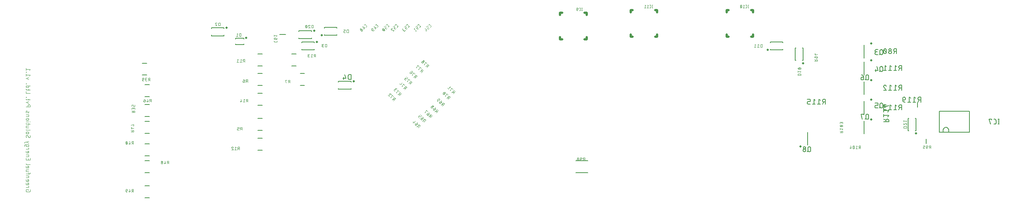
<source format=gbr>
G04 EAGLE Gerber RS-274X export*
G75*
%MOMM*%
%FSLAX34Y34*%
%LPD*%
%INSilkscreen Bottom*%
%IPPOS*%
%AMOC8*
5,1,8,0,0,1.08239X$1,22.5*%
G01*
%ADD10C,0.076200*%
%ADD11C,0.127000*%
%ADD12C,0.101600*%
%ADD13C,0.500000*%
%ADD14C,0.152400*%
%ADD15C,0.500000*%


D10*
X38396Y381381D02*
X32131Y383469D01*
X38396Y385558D01*
X39441Y389088D02*
X41529Y391699D01*
X32131Y391699D01*
X32131Y389088D02*
X32131Y394310D01*
X32131Y397839D02*
X32653Y397839D01*
X32653Y398361D01*
X32131Y398361D01*
X32131Y397839D01*
X39441Y401890D02*
X41529Y404501D01*
X32131Y404501D01*
X32131Y407111D02*
X32131Y401890D01*
X37352Y132602D02*
X37352Y131036D01*
X37352Y132602D02*
X32131Y132602D01*
X32131Y129469D01*
X32133Y129380D01*
X32139Y129292D01*
X32148Y129204D01*
X32161Y129116D01*
X32178Y129029D01*
X32198Y128943D01*
X32223Y128858D01*
X32250Y128773D01*
X32282Y128690D01*
X32316Y128609D01*
X32355Y128529D01*
X32396Y128451D01*
X32441Y128374D01*
X32489Y128300D01*
X32540Y128227D01*
X32594Y128157D01*
X32652Y128090D01*
X32712Y128024D01*
X32774Y127962D01*
X32840Y127902D01*
X32907Y127844D01*
X32977Y127790D01*
X33050Y127739D01*
X33124Y127691D01*
X33201Y127646D01*
X33279Y127605D01*
X33359Y127566D01*
X33440Y127532D01*
X33523Y127500D01*
X33608Y127473D01*
X33693Y127448D01*
X33779Y127428D01*
X33866Y127411D01*
X33954Y127398D01*
X34042Y127389D01*
X34130Y127383D01*
X34219Y127381D01*
X39441Y127381D01*
X39532Y127383D01*
X39623Y127389D01*
X39714Y127399D01*
X39804Y127413D01*
X39893Y127430D01*
X39981Y127452D01*
X40069Y127478D01*
X40155Y127507D01*
X40240Y127540D01*
X40323Y127577D01*
X40405Y127617D01*
X40485Y127661D01*
X40563Y127708D01*
X40639Y127759D01*
X40712Y127812D01*
X40783Y127869D01*
X40852Y127930D01*
X40917Y127993D01*
X40980Y128058D01*
X41040Y128127D01*
X41098Y128198D01*
X41151Y128271D01*
X41202Y128347D01*
X41249Y128425D01*
X41293Y128505D01*
X41333Y128587D01*
X41370Y128670D01*
X41403Y128755D01*
X41432Y128841D01*
X41458Y128929D01*
X41480Y129017D01*
X41497Y129106D01*
X41511Y129196D01*
X41521Y129287D01*
X41527Y129378D01*
X41529Y129469D01*
X41529Y132602D01*
X38396Y137099D02*
X32131Y137099D01*
X38396Y137099D02*
X38396Y140231D01*
X37352Y140231D01*
X32131Y144709D02*
X32131Y147320D01*
X32131Y144709D02*
X32133Y144632D01*
X32139Y144556D01*
X32148Y144479D01*
X32161Y144403D01*
X32178Y144328D01*
X32198Y144254D01*
X32223Y144181D01*
X32250Y144110D01*
X32281Y144039D01*
X32316Y143971D01*
X32354Y143904D01*
X32395Y143839D01*
X32439Y143776D01*
X32486Y143716D01*
X32537Y143657D01*
X32590Y143602D01*
X32645Y143549D01*
X32704Y143498D01*
X32764Y143451D01*
X32827Y143407D01*
X32892Y143366D01*
X32959Y143328D01*
X33027Y143293D01*
X33098Y143262D01*
X33169Y143235D01*
X33242Y143210D01*
X33316Y143190D01*
X33391Y143173D01*
X33467Y143160D01*
X33544Y143151D01*
X33620Y143145D01*
X33697Y143143D01*
X36308Y143143D01*
X36308Y143144D02*
X36398Y143146D01*
X36487Y143152D01*
X36577Y143161D01*
X36666Y143175D01*
X36754Y143192D01*
X36841Y143213D01*
X36928Y143238D01*
X37013Y143267D01*
X37097Y143299D01*
X37179Y143334D01*
X37260Y143374D01*
X37339Y143416D01*
X37416Y143462D01*
X37491Y143512D01*
X37564Y143564D01*
X37635Y143620D01*
X37703Y143678D01*
X37768Y143740D01*
X37831Y143804D01*
X37891Y143871D01*
X37948Y143940D01*
X38002Y144012D01*
X38053Y144086D01*
X38101Y144162D01*
X38145Y144240D01*
X38186Y144320D01*
X38224Y144402D01*
X38258Y144485D01*
X38288Y144570D01*
X38315Y144656D01*
X38338Y144742D01*
X38357Y144830D01*
X38372Y144919D01*
X38384Y145008D01*
X38392Y145097D01*
X38396Y145187D01*
X38396Y145277D01*
X38392Y145367D01*
X38384Y145456D01*
X38372Y145545D01*
X38357Y145634D01*
X38338Y145722D01*
X38315Y145808D01*
X38288Y145894D01*
X38258Y145979D01*
X38224Y146062D01*
X38186Y146144D01*
X38145Y146224D01*
X38101Y146302D01*
X38053Y146378D01*
X38002Y146452D01*
X37948Y146524D01*
X37891Y146593D01*
X37831Y146660D01*
X37768Y146724D01*
X37703Y146786D01*
X37635Y146844D01*
X37564Y146900D01*
X37491Y146952D01*
X37416Y147002D01*
X37339Y147048D01*
X37260Y147090D01*
X37179Y147130D01*
X37097Y147165D01*
X37013Y147197D01*
X36928Y147226D01*
X36841Y147251D01*
X36754Y147272D01*
X36666Y147289D01*
X36577Y147303D01*
X36487Y147312D01*
X36398Y147318D01*
X36308Y147320D01*
X35264Y147320D01*
X35264Y143143D01*
X32131Y152634D02*
X32131Y155245D01*
X32131Y152634D02*
X32133Y152557D01*
X32139Y152481D01*
X32148Y152404D01*
X32161Y152328D01*
X32178Y152253D01*
X32198Y152179D01*
X32223Y152106D01*
X32250Y152035D01*
X32281Y151964D01*
X32316Y151896D01*
X32354Y151829D01*
X32395Y151764D01*
X32439Y151701D01*
X32486Y151641D01*
X32537Y151582D01*
X32590Y151527D01*
X32645Y151474D01*
X32704Y151423D01*
X32764Y151376D01*
X32827Y151332D01*
X32892Y151291D01*
X32959Y151253D01*
X33027Y151218D01*
X33098Y151187D01*
X33169Y151160D01*
X33242Y151135D01*
X33316Y151115D01*
X33391Y151098D01*
X33467Y151085D01*
X33544Y151076D01*
X33620Y151070D01*
X33697Y151068D01*
X36308Y151068D01*
X36398Y151070D01*
X36487Y151076D01*
X36577Y151085D01*
X36666Y151099D01*
X36754Y151116D01*
X36841Y151137D01*
X36928Y151162D01*
X37013Y151191D01*
X37097Y151223D01*
X37179Y151258D01*
X37260Y151298D01*
X37339Y151340D01*
X37416Y151386D01*
X37491Y151436D01*
X37564Y151488D01*
X37635Y151544D01*
X37703Y151602D01*
X37768Y151664D01*
X37831Y151728D01*
X37891Y151795D01*
X37948Y151864D01*
X38002Y151936D01*
X38053Y152010D01*
X38101Y152086D01*
X38145Y152164D01*
X38186Y152244D01*
X38224Y152326D01*
X38258Y152409D01*
X38288Y152494D01*
X38315Y152580D01*
X38338Y152666D01*
X38357Y152754D01*
X38372Y152843D01*
X38384Y152932D01*
X38392Y153021D01*
X38396Y153111D01*
X38396Y153201D01*
X38392Y153291D01*
X38384Y153380D01*
X38372Y153469D01*
X38357Y153558D01*
X38338Y153646D01*
X38315Y153732D01*
X38288Y153818D01*
X38258Y153903D01*
X38224Y153986D01*
X38186Y154068D01*
X38145Y154148D01*
X38101Y154226D01*
X38053Y154302D01*
X38002Y154376D01*
X37948Y154448D01*
X37891Y154517D01*
X37831Y154584D01*
X37768Y154648D01*
X37703Y154710D01*
X37635Y154768D01*
X37564Y154824D01*
X37491Y154876D01*
X37416Y154926D01*
X37339Y154972D01*
X37260Y155014D01*
X37179Y155054D01*
X37097Y155089D01*
X37013Y155121D01*
X36928Y155150D01*
X36841Y155175D01*
X36754Y155196D01*
X36666Y155213D01*
X36577Y155227D01*
X36487Y155236D01*
X36398Y155242D01*
X36308Y155244D01*
X36308Y155245D02*
X35264Y155245D01*
X35264Y151068D01*
X38396Y159297D02*
X32131Y159297D01*
X38396Y159297D02*
X38396Y161908D01*
X38394Y161985D01*
X38388Y162061D01*
X38379Y162138D01*
X38366Y162214D01*
X38349Y162289D01*
X38329Y162363D01*
X38304Y162436D01*
X38277Y162507D01*
X38246Y162578D01*
X38211Y162646D01*
X38173Y162713D01*
X38132Y162778D01*
X38088Y162841D01*
X38041Y162901D01*
X37990Y162960D01*
X37937Y163015D01*
X37882Y163068D01*
X37823Y163119D01*
X37763Y163166D01*
X37700Y163210D01*
X37635Y163251D01*
X37568Y163289D01*
X37500Y163324D01*
X37429Y163355D01*
X37358Y163382D01*
X37285Y163407D01*
X37211Y163427D01*
X37136Y163444D01*
X37060Y163457D01*
X36983Y163466D01*
X36907Y163472D01*
X36830Y163474D01*
X32131Y163474D01*
X32131Y168032D02*
X39963Y168032D01*
X40040Y168034D01*
X40116Y168040D01*
X40193Y168049D01*
X40269Y168062D01*
X40344Y168079D01*
X40418Y168099D01*
X40491Y168124D01*
X40562Y168151D01*
X40633Y168182D01*
X40701Y168217D01*
X40768Y168255D01*
X40833Y168296D01*
X40896Y168340D01*
X40956Y168387D01*
X41015Y168438D01*
X41070Y168491D01*
X41123Y168546D01*
X41174Y168605D01*
X41221Y168665D01*
X41265Y168728D01*
X41306Y168793D01*
X41344Y168860D01*
X41379Y168928D01*
X41410Y168999D01*
X41437Y169070D01*
X41462Y169143D01*
X41482Y169217D01*
X41499Y169292D01*
X41512Y169368D01*
X41521Y169444D01*
X41527Y169521D01*
X41529Y169598D01*
X41529Y170120D01*
X38396Y170120D02*
X38396Y166987D01*
X38396Y173013D02*
X33697Y173013D01*
X33697Y173014D02*
X33620Y173016D01*
X33544Y173022D01*
X33467Y173031D01*
X33391Y173044D01*
X33316Y173061D01*
X33242Y173081D01*
X33169Y173106D01*
X33098Y173133D01*
X33027Y173164D01*
X32959Y173199D01*
X32892Y173237D01*
X32827Y173278D01*
X32764Y173322D01*
X32704Y173369D01*
X32645Y173420D01*
X32590Y173473D01*
X32537Y173528D01*
X32486Y173587D01*
X32439Y173647D01*
X32395Y173710D01*
X32354Y173775D01*
X32316Y173842D01*
X32281Y173910D01*
X32250Y173981D01*
X32223Y174052D01*
X32198Y174125D01*
X32178Y174199D01*
X32161Y174274D01*
X32148Y174350D01*
X32139Y174427D01*
X32133Y174503D01*
X32131Y174580D01*
X32131Y177190D01*
X38396Y177190D01*
X32131Y182809D02*
X32131Y185420D01*
X32131Y182809D02*
X32133Y182732D01*
X32139Y182656D01*
X32148Y182579D01*
X32161Y182503D01*
X32178Y182428D01*
X32198Y182354D01*
X32223Y182281D01*
X32250Y182210D01*
X32281Y182139D01*
X32316Y182071D01*
X32354Y182004D01*
X32395Y181939D01*
X32439Y181876D01*
X32486Y181816D01*
X32537Y181757D01*
X32590Y181702D01*
X32645Y181649D01*
X32704Y181598D01*
X32764Y181551D01*
X32827Y181507D01*
X32892Y181466D01*
X32959Y181428D01*
X33027Y181393D01*
X33098Y181362D01*
X33169Y181335D01*
X33242Y181310D01*
X33316Y181290D01*
X33391Y181273D01*
X33467Y181260D01*
X33544Y181251D01*
X33620Y181245D01*
X33697Y181243D01*
X36308Y181243D01*
X36398Y181245D01*
X36487Y181251D01*
X36577Y181260D01*
X36666Y181274D01*
X36754Y181291D01*
X36841Y181312D01*
X36928Y181337D01*
X37013Y181366D01*
X37097Y181398D01*
X37179Y181433D01*
X37260Y181473D01*
X37339Y181515D01*
X37416Y181561D01*
X37491Y181611D01*
X37564Y181663D01*
X37635Y181719D01*
X37703Y181777D01*
X37768Y181839D01*
X37831Y181903D01*
X37891Y181970D01*
X37948Y182039D01*
X38002Y182111D01*
X38053Y182185D01*
X38101Y182261D01*
X38145Y182339D01*
X38186Y182419D01*
X38224Y182501D01*
X38258Y182584D01*
X38288Y182669D01*
X38315Y182755D01*
X38338Y182841D01*
X38357Y182929D01*
X38372Y183018D01*
X38384Y183107D01*
X38392Y183196D01*
X38396Y183286D01*
X38396Y183376D01*
X38392Y183466D01*
X38384Y183555D01*
X38372Y183644D01*
X38357Y183733D01*
X38338Y183821D01*
X38315Y183907D01*
X38288Y183993D01*
X38258Y184078D01*
X38224Y184161D01*
X38186Y184243D01*
X38145Y184323D01*
X38101Y184401D01*
X38053Y184477D01*
X38002Y184551D01*
X37948Y184623D01*
X37891Y184692D01*
X37831Y184759D01*
X37768Y184823D01*
X37703Y184885D01*
X37635Y184943D01*
X37564Y184999D01*
X37491Y185051D01*
X37416Y185101D01*
X37339Y185147D01*
X37260Y185189D01*
X37179Y185229D01*
X37097Y185264D01*
X37013Y185296D01*
X36928Y185325D01*
X36841Y185350D01*
X36754Y185371D01*
X36666Y185388D01*
X36577Y185402D01*
X36487Y185411D01*
X36398Y185417D01*
X36308Y185419D01*
X36308Y185420D02*
X35264Y185420D01*
X35264Y181243D01*
X33697Y189293D02*
X41529Y189293D01*
X33697Y189293D02*
X33620Y189295D01*
X33544Y189301D01*
X33467Y189310D01*
X33391Y189323D01*
X33316Y189340D01*
X33242Y189360D01*
X33169Y189385D01*
X33098Y189412D01*
X33027Y189443D01*
X32959Y189478D01*
X32892Y189516D01*
X32827Y189557D01*
X32764Y189601D01*
X32704Y189648D01*
X32645Y189699D01*
X32590Y189752D01*
X32537Y189807D01*
X32486Y189866D01*
X32439Y189926D01*
X32395Y189989D01*
X32354Y190054D01*
X32316Y190121D01*
X32281Y190189D01*
X32250Y190260D01*
X32223Y190331D01*
X32198Y190404D01*
X32178Y190478D01*
X32161Y190553D01*
X32148Y190629D01*
X32139Y190706D01*
X32133Y190782D01*
X32131Y190859D01*
X32131Y199331D02*
X32131Y203508D01*
X32131Y199331D02*
X41529Y199331D01*
X41529Y203508D01*
X37352Y202464D02*
X37352Y199331D01*
X38396Y207151D02*
X32131Y207151D01*
X38396Y207151D02*
X38396Y209761D01*
X38394Y209838D01*
X38388Y209914D01*
X38379Y209991D01*
X38366Y210067D01*
X38349Y210142D01*
X38329Y210216D01*
X38304Y210289D01*
X38277Y210360D01*
X38246Y210431D01*
X38211Y210499D01*
X38173Y210566D01*
X38132Y210631D01*
X38088Y210694D01*
X38041Y210754D01*
X37990Y210813D01*
X37937Y210868D01*
X37882Y210921D01*
X37823Y210972D01*
X37763Y211019D01*
X37700Y211063D01*
X37635Y211104D01*
X37568Y211142D01*
X37500Y211177D01*
X37429Y211208D01*
X37358Y211235D01*
X37285Y211260D01*
X37211Y211280D01*
X37136Y211297D01*
X37060Y211310D01*
X36983Y211319D01*
X36907Y211325D01*
X36830Y211327D01*
X36830Y211328D02*
X32131Y211328D01*
X32131Y216947D02*
X32131Y219557D01*
X32131Y216947D02*
X32133Y216870D01*
X32139Y216794D01*
X32148Y216717D01*
X32161Y216641D01*
X32178Y216566D01*
X32198Y216492D01*
X32223Y216419D01*
X32250Y216348D01*
X32281Y216277D01*
X32316Y216209D01*
X32354Y216142D01*
X32395Y216077D01*
X32439Y216014D01*
X32486Y215954D01*
X32537Y215895D01*
X32590Y215840D01*
X32645Y215787D01*
X32704Y215736D01*
X32764Y215689D01*
X32827Y215645D01*
X32892Y215604D01*
X32959Y215566D01*
X33027Y215531D01*
X33098Y215500D01*
X33169Y215473D01*
X33242Y215448D01*
X33316Y215428D01*
X33391Y215411D01*
X33467Y215398D01*
X33544Y215389D01*
X33620Y215383D01*
X33697Y215381D01*
X33697Y215380D02*
X36308Y215380D01*
X36308Y215381D02*
X36398Y215383D01*
X36487Y215389D01*
X36577Y215398D01*
X36666Y215412D01*
X36754Y215429D01*
X36841Y215450D01*
X36928Y215475D01*
X37013Y215504D01*
X37097Y215536D01*
X37179Y215571D01*
X37260Y215611D01*
X37339Y215653D01*
X37416Y215699D01*
X37491Y215749D01*
X37564Y215801D01*
X37635Y215857D01*
X37703Y215915D01*
X37768Y215977D01*
X37831Y216041D01*
X37891Y216108D01*
X37948Y216177D01*
X38002Y216249D01*
X38053Y216323D01*
X38101Y216399D01*
X38145Y216477D01*
X38186Y216557D01*
X38224Y216639D01*
X38258Y216722D01*
X38288Y216807D01*
X38315Y216893D01*
X38338Y216979D01*
X38357Y217067D01*
X38372Y217156D01*
X38384Y217245D01*
X38392Y217334D01*
X38396Y217424D01*
X38396Y217514D01*
X38392Y217604D01*
X38384Y217693D01*
X38372Y217782D01*
X38357Y217871D01*
X38338Y217959D01*
X38315Y218045D01*
X38288Y218131D01*
X38258Y218216D01*
X38224Y218299D01*
X38186Y218381D01*
X38145Y218461D01*
X38101Y218539D01*
X38053Y218615D01*
X38002Y218689D01*
X37948Y218761D01*
X37891Y218830D01*
X37831Y218897D01*
X37768Y218961D01*
X37703Y219023D01*
X37635Y219081D01*
X37564Y219137D01*
X37491Y219189D01*
X37416Y219239D01*
X37339Y219285D01*
X37260Y219327D01*
X37179Y219367D01*
X37097Y219402D01*
X37013Y219434D01*
X36928Y219463D01*
X36841Y219488D01*
X36754Y219509D01*
X36666Y219526D01*
X36577Y219540D01*
X36487Y219549D01*
X36398Y219555D01*
X36308Y219557D01*
X35264Y219557D01*
X35264Y215380D01*
X32131Y223661D02*
X38396Y223661D01*
X38396Y226794D01*
X37352Y226794D01*
X32131Y231226D02*
X32131Y233837D01*
X32131Y231226D02*
X32133Y231149D01*
X32139Y231073D01*
X32148Y230996D01*
X32161Y230920D01*
X32178Y230845D01*
X32198Y230771D01*
X32223Y230698D01*
X32250Y230627D01*
X32281Y230556D01*
X32316Y230488D01*
X32354Y230421D01*
X32395Y230356D01*
X32439Y230293D01*
X32486Y230233D01*
X32537Y230174D01*
X32590Y230119D01*
X32645Y230066D01*
X32704Y230015D01*
X32764Y229968D01*
X32827Y229924D01*
X32892Y229883D01*
X32959Y229845D01*
X33027Y229810D01*
X33098Y229779D01*
X33169Y229752D01*
X33242Y229727D01*
X33316Y229707D01*
X33391Y229690D01*
X33467Y229677D01*
X33544Y229668D01*
X33620Y229662D01*
X33697Y229660D01*
X36830Y229660D01*
X36907Y229662D01*
X36983Y229668D01*
X37060Y229677D01*
X37136Y229690D01*
X37211Y229707D01*
X37285Y229727D01*
X37358Y229752D01*
X37429Y229779D01*
X37500Y229810D01*
X37568Y229845D01*
X37635Y229883D01*
X37700Y229924D01*
X37763Y229968D01*
X37823Y230015D01*
X37882Y230066D01*
X37937Y230119D01*
X37990Y230174D01*
X38041Y230233D01*
X38088Y230293D01*
X38132Y230356D01*
X38173Y230421D01*
X38211Y230488D01*
X38246Y230556D01*
X38277Y230627D01*
X38304Y230698D01*
X38329Y230771D01*
X38349Y230845D01*
X38366Y230920D01*
X38379Y230996D01*
X38388Y231073D01*
X38394Y231149D01*
X38396Y231226D01*
X38396Y233837D01*
X30565Y233837D01*
X30488Y233835D01*
X30412Y233829D01*
X30335Y233820D01*
X30259Y233807D01*
X30184Y233790D01*
X30110Y233770D01*
X30037Y233745D01*
X29966Y233718D01*
X29895Y233687D01*
X29827Y233652D01*
X29760Y233614D01*
X29695Y233573D01*
X29632Y233529D01*
X29572Y233482D01*
X29513Y233431D01*
X29458Y233378D01*
X29405Y233323D01*
X29354Y233264D01*
X29307Y233204D01*
X29263Y233141D01*
X29222Y233076D01*
X29184Y233009D01*
X29149Y232941D01*
X29118Y232870D01*
X29091Y232799D01*
X29066Y232726D01*
X29046Y232652D01*
X29029Y232577D01*
X29016Y232501D01*
X29007Y232425D01*
X29001Y232348D01*
X28999Y232271D01*
X28998Y232271D02*
X28998Y230182D01*
X28998Y237631D02*
X28998Y238675D01*
X38396Y241807D01*
X38396Y237631D02*
X32131Y239719D01*
X32131Y253043D02*
X32133Y253132D01*
X32139Y253220D01*
X32148Y253308D01*
X32161Y253396D01*
X32178Y253483D01*
X32198Y253569D01*
X32223Y253654D01*
X32250Y253739D01*
X32282Y253822D01*
X32316Y253903D01*
X32355Y253983D01*
X32396Y254061D01*
X32441Y254138D01*
X32489Y254212D01*
X32540Y254285D01*
X32594Y254355D01*
X32652Y254422D01*
X32712Y254488D01*
X32774Y254550D01*
X32840Y254610D01*
X32907Y254668D01*
X32977Y254722D01*
X33050Y254773D01*
X33124Y254821D01*
X33201Y254866D01*
X33279Y254907D01*
X33359Y254946D01*
X33440Y254980D01*
X33523Y255012D01*
X33608Y255039D01*
X33693Y255064D01*
X33779Y255084D01*
X33866Y255101D01*
X33954Y255114D01*
X34042Y255123D01*
X34130Y255129D01*
X34219Y255131D01*
X32131Y253043D02*
X32133Y252914D01*
X32139Y252785D01*
X32148Y252656D01*
X32161Y252528D01*
X32178Y252400D01*
X32199Y252273D01*
X32223Y252146D01*
X32251Y252020D01*
X32283Y251895D01*
X32318Y251771D01*
X32357Y251648D01*
X32400Y251526D01*
X32446Y251406D01*
X32496Y251287D01*
X32549Y251169D01*
X32605Y251053D01*
X32665Y250939D01*
X32728Y250826D01*
X32795Y250716D01*
X32864Y250607D01*
X32937Y250501D01*
X33013Y250396D01*
X33092Y250294D01*
X33174Y250195D01*
X33258Y250097D01*
X33346Y250002D01*
X33436Y249910D01*
X39441Y250171D02*
X39530Y250173D01*
X39618Y250179D01*
X39706Y250188D01*
X39794Y250201D01*
X39881Y250218D01*
X39967Y250238D01*
X40052Y250263D01*
X40137Y250290D01*
X40220Y250322D01*
X40301Y250356D01*
X40381Y250395D01*
X40459Y250436D01*
X40536Y250481D01*
X40610Y250529D01*
X40683Y250580D01*
X40753Y250634D01*
X40820Y250692D01*
X40886Y250752D01*
X40948Y250814D01*
X41008Y250880D01*
X41066Y250947D01*
X41120Y251017D01*
X41171Y251090D01*
X41219Y251164D01*
X41264Y251241D01*
X41305Y251319D01*
X41344Y251399D01*
X41378Y251480D01*
X41410Y251563D01*
X41437Y251648D01*
X41462Y251733D01*
X41482Y251819D01*
X41499Y251906D01*
X41512Y251994D01*
X41521Y252082D01*
X41527Y252170D01*
X41529Y252259D01*
X41527Y252379D01*
X41522Y252499D01*
X41512Y252619D01*
X41500Y252738D01*
X41483Y252857D01*
X41463Y252975D01*
X41439Y253093D01*
X41412Y253209D01*
X41381Y253325D01*
X41347Y253440D01*
X41309Y253554D01*
X41267Y253667D01*
X41222Y253778D01*
X41174Y253888D01*
X41123Y253996D01*
X41068Y254103D01*
X41010Y254208D01*
X40948Y254311D01*
X40884Y254412D01*
X40816Y254512D01*
X40746Y254609D01*
X37614Y251215D02*
X37662Y251137D01*
X37714Y251061D01*
X37768Y250988D01*
X37826Y250917D01*
X37887Y250848D01*
X37951Y250782D01*
X38018Y250719D01*
X38087Y250659D01*
X38159Y250602D01*
X38233Y250548D01*
X38310Y250498D01*
X38389Y250450D01*
X38469Y250407D01*
X38552Y250366D01*
X38636Y250330D01*
X38721Y250297D01*
X38808Y250268D01*
X38897Y250242D01*
X38986Y250220D01*
X39076Y250203D01*
X39166Y250189D01*
X39258Y250179D01*
X39349Y250173D01*
X39441Y250171D01*
X36046Y254087D02*
X35998Y254165D01*
X35946Y254241D01*
X35892Y254314D01*
X35834Y254385D01*
X35773Y254454D01*
X35709Y254520D01*
X35642Y254583D01*
X35573Y254643D01*
X35501Y254700D01*
X35427Y254754D01*
X35350Y254804D01*
X35271Y254852D01*
X35191Y254895D01*
X35108Y254936D01*
X35024Y254972D01*
X34939Y255005D01*
X34852Y255034D01*
X34763Y255060D01*
X34674Y255082D01*
X34584Y255099D01*
X34494Y255113D01*
X34402Y255123D01*
X34311Y255129D01*
X34219Y255131D01*
X36047Y254087D02*
X37613Y251215D01*
X36308Y258662D02*
X34219Y258662D01*
X36308Y258662D02*
X36398Y258664D01*
X36487Y258670D01*
X36577Y258679D01*
X36666Y258693D01*
X36754Y258710D01*
X36841Y258731D01*
X36928Y258756D01*
X37013Y258785D01*
X37097Y258817D01*
X37179Y258852D01*
X37260Y258892D01*
X37339Y258934D01*
X37416Y258980D01*
X37491Y259030D01*
X37564Y259082D01*
X37635Y259138D01*
X37703Y259196D01*
X37768Y259258D01*
X37831Y259322D01*
X37891Y259389D01*
X37948Y259458D01*
X38002Y259530D01*
X38053Y259604D01*
X38101Y259680D01*
X38145Y259758D01*
X38186Y259838D01*
X38224Y259920D01*
X38258Y260003D01*
X38288Y260088D01*
X38315Y260174D01*
X38338Y260260D01*
X38357Y260348D01*
X38372Y260437D01*
X38384Y260526D01*
X38392Y260615D01*
X38396Y260705D01*
X38396Y260795D01*
X38392Y260885D01*
X38384Y260974D01*
X38372Y261063D01*
X38357Y261152D01*
X38338Y261240D01*
X38315Y261326D01*
X38288Y261412D01*
X38258Y261497D01*
X38224Y261580D01*
X38186Y261662D01*
X38145Y261742D01*
X38101Y261820D01*
X38053Y261896D01*
X38002Y261970D01*
X37948Y262042D01*
X37891Y262111D01*
X37831Y262178D01*
X37768Y262242D01*
X37703Y262304D01*
X37635Y262362D01*
X37564Y262418D01*
X37491Y262470D01*
X37416Y262520D01*
X37339Y262566D01*
X37260Y262608D01*
X37179Y262648D01*
X37097Y262683D01*
X37013Y262715D01*
X36928Y262744D01*
X36841Y262769D01*
X36754Y262790D01*
X36666Y262807D01*
X36577Y262821D01*
X36487Y262830D01*
X36398Y262836D01*
X36308Y262838D01*
X34219Y262838D01*
X34129Y262836D01*
X34040Y262830D01*
X33950Y262821D01*
X33861Y262807D01*
X33773Y262790D01*
X33686Y262769D01*
X33599Y262744D01*
X33514Y262715D01*
X33430Y262683D01*
X33348Y262648D01*
X33267Y262608D01*
X33188Y262566D01*
X33111Y262520D01*
X33036Y262470D01*
X32963Y262418D01*
X32892Y262362D01*
X32824Y262304D01*
X32759Y262242D01*
X32696Y262178D01*
X32636Y262111D01*
X32579Y262042D01*
X32525Y261970D01*
X32474Y261896D01*
X32426Y261820D01*
X32382Y261742D01*
X32341Y261662D01*
X32303Y261580D01*
X32269Y261497D01*
X32239Y261412D01*
X32212Y261326D01*
X32189Y261240D01*
X32170Y261152D01*
X32155Y261063D01*
X32143Y260974D01*
X32135Y260885D01*
X32131Y260795D01*
X32131Y260705D01*
X32135Y260615D01*
X32143Y260526D01*
X32155Y260437D01*
X32170Y260348D01*
X32189Y260260D01*
X32212Y260174D01*
X32239Y260088D01*
X32269Y260003D01*
X32303Y259920D01*
X32341Y259838D01*
X32382Y259758D01*
X32426Y259680D01*
X32474Y259604D01*
X32525Y259530D01*
X32579Y259458D01*
X32636Y259389D01*
X32696Y259322D01*
X32759Y259258D01*
X32824Y259196D01*
X32892Y259138D01*
X32963Y259082D01*
X33036Y259030D01*
X33111Y258980D01*
X33188Y258934D01*
X33267Y258892D01*
X33348Y258852D01*
X33430Y258817D01*
X33514Y258785D01*
X33599Y258756D01*
X33686Y258731D01*
X33773Y258710D01*
X33861Y258693D01*
X33950Y258679D01*
X34040Y258670D01*
X34129Y258664D01*
X34219Y258662D01*
X33697Y266712D02*
X41529Y266712D01*
X33697Y266712D02*
X33620Y266714D01*
X33544Y266720D01*
X33467Y266729D01*
X33391Y266742D01*
X33316Y266759D01*
X33242Y266779D01*
X33169Y266804D01*
X33098Y266831D01*
X33027Y266862D01*
X32959Y266897D01*
X32892Y266935D01*
X32827Y266976D01*
X32764Y267020D01*
X32704Y267067D01*
X32645Y267118D01*
X32590Y267171D01*
X32537Y267226D01*
X32486Y267285D01*
X32439Y267345D01*
X32395Y267408D01*
X32354Y267473D01*
X32316Y267540D01*
X32281Y267608D01*
X32250Y267679D01*
X32223Y267750D01*
X32198Y267823D01*
X32178Y267897D01*
X32161Y267972D01*
X32148Y268048D01*
X32139Y268125D01*
X32133Y268201D01*
X32131Y268278D01*
X33697Y271768D02*
X38396Y271768D01*
X33697Y271768D02*
X33620Y271770D01*
X33544Y271776D01*
X33467Y271785D01*
X33391Y271798D01*
X33316Y271815D01*
X33242Y271835D01*
X33169Y271860D01*
X33098Y271887D01*
X33027Y271918D01*
X32959Y271953D01*
X32892Y271991D01*
X32827Y272032D01*
X32764Y272076D01*
X32704Y272123D01*
X32645Y272174D01*
X32590Y272227D01*
X32537Y272282D01*
X32486Y272341D01*
X32439Y272401D01*
X32395Y272464D01*
X32354Y272529D01*
X32316Y272596D01*
X32281Y272664D01*
X32250Y272735D01*
X32223Y272806D01*
X32198Y272879D01*
X32178Y272953D01*
X32161Y273028D01*
X32148Y273104D01*
X32139Y273181D01*
X32133Y273257D01*
X32131Y273334D01*
X32131Y275945D01*
X38396Y275945D01*
X38396Y279229D02*
X38396Y282361D01*
X41529Y280273D02*
X33697Y280273D01*
X33620Y280275D01*
X33544Y280281D01*
X33467Y280290D01*
X33391Y280303D01*
X33316Y280320D01*
X33242Y280340D01*
X33169Y280365D01*
X33098Y280392D01*
X33027Y280423D01*
X32959Y280458D01*
X32892Y280496D01*
X32827Y280537D01*
X32764Y280581D01*
X32704Y280628D01*
X32645Y280679D01*
X32590Y280732D01*
X32537Y280787D01*
X32486Y280846D01*
X32439Y280906D01*
X32395Y280969D01*
X32354Y281034D01*
X32316Y281101D01*
X32281Y281169D01*
X32250Y281240D01*
X32223Y281311D01*
X32198Y281384D01*
X32178Y281458D01*
X32161Y281533D01*
X32148Y281609D01*
X32139Y281686D01*
X32133Y281762D01*
X32131Y281839D01*
X32131Y282361D01*
X32131Y285743D02*
X38396Y285743D01*
X41007Y285482D02*
X41529Y285482D01*
X41529Y286004D01*
X41007Y286004D01*
X41007Y285482D01*
X36308Y289446D02*
X34219Y289446D01*
X36308Y289447D02*
X36398Y289449D01*
X36487Y289455D01*
X36577Y289464D01*
X36666Y289478D01*
X36754Y289495D01*
X36841Y289516D01*
X36928Y289541D01*
X37013Y289570D01*
X37097Y289602D01*
X37179Y289637D01*
X37260Y289677D01*
X37339Y289719D01*
X37416Y289765D01*
X37491Y289815D01*
X37564Y289867D01*
X37635Y289923D01*
X37703Y289981D01*
X37768Y290043D01*
X37831Y290107D01*
X37891Y290174D01*
X37948Y290243D01*
X38002Y290315D01*
X38053Y290389D01*
X38101Y290465D01*
X38145Y290543D01*
X38186Y290623D01*
X38224Y290705D01*
X38258Y290788D01*
X38288Y290873D01*
X38315Y290959D01*
X38338Y291045D01*
X38357Y291133D01*
X38372Y291222D01*
X38384Y291311D01*
X38392Y291400D01*
X38396Y291490D01*
X38396Y291580D01*
X38392Y291670D01*
X38384Y291759D01*
X38372Y291848D01*
X38357Y291937D01*
X38338Y292025D01*
X38315Y292111D01*
X38288Y292197D01*
X38258Y292282D01*
X38224Y292365D01*
X38186Y292447D01*
X38145Y292527D01*
X38101Y292605D01*
X38053Y292681D01*
X38002Y292755D01*
X37948Y292827D01*
X37891Y292896D01*
X37831Y292963D01*
X37768Y293027D01*
X37703Y293089D01*
X37635Y293147D01*
X37564Y293203D01*
X37491Y293255D01*
X37416Y293305D01*
X37339Y293351D01*
X37260Y293393D01*
X37179Y293433D01*
X37097Y293468D01*
X37013Y293500D01*
X36928Y293529D01*
X36841Y293554D01*
X36754Y293575D01*
X36666Y293592D01*
X36577Y293606D01*
X36487Y293615D01*
X36398Y293621D01*
X36308Y293623D01*
X34219Y293623D01*
X34129Y293621D01*
X34040Y293615D01*
X33950Y293606D01*
X33861Y293592D01*
X33773Y293575D01*
X33686Y293554D01*
X33599Y293529D01*
X33514Y293500D01*
X33430Y293468D01*
X33348Y293433D01*
X33267Y293393D01*
X33188Y293351D01*
X33111Y293305D01*
X33036Y293255D01*
X32963Y293203D01*
X32892Y293147D01*
X32824Y293089D01*
X32759Y293027D01*
X32696Y292963D01*
X32636Y292896D01*
X32579Y292827D01*
X32525Y292755D01*
X32474Y292681D01*
X32426Y292605D01*
X32382Y292527D01*
X32341Y292447D01*
X32303Y292365D01*
X32269Y292282D01*
X32239Y292197D01*
X32212Y292111D01*
X32189Y292025D01*
X32170Y291937D01*
X32155Y291848D01*
X32143Y291759D01*
X32135Y291670D01*
X32131Y291580D01*
X32131Y291490D01*
X32135Y291400D01*
X32143Y291311D01*
X32155Y291222D01*
X32170Y291133D01*
X32189Y291045D01*
X32212Y290959D01*
X32239Y290873D01*
X32269Y290788D01*
X32303Y290705D01*
X32341Y290623D01*
X32382Y290543D01*
X32426Y290465D01*
X32474Y290389D01*
X32525Y290315D01*
X32579Y290243D01*
X32636Y290174D01*
X32696Y290107D01*
X32759Y290043D01*
X32824Y289981D01*
X32892Y289923D01*
X32963Y289867D01*
X33036Y289815D01*
X33111Y289765D01*
X33188Y289719D01*
X33267Y289677D01*
X33348Y289637D01*
X33430Y289602D01*
X33514Y289570D01*
X33599Y289541D01*
X33686Y289516D01*
X33773Y289495D01*
X33861Y289478D01*
X33950Y289464D01*
X34040Y289455D01*
X34129Y289449D01*
X34219Y289447D01*
X32131Y297676D02*
X38396Y297676D01*
X38396Y300286D01*
X38394Y300363D01*
X38388Y300439D01*
X38379Y300516D01*
X38366Y300592D01*
X38349Y300667D01*
X38329Y300741D01*
X38304Y300814D01*
X38277Y300885D01*
X38246Y300956D01*
X38211Y301024D01*
X38173Y301091D01*
X38132Y301156D01*
X38088Y301219D01*
X38041Y301279D01*
X37990Y301338D01*
X37937Y301393D01*
X37882Y301446D01*
X37823Y301497D01*
X37763Y301544D01*
X37700Y301588D01*
X37635Y301629D01*
X37568Y301667D01*
X37500Y301702D01*
X37429Y301733D01*
X37358Y301760D01*
X37285Y301785D01*
X37211Y301805D01*
X37136Y301822D01*
X37060Y301835D01*
X36983Y301844D01*
X36907Y301850D01*
X36830Y301852D01*
X36830Y301853D02*
X32131Y301853D01*
X35786Y306688D02*
X34742Y309299D01*
X35786Y306688D02*
X35814Y306622D01*
X35847Y306557D01*
X35882Y306494D01*
X35921Y306433D01*
X35963Y306374D01*
X36008Y306318D01*
X36056Y306264D01*
X36107Y306213D01*
X36160Y306164D01*
X36217Y306119D01*
X36275Y306076D01*
X36335Y306037D01*
X36398Y306000D01*
X36463Y305968D01*
X36529Y305939D01*
X36596Y305913D01*
X36665Y305891D01*
X36735Y305873D01*
X36806Y305858D01*
X36877Y305847D01*
X36949Y305840D01*
X37021Y305837D01*
X37093Y305838D01*
X37166Y305843D01*
X37237Y305851D01*
X37309Y305863D01*
X37379Y305879D01*
X37448Y305899D01*
X37517Y305923D01*
X37584Y305950D01*
X37649Y305980D01*
X37713Y306014D01*
X37775Y306052D01*
X37835Y306092D01*
X37892Y306136D01*
X37947Y306183D01*
X38000Y306233D01*
X38049Y306285D01*
X38096Y306340D01*
X38140Y306397D01*
X38181Y306457D01*
X38218Y306519D01*
X38253Y306583D01*
X38283Y306648D01*
X38311Y306715D01*
X38334Y306783D01*
X38354Y306853D01*
X38370Y306923D01*
X38383Y306994D01*
X38391Y307066D01*
X38396Y307138D01*
X38397Y307210D01*
X38396Y307211D02*
X38392Y307362D01*
X38384Y307513D01*
X38373Y307664D01*
X38357Y307815D01*
X38337Y307965D01*
X38314Y308115D01*
X38287Y308264D01*
X38256Y308412D01*
X38221Y308560D01*
X38183Y308706D01*
X38140Y308852D01*
X38094Y308996D01*
X38045Y309139D01*
X37992Y309281D01*
X37935Y309421D01*
X37874Y309560D01*
X34742Y309299D02*
X34714Y309365D01*
X34681Y309430D01*
X34646Y309493D01*
X34607Y309554D01*
X34565Y309613D01*
X34520Y309669D01*
X34472Y309723D01*
X34421Y309774D01*
X34368Y309823D01*
X34311Y309868D01*
X34253Y309911D01*
X34193Y309950D01*
X34130Y309987D01*
X34065Y310019D01*
X33999Y310048D01*
X33932Y310074D01*
X33863Y310096D01*
X33793Y310114D01*
X33722Y310129D01*
X33651Y310140D01*
X33579Y310147D01*
X33507Y310150D01*
X33435Y310149D01*
X33362Y310144D01*
X33291Y310136D01*
X33219Y310124D01*
X33149Y310108D01*
X33080Y310088D01*
X33011Y310064D01*
X32944Y310037D01*
X32879Y310007D01*
X32815Y309973D01*
X32753Y309935D01*
X32693Y309895D01*
X32636Y309851D01*
X32581Y309804D01*
X32528Y309754D01*
X32479Y309702D01*
X32432Y309647D01*
X32388Y309590D01*
X32347Y309530D01*
X32310Y309468D01*
X32275Y309404D01*
X32245Y309339D01*
X32217Y309272D01*
X32194Y309204D01*
X32174Y309134D01*
X32158Y309064D01*
X32145Y308993D01*
X32137Y308921D01*
X32132Y308849D01*
X32131Y308777D01*
X32136Y308567D01*
X32147Y308358D01*
X32162Y308149D01*
X32182Y307941D01*
X32208Y307733D01*
X32238Y307526D01*
X32273Y307319D01*
X32313Y307114D01*
X32357Y306909D01*
X32407Y306706D01*
X32461Y306503D01*
X32521Y306302D01*
X32584Y306103D01*
X32653Y305905D01*
X32131Y319230D02*
X41529Y319230D01*
X41529Y321841D01*
X41527Y321942D01*
X41521Y322043D01*
X41511Y322144D01*
X41498Y322244D01*
X41480Y322344D01*
X41459Y322443D01*
X41433Y322541D01*
X41404Y322638D01*
X41372Y322734D01*
X41335Y322828D01*
X41295Y322921D01*
X41251Y323013D01*
X41204Y323102D01*
X41153Y323190D01*
X41099Y323276D01*
X41042Y323359D01*
X40982Y323441D01*
X40918Y323519D01*
X40852Y323596D01*
X40782Y323669D01*
X40710Y323740D01*
X40635Y323808D01*
X40557Y323873D01*
X40477Y323935D01*
X40395Y323994D01*
X40310Y324050D01*
X40224Y324102D01*
X40135Y324151D01*
X40044Y324197D01*
X39952Y324238D01*
X39858Y324277D01*
X39763Y324311D01*
X39667Y324342D01*
X39569Y324369D01*
X39471Y324393D01*
X39371Y324412D01*
X39271Y324428D01*
X39171Y324440D01*
X39070Y324448D01*
X38969Y324452D01*
X38867Y324452D01*
X38766Y324448D01*
X38665Y324440D01*
X38565Y324428D01*
X38465Y324412D01*
X38365Y324393D01*
X38267Y324369D01*
X38169Y324342D01*
X38073Y324311D01*
X37978Y324277D01*
X37884Y324238D01*
X37792Y324197D01*
X37701Y324151D01*
X37613Y324102D01*
X37526Y324050D01*
X37441Y323994D01*
X37359Y323935D01*
X37279Y323873D01*
X37201Y323808D01*
X37126Y323740D01*
X37054Y323669D01*
X36984Y323596D01*
X36918Y323519D01*
X36854Y323441D01*
X36794Y323359D01*
X36737Y323276D01*
X36683Y323190D01*
X36632Y323102D01*
X36585Y323013D01*
X36541Y322921D01*
X36501Y322828D01*
X36464Y322734D01*
X36432Y322638D01*
X36403Y322541D01*
X36377Y322443D01*
X36356Y322344D01*
X36338Y322244D01*
X36325Y322144D01*
X36315Y322043D01*
X36309Y321942D01*
X36307Y321841D01*
X36308Y321841D02*
X36308Y319230D01*
X38396Y327546D02*
X32131Y329634D01*
X38396Y331723D01*
X38396Y334397D02*
X38396Y337530D01*
X41529Y335441D02*
X33697Y335441D01*
X33697Y335442D02*
X33620Y335444D01*
X33544Y335450D01*
X33467Y335459D01*
X33391Y335472D01*
X33316Y335489D01*
X33242Y335509D01*
X33169Y335534D01*
X33098Y335561D01*
X33027Y335592D01*
X32959Y335627D01*
X32892Y335665D01*
X32827Y335706D01*
X32764Y335750D01*
X32704Y335797D01*
X32645Y335848D01*
X32590Y335901D01*
X32537Y335956D01*
X32486Y336015D01*
X32439Y336075D01*
X32395Y336138D01*
X32354Y336203D01*
X32316Y336270D01*
X32281Y336338D01*
X32250Y336409D01*
X32223Y336480D01*
X32198Y336553D01*
X32178Y336627D01*
X32161Y336702D01*
X32148Y336778D01*
X32139Y336855D01*
X32133Y336931D01*
X32131Y337008D01*
X32131Y337530D01*
X32131Y340651D02*
X32653Y340651D01*
X32653Y341173D01*
X32131Y341173D01*
X32131Y340651D01*
X32131Y349901D02*
X41529Y349901D01*
X32131Y349901D02*
X32131Y354078D01*
X38396Y356647D02*
X38396Y359780D01*
X41529Y357692D02*
X33697Y357692D01*
X33620Y357694D01*
X33544Y357700D01*
X33467Y357709D01*
X33391Y357722D01*
X33316Y357739D01*
X33242Y357759D01*
X33169Y357784D01*
X33098Y357811D01*
X33027Y357842D01*
X32959Y357877D01*
X32892Y357915D01*
X32827Y357956D01*
X32764Y358000D01*
X32704Y358047D01*
X32645Y358098D01*
X32590Y358151D01*
X32537Y358206D01*
X32486Y358265D01*
X32439Y358325D01*
X32395Y358388D01*
X32354Y358453D01*
X32316Y358520D01*
X32281Y358588D01*
X32250Y358659D01*
X32223Y358730D01*
X32198Y358803D01*
X32178Y358877D01*
X32161Y358952D01*
X32148Y359028D01*
X32139Y359105D01*
X32133Y359181D01*
X32131Y359258D01*
X32131Y359780D01*
X32131Y367339D02*
X41529Y367339D01*
X32131Y367339D02*
X32131Y364728D01*
X32133Y364651D01*
X32139Y364575D01*
X32148Y364498D01*
X32161Y364422D01*
X32178Y364347D01*
X32198Y364273D01*
X32223Y364200D01*
X32250Y364129D01*
X32281Y364058D01*
X32316Y363990D01*
X32354Y363923D01*
X32395Y363858D01*
X32439Y363795D01*
X32486Y363735D01*
X32537Y363676D01*
X32590Y363621D01*
X32645Y363568D01*
X32704Y363517D01*
X32764Y363470D01*
X32827Y363426D01*
X32892Y363385D01*
X32959Y363347D01*
X33027Y363312D01*
X33098Y363281D01*
X33169Y363254D01*
X33242Y363229D01*
X33316Y363209D01*
X33391Y363192D01*
X33467Y363179D01*
X33544Y363170D01*
X33620Y363164D01*
X33697Y363162D01*
X36830Y363162D01*
X36907Y363164D01*
X36983Y363170D01*
X37060Y363179D01*
X37136Y363192D01*
X37211Y363209D01*
X37285Y363229D01*
X37358Y363254D01*
X37429Y363281D01*
X37500Y363312D01*
X37568Y363347D01*
X37635Y363385D01*
X37700Y363426D01*
X37763Y363470D01*
X37823Y363517D01*
X37882Y363568D01*
X37937Y363621D01*
X37990Y363676D01*
X38041Y363735D01*
X38088Y363795D01*
X38132Y363858D01*
X38173Y363923D01*
X38211Y363990D01*
X38246Y364058D01*
X38277Y364129D01*
X38304Y364200D01*
X38329Y364273D01*
X38349Y364347D01*
X38366Y364422D01*
X38379Y364498D01*
X38388Y364575D01*
X38394Y364651D01*
X38396Y364728D01*
X38396Y367339D01*
X32653Y371131D02*
X32131Y371131D01*
X32653Y371131D02*
X32653Y371653D01*
X32131Y371653D01*
X32131Y371131D01*
D11*
X553800Y221450D02*
X563800Y221450D01*
X563800Y248450D02*
X553800Y248450D01*
D12*
X511984Y228902D02*
X511984Y222298D01*
X511984Y228902D02*
X510150Y228902D01*
X510065Y228900D01*
X509981Y228894D01*
X509897Y228884D01*
X509813Y228871D01*
X509730Y228853D01*
X509648Y228832D01*
X509567Y228807D01*
X509487Y228778D01*
X509409Y228746D01*
X509333Y228710D01*
X509258Y228670D01*
X509185Y228627D01*
X509114Y228581D01*
X509045Y228532D01*
X508978Y228479D01*
X508914Y228423D01*
X508853Y228365D01*
X508795Y228304D01*
X508739Y228240D01*
X508686Y228173D01*
X508637Y228104D01*
X508591Y228033D01*
X508548Y227960D01*
X508508Y227885D01*
X508472Y227809D01*
X508440Y227731D01*
X508411Y227651D01*
X508386Y227570D01*
X508365Y227488D01*
X508347Y227405D01*
X508334Y227321D01*
X508324Y227237D01*
X508318Y227153D01*
X508316Y227068D01*
X508318Y226983D01*
X508324Y226899D01*
X508334Y226815D01*
X508347Y226731D01*
X508365Y226648D01*
X508386Y226566D01*
X508411Y226485D01*
X508440Y226405D01*
X508472Y226327D01*
X508508Y226251D01*
X508548Y226176D01*
X508591Y226103D01*
X508637Y226032D01*
X508686Y225963D01*
X508739Y225896D01*
X508795Y225832D01*
X508853Y225771D01*
X508914Y225713D01*
X508978Y225657D01*
X509045Y225604D01*
X509114Y225555D01*
X509185Y225509D01*
X509258Y225466D01*
X509333Y225426D01*
X509409Y225390D01*
X509487Y225358D01*
X509567Y225329D01*
X509648Y225304D01*
X509730Y225283D01*
X509813Y225265D01*
X509897Y225252D01*
X509981Y225242D01*
X510065Y225236D01*
X510150Y225234D01*
X510150Y225233D02*
X511984Y225233D01*
X509783Y225233D02*
X508315Y222298D01*
X505185Y227434D02*
X503350Y228902D01*
X503350Y222298D01*
X501516Y222298D02*
X505185Y222298D01*
X496309Y228902D02*
X496230Y228900D01*
X496152Y228895D01*
X496074Y228885D01*
X495997Y228872D01*
X495920Y228855D01*
X495844Y228835D01*
X495769Y228811D01*
X495695Y228784D01*
X495623Y228753D01*
X495552Y228718D01*
X495484Y228681D01*
X495416Y228640D01*
X495351Y228596D01*
X495288Y228549D01*
X495228Y228499D01*
X495170Y228446D01*
X495114Y228390D01*
X495061Y228332D01*
X495011Y228272D01*
X494964Y228209D01*
X494920Y228144D01*
X494879Y228077D01*
X494842Y228008D01*
X494807Y227937D01*
X494776Y227865D01*
X494749Y227791D01*
X494725Y227716D01*
X494705Y227640D01*
X494688Y227563D01*
X494675Y227486D01*
X494665Y227408D01*
X494660Y227330D01*
X494658Y227251D01*
X496309Y228902D02*
X496398Y228900D01*
X496487Y228895D01*
X496575Y228885D01*
X496663Y228872D01*
X496750Y228856D01*
X496837Y228835D01*
X496922Y228811D01*
X497007Y228784D01*
X497090Y228753D01*
X497172Y228718D01*
X497253Y228680D01*
X497332Y228639D01*
X497408Y228595D01*
X497484Y228547D01*
X497557Y228496D01*
X497627Y228443D01*
X497696Y228386D01*
X497762Y228326D01*
X497825Y228264D01*
X497886Y228199D01*
X497944Y228132D01*
X497999Y228062D01*
X498052Y227990D01*
X498101Y227916D01*
X498147Y227840D01*
X498189Y227762D01*
X498229Y227682D01*
X498265Y227601D01*
X498298Y227518D01*
X498327Y227434D01*
X495208Y225967D02*
X495152Y226023D01*
X495098Y226082D01*
X495047Y226143D01*
X494998Y226207D01*
X494953Y226272D01*
X494910Y226340D01*
X494871Y226409D01*
X494834Y226480D01*
X494801Y226553D01*
X494772Y226627D01*
X494745Y226702D01*
X494722Y226778D01*
X494703Y226856D01*
X494687Y226934D01*
X494674Y227012D01*
X494665Y227092D01*
X494660Y227171D01*
X494658Y227251D01*
X495208Y225967D02*
X498327Y222298D01*
X494658Y222298D01*
D11*
X630000Y438950D02*
X640000Y438950D01*
X640000Y411950D02*
X630000Y411950D01*
D12*
X683434Y431848D02*
X683434Y438452D01*
X681600Y438452D01*
X681515Y438450D01*
X681431Y438444D01*
X681347Y438434D01*
X681263Y438421D01*
X681180Y438403D01*
X681098Y438382D01*
X681017Y438357D01*
X680937Y438328D01*
X680859Y438296D01*
X680783Y438260D01*
X680708Y438220D01*
X680635Y438177D01*
X680564Y438131D01*
X680495Y438082D01*
X680428Y438029D01*
X680364Y437973D01*
X680303Y437915D01*
X680245Y437854D01*
X680189Y437790D01*
X680136Y437723D01*
X680087Y437654D01*
X680041Y437583D01*
X679998Y437510D01*
X679958Y437435D01*
X679922Y437359D01*
X679890Y437281D01*
X679861Y437201D01*
X679836Y437120D01*
X679815Y437038D01*
X679797Y436955D01*
X679784Y436871D01*
X679774Y436787D01*
X679768Y436703D01*
X679766Y436618D01*
X679768Y436533D01*
X679774Y436449D01*
X679784Y436365D01*
X679797Y436281D01*
X679815Y436198D01*
X679836Y436116D01*
X679861Y436035D01*
X679890Y435955D01*
X679922Y435877D01*
X679958Y435801D01*
X679998Y435726D01*
X680041Y435653D01*
X680087Y435582D01*
X680136Y435513D01*
X680189Y435446D01*
X680245Y435382D01*
X680303Y435321D01*
X680364Y435263D01*
X680428Y435207D01*
X680495Y435154D01*
X680564Y435105D01*
X680635Y435059D01*
X680708Y435016D01*
X680783Y434976D01*
X680859Y434940D01*
X680937Y434908D01*
X681017Y434879D01*
X681098Y434854D01*
X681180Y434833D01*
X681263Y434815D01*
X681347Y434802D01*
X681431Y434792D01*
X681515Y434786D01*
X681600Y434784D01*
X681600Y434783D02*
X683434Y434783D01*
X681233Y434783D02*
X679765Y431848D01*
X676635Y436984D02*
X674800Y438452D01*
X674800Y431848D01*
X672966Y431848D02*
X676635Y431848D01*
X669777Y431848D02*
X667942Y431848D01*
X667857Y431850D01*
X667773Y431856D01*
X667689Y431866D01*
X667605Y431879D01*
X667522Y431897D01*
X667440Y431918D01*
X667359Y431943D01*
X667279Y431972D01*
X667201Y432004D01*
X667125Y432040D01*
X667050Y432080D01*
X666977Y432123D01*
X666906Y432169D01*
X666837Y432218D01*
X666770Y432271D01*
X666706Y432327D01*
X666645Y432385D01*
X666587Y432446D01*
X666531Y432510D01*
X666478Y432577D01*
X666429Y432646D01*
X666383Y432717D01*
X666340Y432790D01*
X666300Y432865D01*
X666264Y432941D01*
X666232Y433019D01*
X666203Y433099D01*
X666178Y433180D01*
X666157Y433262D01*
X666139Y433345D01*
X666126Y433429D01*
X666116Y433513D01*
X666110Y433597D01*
X666108Y433682D01*
X666110Y433767D01*
X666116Y433851D01*
X666126Y433935D01*
X666139Y434019D01*
X666157Y434102D01*
X666178Y434184D01*
X666203Y434265D01*
X666232Y434345D01*
X666264Y434423D01*
X666300Y434499D01*
X666340Y434574D01*
X666383Y434647D01*
X666429Y434718D01*
X666478Y434787D01*
X666531Y434854D01*
X666587Y434918D01*
X666645Y434979D01*
X666706Y435037D01*
X666770Y435093D01*
X666837Y435146D01*
X666906Y435195D01*
X666977Y435241D01*
X667050Y435284D01*
X667125Y435324D01*
X667201Y435360D01*
X667279Y435392D01*
X667359Y435421D01*
X667440Y435446D01*
X667522Y435467D01*
X667605Y435485D01*
X667689Y435498D01*
X667773Y435508D01*
X667857Y435514D01*
X667942Y435516D01*
X667576Y438452D02*
X669777Y438452D01*
X667576Y438452D02*
X667500Y438450D01*
X667425Y438444D01*
X667350Y438435D01*
X667276Y438421D01*
X667202Y438404D01*
X667130Y438382D01*
X667058Y438358D01*
X666988Y438329D01*
X666920Y438297D01*
X666853Y438262D01*
X666788Y438223D01*
X666725Y438180D01*
X666665Y438135D01*
X666607Y438087D01*
X666551Y438035D01*
X666499Y437981D01*
X666449Y437924D01*
X666402Y437865D01*
X666358Y437804D01*
X666317Y437740D01*
X666280Y437674D01*
X666246Y437606D01*
X666216Y437537D01*
X666189Y437466D01*
X666166Y437394D01*
X666147Y437321D01*
X666132Y437247D01*
X666120Y437172D01*
X666112Y437097D01*
X666108Y437022D01*
X666108Y436946D01*
X666112Y436871D01*
X666120Y436796D01*
X666132Y436721D01*
X666147Y436647D01*
X666166Y436574D01*
X666189Y436502D01*
X666216Y436431D01*
X666246Y436362D01*
X666280Y436294D01*
X666317Y436228D01*
X666358Y436164D01*
X666402Y436103D01*
X666449Y436044D01*
X666499Y435987D01*
X666551Y435933D01*
X666607Y435881D01*
X666665Y435833D01*
X666725Y435788D01*
X666788Y435745D01*
X666853Y435706D01*
X666920Y435671D01*
X666988Y435639D01*
X667058Y435610D01*
X667130Y435586D01*
X667202Y435564D01*
X667276Y435547D01*
X667350Y435533D01*
X667425Y435524D01*
X667500Y435518D01*
X667576Y435516D01*
X667576Y435517D02*
X669043Y435517D01*
D11*
X563800Y323050D02*
X553800Y323050D01*
X553800Y350050D02*
X563800Y350050D01*
D12*
X531034Y336852D02*
X531034Y330248D01*
X531034Y336852D02*
X529200Y336852D01*
X529115Y336850D01*
X529031Y336844D01*
X528947Y336834D01*
X528863Y336821D01*
X528780Y336803D01*
X528698Y336782D01*
X528617Y336757D01*
X528537Y336728D01*
X528459Y336696D01*
X528383Y336660D01*
X528308Y336620D01*
X528235Y336577D01*
X528164Y336531D01*
X528095Y336482D01*
X528028Y336429D01*
X527964Y336373D01*
X527903Y336315D01*
X527845Y336254D01*
X527789Y336190D01*
X527736Y336123D01*
X527687Y336054D01*
X527641Y335983D01*
X527598Y335910D01*
X527558Y335835D01*
X527522Y335759D01*
X527490Y335681D01*
X527461Y335601D01*
X527436Y335520D01*
X527415Y335438D01*
X527397Y335355D01*
X527384Y335271D01*
X527374Y335187D01*
X527368Y335103D01*
X527366Y335018D01*
X527368Y334933D01*
X527374Y334849D01*
X527384Y334765D01*
X527397Y334681D01*
X527415Y334598D01*
X527436Y334516D01*
X527461Y334435D01*
X527490Y334355D01*
X527522Y334277D01*
X527558Y334201D01*
X527598Y334126D01*
X527641Y334053D01*
X527687Y333982D01*
X527736Y333913D01*
X527789Y333846D01*
X527845Y333782D01*
X527903Y333721D01*
X527964Y333663D01*
X528028Y333607D01*
X528095Y333554D01*
X528164Y333505D01*
X528235Y333459D01*
X528308Y333416D01*
X528383Y333376D01*
X528459Y333340D01*
X528537Y333308D01*
X528617Y333279D01*
X528698Y333254D01*
X528780Y333233D01*
X528863Y333215D01*
X528947Y333202D01*
X529031Y333192D01*
X529115Y333186D01*
X529200Y333184D01*
X529200Y333183D02*
X531034Y333183D01*
X528833Y333183D02*
X527365Y330248D01*
X524235Y335384D02*
X522400Y336852D01*
X522400Y330248D01*
X520566Y330248D02*
X524235Y330248D01*
X517377Y331716D02*
X515909Y336852D01*
X517377Y331716D02*
X513708Y331716D01*
X514809Y333183D02*
X514809Y330248D01*
D11*
X553800Y265900D02*
X563800Y265900D01*
X563800Y292900D02*
X553800Y292900D01*
D12*
X517826Y273352D02*
X517826Y266748D01*
X517826Y273352D02*
X515992Y273352D01*
X515907Y273350D01*
X515823Y273344D01*
X515739Y273334D01*
X515655Y273321D01*
X515572Y273303D01*
X515490Y273282D01*
X515409Y273257D01*
X515329Y273228D01*
X515251Y273196D01*
X515175Y273160D01*
X515100Y273120D01*
X515027Y273077D01*
X514956Y273031D01*
X514887Y272982D01*
X514820Y272929D01*
X514756Y272873D01*
X514695Y272815D01*
X514637Y272754D01*
X514581Y272690D01*
X514528Y272623D01*
X514479Y272554D01*
X514433Y272483D01*
X514390Y272410D01*
X514350Y272335D01*
X514314Y272259D01*
X514282Y272181D01*
X514253Y272101D01*
X514228Y272020D01*
X514207Y271938D01*
X514189Y271855D01*
X514176Y271771D01*
X514166Y271687D01*
X514160Y271603D01*
X514158Y271518D01*
X514160Y271433D01*
X514166Y271349D01*
X514176Y271265D01*
X514189Y271181D01*
X514207Y271098D01*
X514228Y271016D01*
X514253Y270935D01*
X514282Y270855D01*
X514314Y270777D01*
X514350Y270701D01*
X514390Y270626D01*
X514433Y270553D01*
X514479Y270482D01*
X514528Y270413D01*
X514581Y270346D01*
X514637Y270282D01*
X514695Y270221D01*
X514756Y270163D01*
X514820Y270107D01*
X514887Y270054D01*
X514956Y270005D01*
X515027Y269959D01*
X515100Y269916D01*
X515175Y269876D01*
X515251Y269840D01*
X515329Y269808D01*
X515409Y269779D01*
X515490Y269754D01*
X515572Y269733D01*
X515655Y269715D01*
X515739Y269702D01*
X515823Y269692D01*
X515907Y269686D01*
X515992Y269684D01*
X515992Y269683D02*
X517826Y269683D01*
X515625Y269683D02*
X514157Y266748D01*
X511027Y266748D02*
X508826Y266748D01*
X508752Y266750D01*
X508677Y266756D01*
X508604Y266765D01*
X508530Y266778D01*
X508458Y266795D01*
X508387Y266815D01*
X508316Y266839D01*
X508247Y266867D01*
X508180Y266898D01*
X508114Y266932D01*
X508049Y266970D01*
X507987Y267011D01*
X507927Y267055D01*
X507870Y267102D01*
X507815Y267152D01*
X507762Y267205D01*
X507712Y267260D01*
X507665Y267317D01*
X507621Y267377D01*
X507580Y267439D01*
X507542Y267504D01*
X507508Y267569D01*
X507477Y267637D01*
X507449Y267706D01*
X507425Y267777D01*
X507405Y267848D01*
X507388Y267920D01*
X507375Y267994D01*
X507366Y268067D01*
X507360Y268142D01*
X507358Y268216D01*
X507358Y268949D01*
X507360Y269023D01*
X507366Y269098D01*
X507375Y269171D01*
X507388Y269245D01*
X507405Y269317D01*
X507425Y269388D01*
X507449Y269459D01*
X507477Y269528D01*
X507508Y269595D01*
X507542Y269661D01*
X507580Y269726D01*
X507621Y269788D01*
X507665Y269848D01*
X507712Y269905D01*
X507762Y269960D01*
X507815Y270013D01*
X507870Y270063D01*
X507927Y270110D01*
X507987Y270154D01*
X508049Y270195D01*
X508114Y270233D01*
X508180Y270267D01*
X508247Y270298D01*
X508316Y270326D01*
X508387Y270350D01*
X508458Y270370D01*
X508530Y270387D01*
X508604Y270400D01*
X508677Y270409D01*
X508752Y270415D01*
X508826Y270417D01*
X511027Y270417D01*
X511027Y273352D01*
X507358Y273352D01*
D11*
X553800Y367500D02*
X563800Y367500D01*
X563800Y394500D02*
X553800Y394500D01*
D12*
X530526Y381302D02*
X530526Y374698D01*
X530526Y381302D02*
X528692Y381302D01*
X528607Y381300D01*
X528523Y381294D01*
X528439Y381284D01*
X528355Y381271D01*
X528272Y381253D01*
X528190Y381232D01*
X528109Y381207D01*
X528029Y381178D01*
X527951Y381146D01*
X527875Y381110D01*
X527800Y381070D01*
X527727Y381027D01*
X527656Y380981D01*
X527587Y380932D01*
X527520Y380879D01*
X527456Y380823D01*
X527395Y380765D01*
X527337Y380704D01*
X527281Y380640D01*
X527228Y380573D01*
X527179Y380504D01*
X527133Y380433D01*
X527090Y380360D01*
X527050Y380285D01*
X527014Y380209D01*
X526982Y380131D01*
X526953Y380051D01*
X526928Y379970D01*
X526907Y379888D01*
X526889Y379805D01*
X526876Y379721D01*
X526866Y379637D01*
X526860Y379553D01*
X526858Y379468D01*
X526860Y379383D01*
X526866Y379299D01*
X526876Y379215D01*
X526889Y379131D01*
X526907Y379048D01*
X526928Y378966D01*
X526953Y378885D01*
X526982Y378805D01*
X527014Y378727D01*
X527050Y378651D01*
X527090Y378576D01*
X527133Y378503D01*
X527179Y378432D01*
X527228Y378363D01*
X527281Y378296D01*
X527337Y378232D01*
X527395Y378171D01*
X527456Y378113D01*
X527520Y378057D01*
X527587Y378004D01*
X527656Y377955D01*
X527727Y377909D01*
X527800Y377866D01*
X527875Y377826D01*
X527951Y377790D01*
X528029Y377758D01*
X528109Y377729D01*
X528190Y377704D01*
X528272Y377683D01*
X528355Y377665D01*
X528439Y377652D01*
X528523Y377642D01*
X528607Y377636D01*
X528692Y377634D01*
X528692Y377633D02*
X530526Y377633D01*
X528325Y377633D02*
X526857Y374698D01*
X523727Y378367D02*
X521526Y378367D01*
X521452Y378365D01*
X521377Y378359D01*
X521304Y378350D01*
X521230Y378337D01*
X521158Y378320D01*
X521087Y378300D01*
X521016Y378276D01*
X520947Y378248D01*
X520880Y378217D01*
X520814Y378183D01*
X520749Y378145D01*
X520687Y378104D01*
X520627Y378060D01*
X520570Y378013D01*
X520515Y377963D01*
X520462Y377910D01*
X520412Y377855D01*
X520365Y377798D01*
X520321Y377738D01*
X520280Y377676D01*
X520242Y377611D01*
X520208Y377545D01*
X520177Y377478D01*
X520149Y377409D01*
X520125Y377338D01*
X520105Y377267D01*
X520088Y377195D01*
X520075Y377121D01*
X520066Y377048D01*
X520060Y376973D01*
X520058Y376899D01*
X520058Y376532D01*
X520060Y376447D01*
X520066Y376363D01*
X520076Y376279D01*
X520089Y376195D01*
X520107Y376112D01*
X520128Y376030D01*
X520153Y375949D01*
X520182Y375869D01*
X520214Y375791D01*
X520250Y375715D01*
X520290Y375640D01*
X520333Y375567D01*
X520379Y375496D01*
X520428Y375427D01*
X520481Y375360D01*
X520537Y375296D01*
X520595Y375235D01*
X520656Y375177D01*
X520720Y375121D01*
X520787Y375068D01*
X520856Y375019D01*
X520927Y374973D01*
X521000Y374930D01*
X521075Y374890D01*
X521151Y374854D01*
X521229Y374822D01*
X521309Y374793D01*
X521390Y374768D01*
X521472Y374747D01*
X521555Y374729D01*
X521639Y374716D01*
X521723Y374706D01*
X521807Y374700D01*
X521892Y374698D01*
X521977Y374700D01*
X522061Y374706D01*
X522145Y374716D01*
X522229Y374729D01*
X522312Y374747D01*
X522394Y374768D01*
X522475Y374793D01*
X522555Y374822D01*
X522633Y374854D01*
X522709Y374890D01*
X522784Y374930D01*
X522857Y374973D01*
X522928Y375019D01*
X522997Y375068D01*
X523064Y375121D01*
X523128Y375177D01*
X523189Y375235D01*
X523247Y375296D01*
X523303Y375360D01*
X523356Y375427D01*
X523405Y375496D01*
X523451Y375567D01*
X523494Y375640D01*
X523534Y375715D01*
X523570Y375791D01*
X523602Y375869D01*
X523631Y375949D01*
X523656Y376030D01*
X523677Y376112D01*
X523695Y376195D01*
X523708Y376279D01*
X523718Y376363D01*
X523724Y376447D01*
X523726Y376532D01*
X523727Y376532D02*
X523727Y378367D01*
X523725Y378474D01*
X523719Y378581D01*
X523709Y378688D01*
X523696Y378794D01*
X523678Y378900D01*
X523657Y379005D01*
X523632Y379109D01*
X523603Y379213D01*
X523570Y379315D01*
X523533Y379415D01*
X523493Y379515D01*
X523449Y379613D01*
X523402Y379709D01*
X523351Y379803D01*
X523297Y379896D01*
X523240Y379986D01*
X523179Y380075D01*
X523115Y380161D01*
X523048Y380244D01*
X522978Y380326D01*
X522905Y380404D01*
X522829Y380480D01*
X522751Y380553D01*
X522669Y380623D01*
X522586Y380690D01*
X522500Y380754D01*
X522411Y380815D01*
X522321Y380872D01*
X522228Y380926D01*
X522134Y380977D01*
X522038Y381024D01*
X521940Y381068D01*
X521841Y381108D01*
X521740Y381145D01*
X521638Y381178D01*
X521534Y381207D01*
X521430Y381232D01*
X521325Y381253D01*
X521219Y381271D01*
X521113Y381284D01*
X521006Y381294D01*
X520899Y381300D01*
X520792Y381302D01*
D11*
X649050Y367500D02*
X659050Y367500D01*
X659050Y394500D02*
X649050Y394500D01*
D12*
X625776Y380032D02*
X625776Y373428D01*
X625776Y380032D02*
X623942Y380032D01*
X623857Y380030D01*
X623773Y380024D01*
X623689Y380014D01*
X623605Y380001D01*
X623522Y379983D01*
X623440Y379962D01*
X623359Y379937D01*
X623279Y379908D01*
X623201Y379876D01*
X623125Y379840D01*
X623050Y379800D01*
X622977Y379757D01*
X622906Y379711D01*
X622837Y379662D01*
X622770Y379609D01*
X622706Y379553D01*
X622645Y379495D01*
X622587Y379434D01*
X622531Y379370D01*
X622478Y379303D01*
X622429Y379234D01*
X622383Y379163D01*
X622340Y379090D01*
X622300Y379015D01*
X622264Y378939D01*
X622232Y378861D01*
X622203Y378781D01*
X622178Y378700D01*
X622157Y378618D01*
X622139Y378535D01*
X622126Y378451D01*
X622116Y378367D01*
X622110Y378283D01*
X622108Y378198D01*
X622110Y378113D01*
X622116Y378029D01*
X622126Y377945D01*
X622139Y377861D01*
X622157Y377778D01*
X622178Y377696D01*
X622203Y377615D01*
X622232Y377535D01*
X622264Y377457D01*
X622300Y377381D01*
X622340Y377306D01*
X622383Y377233D01*
X622429Y377162D01*
X622478Y377093D01*
X622531Y377026D01*
X622587Y376962D01*
X622645Y376901D01*
X622706Y376843D01*
X622770Y376787D01*
X622837Y376734D01*
X622906Y376685D01*
X622977Y376639D01*
X623050Y376596D01*
X623125Y376556D01*
X623201Y376520D01*
X623279Y376488D01*
X623359Y376459D01*
X623440Y376434D01*
X623522Y376413D01*
X623605Y376395D01*
X623689Y376382D01*
X623773Y376372D01*
X623857Y376366D01*
X623942Y376364D01*
X623942Y376363D02*
X625776Y376363D01*
X623575Y376363D02*
X622107Y373428D01*
X618977Y379298D02*
X618977Y380032D01*
X615308Y380032D01*
X617142Y373428D01*
D11*
X563800Y411950D02*
X553800Y411950D01*
X553800Y438950D02*
X563800Y438950D01*
D12*
X523882Y426672D02*
X523882Y420068D01*
X523882Y426672D02*
X522048Y426672D01*
X521963Y426670D01*
X521879Y426664D01*
X521795Y426654D01*
X521711Y426641D01*
X521628Y426623D01*
X521546Y426602D01*
X521465Y426577D01*
X521385Y426548D01*
X521307Y426516D01*
X521231Y426480D01*
X521156Y426440D01*
X521083Y426397D01*
X521012Y426351D01*
X520943Y426302D01*
X520876Y426249D01*
X520812Y426193D01*
X520751Y426135D01*
X520693Y426074D01*
X520637Y426010D01*
X520584Y425943D01*
X520535Y425874D01*
X520489Y425803D01*
X520446Y425730D01*
X520406Y425655D01*
X520370Y425579D01*
X520338Y425501D01*
X520309Y425421D01*
X520284Y425340D01*
X520263Y425258D01*
X520245Y425175D01*
X520232Y425091D01*
X520222Y425007D01*
X520216Y424923D01*
X520214Y424838D01*
X520216Y424753D01*
X520222Y424669D01*
X520232Y424585D01*
X520245Y424501D01*
X520263Y424418D01*
X520284Y424336D01*
X520309Y424255D01*
X520338Y424175D01*
X520370Y424097D01*
X520406Y424021D01*
X520446Y423946D01*
X520489Y423873D01*
X520535Y423802D01*
X520584Y423733D01*
X520637Y423666D01*
X520693Y423602D01*
X520751Y423541D01*
X520812Y423483D01*
X520876Y423427D01*
X520943Y423374D01*
X521012Y423325D01*
X521083Y423279D01*
X521156Y423236D01*
X521231Y423196D01*
X521307Y423160D01*
X521385Y423128D01*
X521465Y423099D01*
X521546Y423074D01*
X521628Y423053D01*
X521711Y423035D01*
X521795Y423022D01*
X521879Y423012D01*
X521963Y423006D01*
X522048Y423004D01*
X522048Y423003D02*
X523882Y423003D01*
X521681Y423003D02*
X520213Y420068D01*
X517083Y425204D02*
X515248Y426672D01*
X515248Y420068D01*
X513414Y420068D02*
X517083Y420068D01*
X510225Y425204D02*
X508390Y426672D01*
X508390Y420068D01*
X506556Y420068D02*
X510225Y420068D01*
D11*
X304173Y391085D02*
X294173Y391085D01*
X294173Y418085D02*
X304173Y418085D01*
D12*
X310777Y384567D02*
X310777Y377963D01*
X310777Y384567D02*
X308942Y384567D01*
X308857Y384565D01*
X308773Y384559D01*
X308689Y384549D01*
X308605Y384536D01*
X308522Y384518D01*
X308440Y384497D01*
X308359Y384472D01*
X308279Y384443D01*
X308201Y384411D01*
X308125Y384375D01*
X308050Y384335D01*
X307977Y384292D01*
X307906Y384246D01*
X307837Y384197D01*
X307770Y384144D01*
X307706Y384088D01*
X307645Y384030D01*
X307587Y383969D01*
X307531Y383905D01*
X307478Y383838D01*
X307429Y383769D01*
X307383Y383698D01*
X307340Y383625D01*
X307300Y383550D01*
X307264Y383474D01*
X307232Y383396D01*
X307203Y383316D01*
X307178Y383235D01*
X307157Y383153D01*
X307139Y383070D01*
X307126Y382986D01*
X307116Y382902D01*
X307110Y382818D01*
X307108Y382733D01*
X307110Y382648D01*
X307116Y382564D01*
X307126Y382480D01*
X307139Y382396D01*
X307157Y382313D01*
X307178Y382231D01*
X307203Y382150D01*
X307232Y382070D01*
X307264Y381992D01*
X307300Y381916D01*
X307340Y381841D01*
X307383Y381768D01*
X307429Y381697D01*
X307478Y381628D01*
X307531Y381561D01*
X307587Y381497D01*
X307645Y381436D01*
X307706Y381378D01*
X307770Y381322D01*
X307837Y381269D01*
X307906Y381220D01*
X307977Y381174D01*
X308050Y381131D01*
X308125Y381091D01*
X308201Y381055D01*
X308279Y381023D01*
X308359Y380994D01*
X308440Y380969D01*
X308522Y380948D01*
X308605Y380930D01*
X308689Y380917D01*
X308773Y380907D01*
X308857Y380901D01*
X308942Y380899D01*
X310777Y380899D01*
X308575Y380899D02*
X307108Y377963D01*
X303978Y377963D02*
X302143Y377963D01*
X302143Y377964D02*
X302058Y377966D01*
X301974Y377972D01*
X301890Y377982D01*
X301806Y377995D01*
X301723Y378013D01*
X301641Y378034D01*
X301560Y378059D01*
X301480Y378088D01*
X301402Y378120D01*
X301326Y378156D01*
X301251Y378196D01*
X301178Y378239D01*
X301107Y378285D01*
X301038Y378334D01*
X300971Y378387D01*
X300907Y378443D01*
X300846Y378501D01*
X300788Y378562D01*
X300732Y378626D01*
X300679Y378693D01*
X300630Y378762D01*
X300584Y378833D01*
X300541Y378906D01*
X300501Y378981D01*
X300465Y379057D01*
X300433Y379135D01*
X300404Y379215D01*
X300379Y379296D01*
X300358Y379378D01*
X300340Y379461D01*
X300327Y379545D01*
X300317Y379629D01*
X300311Y379713D01*
X300309Y379798D01*
X300311Y379883D01*
X300317Y379967D01*
X300327Y380051D01*
X300340Y380135D01*
X300358Y380218D01*
X300379Y380300D01*
X300404Y380381D01*
X300433Y380461D01*
X300465Y380539D01*
X300501Y380615D01*
X300541Y380690D01*
X300584Y380763D01*
X300630Y380834D01*
X300679Y380903D01*
X300732Y380970D01*
X300788Y381034D01*
X300846Y381095D01*
X300907Y381153D01*
X300971Y381209D01*
X301038Y381262D01*
X301107Y381311D01*
X301178Y381357D01*
X301251Y381400D01*
X301326Y381440D01*
X301402Y381476D01*
X301480Y381508D01*
X301560Y381537D01*
X301641Y381562D01*
X301723Y381583D01*
X301806Y381601D01*
X301890Y381614D01*
X301974Y381624D01*
X302058Y381630D01*
X302143Y381632D01*
X301776Y384567D02*
X303978Y384567D01*
X301776Y384568D02*
X301700Y384566D01*
X301625Y384560D01*
X301550Y384551D01*
X301476Y384537D01*
X301402Y384520D01*
X301330Y384498D01*
X301258Y384474D01*
X301188Y384445D01*
X301120Y384413D01*
X301053Y384378D01*
X300988Y384339D01*
X300925Y384296D01*
X300865Y384251D01*
X300807Y384203D01*
X300751Y384151D01*
X300699Y384097D01*
X300649Y384040D01*
X300602Y383981D01*
X300558Y383920D01*
X300517Y383856D01*
X300480Y383790D01*
X300446Y383722D01*
X300416Y383653D01*
X300389Y383582D01*
X300366Y383510D01*
X300347Y383437D01*
X300332Y383363D01*
X300320Y383288D01*
X300312Y383213D01*
X300308Y383138D01*
X300308Y383062D01*
X300312Y382987D01*
X300320Y382912D01*
X300332Y382837D01*
X300347Y382763D01*
X300366Y382690D01*
X300389Y382618D01*
X300416Y382547D01*
X300446Y382478D01*
X300480Y382410D01*
X300517Y382344D01*
X300558Y382280D01*
X300602Y382219D01*
X300649Y382160D01*
X300699Y382103D01*
X300751Y382049D01*
X300807Y381997D01*
X300865Y381949D01*
X300925Y381904D01*
X300988Y381861D01*
X301053Y381822D01*
X301120Y381787D01*
X301188Y381755D01*
X301258Y381726D01*
X301330Y381702D01*
X301402Y381680D01*
X301476Y381663D01*
X301550Y381649D01*
X301625Y381640D01*
X301700Y381634D01*
X301776Y381632D01*
X303244Y381632D01*
X295652Y380899D02*
X293451Y380899D01*
X295652Y380898D02*
X295726Y380900D01*
X295801Y380906D01*
X295874Y380915D01*
X295948Y380928D01*
X296020Y380945D01*
X296091Y380965D01*
X296162Y380989D01*
X296231Y381017D01*
X296299Y381048D01*
X296364Y381082D01*
X296429Y381120D01*
X296491Y381161D01*
X296551Y381205D01*
X296608Y381252D01*
X296663Y381302D01*
X296716Y381355D01*
X296766Y381410D01*
X296813Y381467D01*
X296857Y381527D01*
X296898Y381589D01*
X296936Y381654D01*
X296970Y381720D01*
X297001Y381787D01*
X297029Y381856D01*
X297053Y381927D01*
X297073Y381998D01*
X297090Y382071D01*
X297103Y382144D01*
X297112Y382218D01*
X297118Y382292D01*
X297120Y382366D01*
X297120Y382733D01*
X297119Y382733D02*
X297117Y382818D01*
X297111Y382902D01*
X297101Y382986D01*
X297088Y383070D01*
X297070Y383153D01*
X297049Y383235D01*
X297024Y383316D01*
X296995Y383396D01*
X296963Y383474D01*
X296927Y383550D01*
X296887Y383625D01*
X296844Y383698D01*
X296798Y383769D01*
X296749Y383838D01*
X296696Y383905D01*
X296640Y383969D01*
X296582Y384030D01*
X296521Y384088D01*
X296457Y384144D01*
X296390Y384197D01*
X296321Y384246D01*
X296250Y384292D01*
X296177Y384335D01*
X296102Y384375D01*
X296026Y384411D01*
X295948Y384443D01*
X295868Y384472D01*
X295787Y384497D01*
X295705Y384518D01*
X295622Y384536D01*
X295538Y384549D01*
X295454Y384559D01*
X295370Y384565D01*
X295285Y384567D01*
X295200Y384565D01*
X295116Y384559D01*
X295032Y384549D01*
X294948Y384536D01*
X294865Y384518D01*
X294783Y384497D01*
X294702Y384472D01*
X294622Y384443D01*
X294544Y384411D01*
X294468Y384375D01*
X294393Y384335D01*
X294320Y384292D01*
X294249Y384246D01*
X294180Y384197D01*
X294113Y384144D01*
X294049Y384088D01*
X293988Y384030D01*
X293930Y383969D01*
X293874Y383905D01*
X293821Y383838D01*
X293772Y383769D01*
X293726Y383698D01*
X293683Y383625D01*
X293643Y383550D01*
X293607Y383474D01*
X293575Y383396D01*
X293546Y383316D01*
X293521Y383235D01*
X293500Y383153D01*
X293482Y383070D01*
X293469Y382986D01*
X293459Y382902D01*
X293453Y382818D01*
X293451Y382733D01*
X293451Y380899D01*
X293453Y380792D01*
X293459Y380685D01*
X293469Y380578D01*
X293482Y380472D01*
X293500Y380366D01*
X293521Y380261D01*
X293546Y380157D01*
X293575Y380053D01*
X293608Y379951D01*
X293645Y379851D01*
X293685Y379751D01*
X293729Y379653D01*
X293776Y379557D01*
X293827Y379463D01*
X293881Y379370D01*
X293938Y379280D01*
X293999Y379191D01*
X294063Y379105D01*
X294130Y379022D01*
X294200Y378940D01*
X294273Y378862D01*
X294349Y378786D01*
X294427Y378713D01*
X294509Y378643D01*
X294592Y378576D01*
X294678Y378512D01*
X294767Y378451D01*
X294857Y378394D01*
X294950Y378340D01*
X295044Y378289D01*
X295140Y378242D01*
X295238Y378198D01*
X295338Y378158D01*
X295438Y378121D01*
X295540Y378088D01*
X295644Y378059D01*
X295748Y378034D01*
X295853Y378013D01*
X295959Y377995D01*
X296065Y377982D01*
X296172Y377972D01*
X296279Y377966D01*
X296386Y377964D01*
D11*
X299800Y342100D02*
X309800Y342100D01*
X309800Y369100D02*
X299800Y369100D01*
D12*
X313864Y336852D02*
X313864Y330248D01*
X313864Y336852D02*
X312030Y336852D01*
X311945Y336850D01*
X311861Y336844D01*
X311777Y336834D01*
X311693Y336821D01*
X311610Y336803D01*
X311528Y336782D01*
X311447Y336757D01*
X311367Y336728D01*
X311289Y336696D01*
X311213Y336660D01*
X311138Y336620D01*
X311065Y336577D01*
X310994Y336531D01*
X310925Y336482D01*
X310858Y336429D01*
X310794Y336373D01*
X310733Y336315D01*
X310675Y336254D01*
X310619Y336190D01*
X310566Y336123D01*
X310517Y336054D01*
X310471Y335983D01*
X310428Y335910D01*
X310388Y335835D01*
X310352Y335759D01*
X310320Y335681D01*
X310291Y335601D01*
X310266Y335520D01*
X310245Y335438D01*
X310227Y335355D01*
X310214Y335271D01*
X310204Y335187D01*
X310198Y335103D01*
X310196Y335018D01*
X310198Y334933D01*
X310204Y334849D01*
X310214Y334765D01*
X310227Y334681D01*
X310245Y334598D01*
X310266Y334516D01*
X310291Y334435D01*
X310320Y334355D01*
X310352Y334277D01*
X310388Y334201D01*
X310428Y334126D01*
X310471Y334053D01*
X310517Y333982D01*
X310566Y333913D01*
X310619Y333846D01*
X310675Y333782D01*
X310733Y333721D01*
X310794Y333663D01*
X310858Y333607D01*
X310925Y333554D01*
X310994Y333505D01*
X311065Y333459D01*
X311138Y333416D01*
X311213Y333376D01*
X311289Y333340D01*
X311367Y333308D01*
X311447Y333279D01*
X311528Y333254D01*
X311610Y333233D01*
X311693Y333215D01*
X311777Y333202D01*
X311861Y333192D01*
X311945Y333186D01*
X312030Y333184D01*
X312030Y333183D02*
X313864Y333183D01*
X311663Y333183D02*
X310195Y330248D01*
X307065Y331716D02*
X305597Y336852D01*
X307065Y331716D02*
X303396Y331716D01*
X304497Y333183D02*
X304497Y330248D01*
X300207Y333917D02*
X298006Y333917D01*
X297932Y333915D01*
X297857Y333909D01*
X297784Y333900D01*
X297710Y333887D01*
X297638Y333870D01*
X297567Y333850D01*
X297496Y333826D01*
X297427Y333798D01*
X297360Y333767D01*
X297294Y333733D01*
X297229Y333695D01*
X297167Y333654D01*
X297107Y333610D01*
X297050Y333563D01*
X296995Y333513D01*
X296942Y333460D01*
X296892Y333405D01*
X296845Y333348D01*
X296801Y333288D01*
X296760Y333226D01*
X296722Y333161D01*
X296688Y333095D01*
X296657Y333028D01*
X296629Y332959D01*
X296605Y332888D01*
X296585Y332817D01*
X296568Y332745D01*
X296555Y332671D01*
X296546Y332598D01*
X296540Y332523D01*
X296538Y332449D01*
X296538Y332082D01*
X296540Y331997D01*
X296546Y331913D01*
X296556Y331829D01*
X296569Y331745D01*
X296587Y331662D01*
X296608Y331580D01*
X296633Y331499D01*
X296662Y331419D01*
X296694Y331341D01*
X296730Y331265D01*
X296770Y331190D01*
X296813Y331117D01*
X296859Y331046D01*
X296908Y330977D01*
X296961Y330910D01*
X297017Y330846D01*
X297075Y330785D01*
X297136Y330727D01*
X297200Y330671D01*
X297267Y330618D01*
X297336Y330569D01*
X297407Y330523D01*
X297480Y330480D01*
X297555Y330440D01*
X297631Y330404D01*
X297709Y330372D01*
X297789Y330343D01*
X297870Y330318D01*
X297952Y330297D01*
X298035Y330279D01*
X298119Y330266D01*
X298203Y330256D01*
X298287Y330250D01*
X298372Y330248D01*
X298457Y330250D01*
X298541Y330256D01*
X298625Y330266D01*
X298709Y330279D01*
X298792Y330297D01*
X298874Y330318D01*
X298955Y330343D01*
X299035Y330372D01*
X299113Y330404D01*
X299189Y330440D01*
X299264Y330480D01*
X299337Y330523D01*
X299408Y330569D01*
X299477Y330618D01*
X299544Y330671D01*
X299608Y330727D01*
X299669Y330785D01*
X299727Y330846D01*
X299783Y330910D01*
X299836Y330977D01*
X299885Y331046D01*
X299931Y331117D01*
X299974Y331190D01*
X300014Y331265D01*
X300050Y331341D01*
X300082Y331419D01*
X300111Y331499D01*
X300136Y331580D01*
X300157Y331662D01*
X300175Y331745D01*
X300188Y331829D01*
X300198Y331913D01*
X300204Y331997D01*
X300206Y332082D01*
X300207Y332082D02*
X300207Y333917D01*
X300205Y334024D01*
X300199Y334131D01*
X300189Y334238D01*
X300176Y334344D01*
X300158Y334450D01*
X300137Y334555D01*
X300112Y334659D01*
X300083Y334763D01*
X300050Y334865D01*
X300013Y334965D01*
X299973Y335065D01*
X299929Y335163D01*
X299882Y335259D01*
X299831Y335353D01*
X299777Y335446D01*
X299720Y335536D01*
X299659Y335625D01*
X299595Y335711D01*
X299528Y335794D01*
X299458Y335876D01*
X299385Y335954D01*
X299309Y336030D01*
X299231Y336103D01*
X299149Y336173D01*
X299066Y336240D01*
X298980Y336304D01*
X298891Y336365D01*
X298801Y336422D01*
X298708Y336476D01*
X298614Y336527D01*
X298518Y336574D01*
X298420Y336618D01*
X298321Y336658D01*
X298220Y336695D01*
X298118Y336728D01*
X298014Y336757D01*
X297910Y336782D01*
X297805Y336803D01*
X297699Y336821D01*
X297593Y336834D01*
X297486Y336844D01*
X297379Y336850D01*
X297272Y336852D01*
D11*
X299800Y297650D02*
X309800Y297650D01*
X309800Y324650D02*
X299800Y324650D01*
D12*
X276812Y306698D02*
X270208Y306698D01*
X276812Y306698D02*
X276812Y308532D01*
X276810Y308617D01*
X276804Y308701D01*
X276794Y308785D01*
X276781Y308869D01*
X276763Y308952D01*
X276742Y309034D01*
X276717Y309115D01*
X276688Y309195D01*
X276656Y309273D01*
X276620Y309349D01*
X276580Y309424D01*
X276537Y309497D01*
X276491Y309568D01*
X276442Y309637D01*
X276389Y309704D01*
X276333Y309768D01*
X276275Y309829D01*
X276214Y309887D01*
X276150Y309943D01*
X276083Y309996D01*
X276014Y310045D01*
X275943Y310091D01*
X275870Y310134D01*
X275795Y310174D01*
X275719Y310210D01*
X275641Y310242D01*
X275561Y310271D01*
X275480Y310296D01*
X275398Y310317D01*
X275315Y310335D01*
X275231Y310348D01*
X275147Y310358D01*
X275063Y310364D01*
X274978Y310366D01*
X274893Y310364D01*
X274809Y310358D01*
X274725Y310348D01*
X274641Y310335D01*
X274558Y310317D01*
X274476Y310296D01*
X274395Y310271D01*
X274315Y310242D01*
X274237Y310210D01*
X274161Y310174D01*
X274086Y310134D01*
X274013Y310091D01*
X273942Y310045D01*
X273873Y309996D01*
X273806Y309943D01*
X273742Y309887D01*
X273681Y309829D01*
X273623Y309768D01*
X273567Y309704D01*
X273514Y309637D01*
X273465Y309568D01*
X273419Y309497D01*
X273376Y309424D01*
X273336Y309349D01*
X273300Y309273D01*
X273268Y309195D01*
X273239Y309115D01*
X273214Y309034D01*
X273193Y308952D01*
X273175Y308869D01*
X273162Y308785D01*
X273152Y308701D01*
X273146Y308617D01*
X273144Y308532D01*
X273143Y308532D02*
X273143Y306698D01*
X273143Y308899D02*
X270208Y310367D01*
X270208Y313497D02*
X270208Y315332D01*
X270210Y315417D01*
X270216Y315501D01*
X270226Y315585D01*
X270239Y315669D01*
X270257Y315752D01*
X270278Y315834D01*
X270303Y315915D01*
X270332Y315995D01*
X270364Y316073D01*
X270400Y316149D01*
X270440Y316224D01*
X270483Y316297D01*
X270529Y316368D01*
X270578Y316437D01*
X270631Y316504D01*
X270687Y316568D01*
X270745Y316629D01*
X270806Y316687D01*
X270870Y316743D01*
X270937Y316796D01*
X271006Y316845D01*
X271077Y316891D01*
X271150Y316934D01*
X271225Y316974D01*
X271301Y317010D01*
X271379Y317042D01*
X271459Y317071D01*
X271540Y317096D01*
X271622Y317117D01*
X271705Y317135D01*
X271789Y317148D01*
X271873Y317158D01*
X271957Y317164D01*
X272042Y317166D01*
X272127Y317164D01*
X272211Y317158D01*
X272295Y317148D01*
X272379Y317135D01*
X272462Y317117D01*
X272544Y317096D01*
X272625Y317071D01*
X272705Y317042D01*
X272783Y317010D01*
X272859Y316974D01*
X272934Y316934D01*
X273007Y316891D01*
X273078Y316845D01*
X273147Y316796D01*
X273214Y316743D01*
X273278Y316687D01*
X273339Y316629D01*
X273397Y316568D01*
X273453Y316504D01*
X273506Y316437D01*
X273555Y316368D01*
X273601Y316297D01*
X273644Y316224D01*
X273684Y316149D01*
X273720Y316073D01*
X273752Y315995D01*
X273781Y315915D01*
X273806Y315834D01*
X273827Y315752D01*
X273845Y315669D01*
X273858Y315585D01*
X273868Y315501D01*
X273874Y315417D01*
X273876Y315332D01*
X276812Y315698D02*
X276812Y313497D01*
X276812Y315698D02*
X276810Y315774D01*
X276804Y315849D01*
X276795Y315924D01*
X276781Y315998D01*
X276764Y316072D01*
X276742Y316144D01*
X276718Y316216D01*
X276689Y316286D01*
X276657Y316354D01*
X276622Y316421D01*
X276583Y316486D01*
X276540Y316549D01*
X276495Y316609D01*
X276447Y316667D01*
X276395Y316723D01*
X276341Y316775D01*
X276284Y316825D01*
X276225Y316872D01*
X276164Y316916D01*
X276100Y316957D01*
X276034Y316994D01*
X275966Y317028D01*
X275897Y317058D01*
X275826Y317085D01*
X275754Y317108D01*
X275681Y317127D01*
X275607Y317142D01*
X275532Y317154D01*
X275457Y317162D01*
X275382Y317166D01*
X275306Y317166D01*
X275231Y317162D01*
X275156Y317154D01*
X275081Y317142D01*
X275007Y317127D01*
X274934Y317108D01*
X274862Y317085D01*
X274791Y317058D01*
X274722Y317028D01*
X274654Y316994D01*
X274588Y316957D01*
X274524Y316916D01*
X274463Y316872D01*
X274404Y316825D01*
X274347Y316775D01*
X274293Y316723D01*
X274241Y316667D01*
X274193Y316609D01*
X274148Y316549D01*
X274105Y316486D01*
X274066Y316421D01*
X274031Y316354D01*
X273999Y316286D01*
X273970Y316216D01*
X273946Y316144D01*
X273924Y316072D01*
X273907Y315998D01*
X273893Y315924D01*
X273884Y315849D01*
X273878Y315774D01*
X273876Y315698D01*
X273877Y315698D02*
X273877Y314231D01*
X270208Y320355D02*
X270208Y322556D01*
X270210Y322630D01*
X270216Y322705D01*
X270225Y322778D01*
X270238Y322852D01*
X270255Y322924D01*
X270275Y322995D01*
X270299Y323066D01*
X270327Y323135D01*
X270358Y323202D01*
X270392Y323268D01*
X270430Y323333D01*
X270471Y323395D01*
X270515Y323455D01*
X270562Y323512D01*
X270612Y323567D01*
X270665Y323620D01*
X270720Y323670D01*
X270777Y323717D01*
X270837Y323761D01*
X270899Y323802D01*
X270964Y323840D01*
X271029Y323874D01*
X271097Y323905D01*
X271166Y323933D01*
X271237Y323957D01*
X271308Y323977D01*
X271380Y323994D01*
X271454Y324007D01*
X271527Y324016D01*
X271602Y324022D01*
X271676Y324024D01*
X272409Y324024D01*
X272483Y324022D01*
X272558Y324016D01*
X272631Y324007D01*
X272705Y323994D01*
X272777Y323977D01*
X272848Y323957D01*
X272919Y323933D01*
X272988Y323905D01*
X273055Y323874D01*
X273121Y323840D01*
X273186Y323802D01*
X273248Y323761D01*
X273308Y323717D01*
X273365Y323670D01*
X273420Y323620D01*
X273473Y323567D01*
X273523Y323512D01*
X273570Y323455D01*
X273614Y323395D01*
X273655Y323333D01*
X273693Y323268D01*
X273727Y323202D01*
X273758Y323135D01*
X273786Y323066D01*
X273810Y322995D01*
X273830Y322924D01*
X273847Y322852D01*
X273860Y322778D01*
X273869Y322705D01*
X273875Y322630D01*
X273877Y322556D01*
X273877Y320355D01*
X276812Y320355D01*
X276812Y324024D01*
D11*
X299800Y259550D02*
X309800Y259550D01*
X309800Y286550D02*
X299800Y286550D01*
D12*
X274622Y262716D02*
X268018Y262716D01*
X274622Y262716D02*
X274622Y264550D01*
X274620Y264635D01*
X274614Y264719D01*
X274604Y264803D01*
X274591Y264887D01*
X274573Y264970D01*
X274552Y265052D01*
X274527Y265133D01*
X274498Y265213D01*
X274466Y265291D01*
X274430Y265367D01*
X274390Y265442D01*
X274347Y265515D01*
X274301Y265586D01*
X274252Y265655D01*
X274199Y265722D01*
X274143Y265786D01*
X274085Y265847D01*
X274024Y265905D01*
X273960Y265961D01*
X273893Y266014D01*
X273824Y266063D01*
X273753Y266109D01*
X273680Y266152D01*
X273605Y266192D01*
X273529Y266228D01*
X273451Y266260D01*
X273371Y266289D01*
X273290Y266314D01*
X273208Y266335D01*
X273125Y266353D01*
X273041Y266366D01*
X272957Y266376D01*
X272873Y266382D01*
X272788Y266384D01*
X272703Y266382D01*
X272619Y266376D01*
X272535Y266366D01*
X272451Y266353D01*
X272368Y266335D01*
X272286Y266314D01*
X272205Y266289D01*
X272125Y266260D01*
X272047Y266228D01*
X271971Y266192D01*
X271896Y266152D01*
X271823Y266109D01*
X271752Y266063D01*
X271683Y266014D01*
X271616Y265961D01*
X271552Y265905D01*
X271491Y265847D01*
X271433Y265786D01*
X271377Y265722D01*
X271324Y265655D01*
X271275Y265586D01*
X271229Y265515D01*
X271186Y265442D01*
X271146Y265367D01*
X271110Y265291D01*
X271078Y265213D01*
X271049Y265133D01*
X271024Y265052D01*
X271003Y264970D01*
X270985Y264887D01*
X270972Y264803D01*
X270962Y264719D01*
X270956Y264635D01*
X270954Y264550D01*
X270953Y264550D02*
X270953Y262716D01*
X270953Y264917D02*
X268018Y266385D01*
X269486Y269515D02*
X274622Y270983D01*
X269486Y269515D02*
X269486Y273184D01*
X270953Y272083D02*
X268018Y272083D01*
X273888Y276373D02*
X274622Y276373D01*
X274622Y280042D01*
X268018Y278208D01*
D11*
X299800Y208750D02*
X309800Y208750D01*
X309800Y235750D02*
X299800Y235750D01*
D12*
X273692Y234648D02*
X273692Y241252D01*
X271858Y241252D01*
X271773Y241250D01*
X271689Y241244D01*
X271605Y241234D01*
X271521Y241221D01*
X271438Y241203D01*
X271356Y241182D01*
X271275Y241157D01*
X271195Y241128D01*
X271117Y241096D01*
X271041Y241060D01*
X270966Y241020D01*
X270893Y240977D01*
X270822Y240931D01*
X270753Y240882D01*
X270686Y240829D01*
X270622Y240773D01*
X270561Y240715D01*
X270503Y240654D01*
X270447Y240590D01*
X270394Y240523D01*
X270345Y240454D01*
X270299Y240383D01*
X270256Y240310D01*
X270216Y240235D01*
X270180Y240159D01*
X270148Y240081D01*
X270119Y240001D01*
X270094Y239920D01*
X270073Y239838D01*
X270055Y239755D01*
X270042Y239671D01*
X270032Y239587D01*
X270026Y239503D01*
X270024Y239418D01*
X270026Y239333D01*
X270032Y239249D01*
X270042Y239165D01*
X270055Y239081D01*
X270073Y238998D01*
X270094Y238916D01*
X270119Y238835D01*
X270148Y238755D01*
X270180Y238677D01*
X270216Y238601D01*
X270256Y238526D01*
X270299Y238453D01*
X270345Y238382D01*
X270394Y238313D01*
X270447Y238246D01*
X270503Y238182D01*
X270561Y238121D01*
X270622Y238063D01*
X270686Y238007D01*
X270753Y237954D01*
X270822Y237905D01*
X270893Y237859D01*
X270966Y237816D01*
X271041Y237776D01*
X271117Y237740D01*
X271195Y237708D01*
X271275Y237679D01*
X271356Y237654D01*
X271438Y237633D01*
X271521Y237615D01*
X271605Y237602D01*
X271689Y237592D01*
X271773Y237586D01*
X271858Y237584D01*
X271858Y237583D02*
X273692Y237583D01*
X271491Y237583D02*
X270023Y234648D01*
X266893Y236116D02*
X265425Y241252D01*
X266893Y236116D02*
X263224Y236116D01*
X264325Y237583D02*
X264325Y234648D01*
X260035Y237950D02*
X260033Y238095D01*
X260027Y238240D01*
X260018Y238385D01*
X260004Y238530D01*
X259987Y238674D01*
X259965Y238817D01*
X259940Y238961D01*
X259911Y239103D01*
X259879Y239244D01*
X259842Y239385D01*
X259802Y239524D01*
X259758Y239663D01*
X259711Y239800D01*
X259660Y239936D01*
X259605Y240070D01*
X259547Y240203D01*
X259485Y240335D01*
X259459Y240404D01*
X259430Y240471D01*
X259397Y240537D01*
X259361Y240600D01*
X259321Y240662D01*
X259278Y240721D01*
X259232Y240778D01*
X259183Y240832D01*
X259131Y240884D01*
X259076Y240933D01*
X259019Y240978D01*
X258959Y241021D01*
X258897Y241060D01*
X258834Y241096D01*
X258768Y241129D01*
X258701Y241157D01*
X258632Y241183D01*
X258562Y241204D01*
X258491Y241222D01*
X258419Y241235D01*
X258346Y241245D01*
X258273Y241251D01*
X258200Y241253D01*
X258200Y241252D02*
X258127Y241250D01*
X258054Y241244D01*
X257981Y241234D01*
X257910Y241221D01*
X257838Y241203D01*
X257768Y241182D01*
X257700Y241156D01*
X257632Y241128D01*
X257567Y241095D01*
X257503Y241059D01*
X257441Y241020D01*
X257382Y240978D01*
X257325Y240932D01*
X257270Y240883D01*
X257218Y240832D01*
X257169Y240777D01*
X257123Y240720D01*
X257080Y240661D01*
X257040Y240600D01*
X257004Y240536D01*
X256971Y240471D01*
X256942Y240404D01*
X256916Y240335D01*
X256854Y240203D01*
X256796Y240070D01*
X256741Y239936D01*
X256690Y239800D01*
X256643Y239663D01*
X256599Y239524D01*
X256559Y239385D01*
X256522Y239244D01*
X256490Y239103D01*
X256461Y238961D01*
X256436Y238818D01*
X256414Y238674D01*
X256397Y238530D01*
X256383Y238385D01*
X256374Y238240D01*
X256368Y238095D01*
X256366Y237950D01*
X260034Y237950D02*
X260032Y237805D01*
X260026Y237660D01*
X260017Y237515D01*
X260003Y237370D01*
X259986Y237226D01*
X259964Y237083D01*
X259939Y236940D01*
X259911Y236797D01*
X259878Y236656D01*
X259841Y236515D01*
X259801Y236376D01*
X259757Y236237D01*
X259710Y236100D01*
X259659Y235964D01*
X259604Y235830D01*
X259546Y235697D01*
X259484Y235565D01*
X259485Y235566D02*
X259459Y235497D01*
X259430Y235430D01*
X259397Y235364D01*
X259361Y235301D01*
X259321Y235239D01*
X259278Y235180D01*
X259232Y235123D01*
X259183Y235069D01*
X259131Y235017D01*
X259076Y234968D01*
X259019Y234923D01*
X258959Y234880D01*
X258897Y234841D01*
X258834Y234805D01*
X258768Y234772D01*
X258701Y234744D01*
X258632Y234718D01*
X258562Y234697D01*
X258491Y234679D01*
X258419Y234666D01*
X258346Y234656D01*
X258273Y234650D01*
X258200Y234648D01*
X256916Y235565D02*
X256854Y235697D01*
X256796Y235830D01*
X256741Y235964D01*
X256690Y236100D01*
X256643Y236237D01*
X256599Y236376D01*
X256559Y236515D01*
X256522Y236656D01*
X256490Y236797D01*
X256461Y236939D01*
X256436Y237082D01*
X256414Y237226D01*
X256397Y237370D01*
X256383Y237515D01*
X256374Y237660D01*
X256368Y237805D01*
X256366Y237950D01*
X256916Y235565D02*
X256942Y235496D01*
X256971Y235429D01*
X257004Y235364D01*
X257040Y235300D01*
X257080Y235239D01*
X257123Y235180D01*
X257169Y235123D01*
X257218Y235068D01*
X257270Y235017D01*
X257325Y234968D01*
X257382Y234922D01*
X257441Y234880D01*
X257503Y234841D01*
X257567Y234805D01*
X257632Y234772D01*
X257700Y234744D01*
X257768Y234718D01*
X257838Y234697D01*
X257910Y234679D01*
X257981Y234666D01*
X258054Y234656D01*
X258127Y234650D01*
X258200Y234648D01*
X259668Y236116D02*
X256733Y239784D01*
D11*
X299800Y170650D02*
X309800Y170650D01*
X309800Y197650D02*
X299800Y197650D01*
D12*
X353234Y197152D02*
X353234Y190548D01*
X353234Y197152D02*
X351400Y197152D01*
X351315Y197150D01*
X351231Y197144D01*
X351147Y197134D01*
X351063Y197121D01*
X350980Y197103D01*
X350898Y197082D01*
X350817Y197057D01*
X350737Y197028D01*
X350659Y196996D01*
X350583Y196960D01*
X350508Y196920D01*
X350435Y196877D01*
X350364Y196831D01*
X350295Y196782D01*
X350228Y196729D01*
X350164Y196673D01*
X350103Y196615D01*
X350045Y196554D01*
X349989Y196490D01*
X349936Y196423D01*
X349887Y196354D01*
X349841Y196283D01*
X349798Y196210D01*
X349758Y196135D01*
X349722Y196059D01*
X349690Y195981D01*
X349661Y195901D01*
X349636Y195820D01*
X349615Y195738D01*
X349597Y195655D01*
X349584Y195571D01*
X349574Y195487D01*
X349568Y195403D01*
X349566Y195318D01*
X349568Y195233D01*
X349574Y195149D01*
X349584Y195065D01*
X349597Y194981D01*
X349615Y194898D01*
X349636Y194816D01*
X349661Y194735D01*
X349690Y194655D01*
X349722Y194577D01*
X349758Y194501D01*
X349798Y194426D01*
X349841Y194353D01*
X349887Y194282D01*
X349936Y194213D01*
X349989Y194146D01*
X350045Y194082D01*
X350103Y194021D01*
X350164Y193963D01*
X350228Y193907D01*
X350295Y193854D01*
X350364Y193805D01*
X350435Y193759D01*
X350508Y193716D01*
X350583Y193676D01*
X350659Y193640D01*
X350737Y193608D01*
X350817Y193579D01*
X350898Y193554D01*
X350980Y193533D01*
X351063Y193515D01*
X351147Y193502D01*
X351231Y193492D01*
X351315Y193486D01*
X351400Y193484D01*
X351400Y193483D02*
X353234Y193483D01*
X351033Y193483D02*
X349565Y190548D01*
X346435Y192016D02*
X344967Y197152D01*
X346435Y192016D02*
X342766Y192016D01*
X343867Y193483D02*
X343867Y190548D01*
X339576Y192382D02*
X339574Y192467D01*
X339568Y192551D01*
X339558Y192635D01*
X339545Y192719D01*
X339527Y192802D01*
X339506Y192884D01*
X339481Y192965D01*
X339452Y193045D01*
X339420Y193123D01*
X339384Y193199D01*
X339344Y193274D01*
X339301Y193347D01*
X339255Y193418D01*
X339206Y193487D01*
X339153Y193554D01*
X339097Y193618D01*
X339039Y193679D01*
X338978Y193737D01*
X338914Y193793D01*
X338847Y193846D01*
X338778Y193895D01*
X338707Y193941D01*
X338634Y193984D01*
X338559Y194024D01*
X338483Y194060D01*
X338405Y194092D01*
X338325Y194121D01*
X338244Y194146D01*
X338162Y194167D01*
X338079Y194185D01*
X337995Y194198D01*
X337911Y194208D01*
X337827Y194214D01*
X337742Y194216D01*
X337657Y194214D01*
X337573Y194208D01*
X337489Y194198D01*
X337405Y194185D01*
X337322Y194167D01*
X337240Y194146D01*
X337159Y194121D01*
X337079Y194092D01*
X337001Y194060D01*
X336925Y194024D01*
X336850Y193984D01*
X336777Y193941D01*
X336706Y193895D01*
X336637Y193846D01*
X336570Y193793D01*
X336506Y193737D01*
X336445Y193679D01*
X336387Y193618D01*
X336331Y193554D01*
X336278Y193487D01*
X336229Y193418D01*
X336183Y193347D01*
X336140Y193274D01*
X336100Y193199D01*
X336064Y193123D01*
X336032Y193045D01*
X336003Y192965D01*
X335978Y192884D01*
X335957Y192802D01*
X335939Y192719D01*
X335926Y192635D01*
X335916Y192551D01*
X335910Y192467D01*
X335908Y192382D01*
X335910Y192297D01*
X335916Y192213D01*
X335926Y192129D01*
X335939Y192045D01*
X335957Y191962D01*
X335978Y191880D01*
X336003Y191799D01*
X336032Y191719D01*
X336064Y191641D01*
X336100Y191565D01*
X336140Y191490D01*
X336183Y191417D01*
X336229Y191346D01*
X336278Y191277D01*
X336331Y191210D01*
X336387Y191146D01*
X336445Y191085D01*
X336506Y191027D01*
X336570Y190971D01*
X336637Y190918D01*
X336706Y190869D01*
X336777Y190823D01*
X336850Y190780D01*
X336925Y190740D01*
X337001Y190704D01*
X337079Y190672D01*
X337159Y190643D01*
X337240Y190618D01*
X337322Y190597D01*
X337405Y190579D01*
X337489Y190566D01*
X337573Y190556D01*
X337657Y190550D01*
X337742Y190548D01*
X337827Y190550D01*
X337911Y190556D01*
X337995Y190566D01*
X338079Y190579D01*
X338162Y190597D01*
X338244Y190618D01*
X338325Y190643D01*
X338405Y190672D01*
X338483Y190704D01*
X338559Y190740D01*
X338634Y190780D01*
X338707Y190823D01*
X338778Y190869D01*
X338847Y190918D01*
X338914Y190971D01*
X338978Y191027D01*
X339039Y191085D01*
X339097Y191146D01*
X339153Y191210D01*
X339206Y191277D01*
X339255Y191346D01*
X339301Y191417D01*
X339344Y191490D01*
X339384Y191565D01*
X339420Y191641D01*
X339452Y191719D01*
X339481Y191799D01*
X339506Y191880D01*
X339527Y191962D01*
X339545Y192045D01*
X339558Y192129D01*
X339568Y192213D01*
X339574Y192297D01*
X339576Y192382D01*
X339210Y195684D02*
X339208Y195760D01*
X339202Y195835D01*
X339193Y195910D01*
X339179Y195984D01*
X339162Y196058D01*
X339140Y196130D01*
X339116Y196202D01*
X339087Y196272D01*
X339055Y196340D01*
X339020Y196407D01*
X338981Y196472D01*
X338938Y196535D01*
X338893Y196595D01*
X338845Y196653D01*
X338793Y196709D01*
X338739Y196761D01*
X338682Y196811D01*
X338623Y196858D01*
X338562Y196902D01*
X338498Y196943D01*
X338432Y196980D01*
X338364Y197014D01*
X338295Y197044D01*
X338224Y197071D01*
X338152Y197094D01*
X338079Y197113D01*
X338005Y197128D01*
X337930Y197140D01*
X337855Y197148D01*
X337780Y197152D01*
X337704Y197152D01*
X337629Y197148D01*
X337554Y197140D01*
X337479Y197128D01*
X337405Y197113D01*
X337332Y197094D01*
X337260Y197071D01*
X337189Y197044D01*
X337120Y197014D01*
X337052Y196980D01*
X336986Y196943D01*
X336922Y196902D01*
X336861Y196858D01*
X336802Y196811D01*
X336745Y196761D01*
X336691Y196709D01*
X336639Y196653D01*
X336591Y196595D01*
X336546Y196535D01*
X336503Y196472D01*
X336464Y196407D01*
X336429Y196340D01*
X336397Y196272D01*
X336368Y196202D01*
X336344Y196130D01*
X336322Y196058D01*
X336305Y195984D01*
X336291Y195910D01*
X336282Y195835D01*
X336276Y195760D01*
X336274Y195684D01*
X336276Y195608D01*
X336282Y195533D01*
X336291Y195458D01*
X336305Y195384D01*
X336322Y195310D01*
X336344Y195238D01*
X336368Y195166D01*
X336397Y195096D01*
X336429Y195028D01*
X336464Y194961D01*
X336503Y194896D01*
X336546Y194833D01*
X336591Y194773D01*
X336639Y194715D01*
X336691Y194659D01*
X336745Y194607D01*
X336802Y194557D01*
X336861Y194510D01*
X336922Y194466D01*
X336986Y194425D01*
X337052Y194388D01*
X337120Y194354D01*
X337189Y194324D01*
X337260Y194297D01*
X337332Y194274D01*
X337405Y194255D01*
X337479Y194240D01*
X337554Y194228D01*
X337629Y194220D01*
X337704Y194216D01*
X337780Y194216D01*
X337855Y194220D01*
X337930Y194228D01*
X338005Y194240D01*
X338079Y194255D01*
X338152Y194274D01*
X338224Y194297D01*
X338295Y194324D01*
X338364Y194354D01*
X338432Y194388D01*
X338498Y194425D01*
X338562Y194466D01*
X338623Y194510D01*
X338682Y194557D01*
X338739Y194607D01*
X338793Y194659D01*
X338845Y194715D01*
X338893Y194773D01*
X338938Y194833D01*
X338981Y194896D01*
X339020Y194961D01*
X339055Y195028D01*
X339087Y195096D01*
X339116Y195166D01*
X339140Y195238D01*
X339162Y195310D01*
X339179Y195384D01*
X339193Y195458D01*
X339202Y195533D01*
X339208Y195608D01*
X339210Y195684D01*
D11*
X309800Y113500D02*
X299800Y113500D01*
X299800Y140500D02*
X309800Y140500D01*
D12*
X273692Y133302D02*
X273692Y126698D01*
X273692Y133302D02*
X271858Y133302D01*
X271773Y133300D01*
X271689Y133294D01*
X271605Y133284D01*
X271521Y133271D01*
X271438Y133253D01*
X271356Y133232D01*
X271275Y133207D01*
X271195Y133178D01*
X271117Y133146D01*
X271041Y133110D01*
X270966Y133070D01*
X270893Y133027D01*
X270822Y132981D01*
X270753Y132932D01*
X270686Y132879D01*
X270622Y132823D01*
X270561Y132765D01*
X270503Y132704D01*
X270447Y132640D01*
X270394Y132573D01*
X270345Y132504D01*
X270299Y132433D01*
X270256Y132360D01*
X270216Y132285D01*
X270180Y132209D01*
X270148Y132131D01*
X270119Y132051D01*
X270094Y131970D01*
X270073Y131888D01*
X270055Y131805D01*
X270042Y131721D01*
X270032Y131637D01*
X270026Y131553D01*
X270024Y131468D01*
X270026Y131383D01*
X270032Y131299D01*
X270042Y131215D01*
X270055Y131131D01*
X270073Y131048D01*
X270094Y130966D01*
X270119Y130885D01*
X270148Y130805D01*
X270180Y130727D01*
X270216Y130651D01*
X270256Y130576D01*
X270299Y130503D01*
X270345Y130432D01*
X270394Y130363D01*
X270447Y130296D01*
X270503Y130232D01*
X270561Y130171D01*
X270622Y130113D01*
X270686Y130057D01*
X270753Y130004D01*
X270822Y129955D01*
X270893Y129909D01*
X270966Y129866D01*
X271041Y129826D01*
X271117Y129790D01*
X271195Y129758D01*
X271275Y129729D01*
X271356Y129704D01*
X271438Y129683D01*
X271521Y129665D01*
X271605Y129652D01*
X271689Y129642D01*
X271773Y129636D01*
X271858Y129634D01*
X271858Y129633D02*
X273692Y129633D01*
X271491Y129633D02*
X270023Y126698D01*
X266893Y128166D02*
X265425Y133302D01*
X266893Y128166D02*
X263224Y128166D01*
X264325Y129633D02*
X264325Y126698D01*
X258567Y129633D02*
X256366Y129633D01*
X258567Y129633D02*
X258641Y129635D01*
X258716Y129641D01*
X258789Y129650D01*
X258863Y129663D01*
X258935Y129680D01*
X259006Y129700D01*
X259077Y129724D01*
X259146Y129752D01*
X259214Y129783D01*
X259279Y129817D01*
X259344Y129855D01*
X259406Y129896D01*
X259466Y129940D01*
X259523Y129987D01*
X259578Y130037D01*
X259631Y130090D01*
X259681Y130145D01*
X259728Y130202D01*
X259772Y130262D01*
X259813Y130324D01*
X259851Y130389D01*
X259885Y130455D01*
X259916Y130522D01*
X259944Y130591D01*
X259968Y130662D01*
X259988Y130733D01*
X260005Y130806D01*
X260018Y130879D01*
X260027Y130953D01*
X260033Y131027D01*
X260035Y131101D01*
X260035Y131468D01*
X260034Y131468D02*
X260032Y131553D01*
X260026Y131637D01*
X260016Y131721D01*
X260003Y131805D01*
X259985Y131888D01*
X259964Y131970D01*
X259939Y132051D01*
X259910Y132131D01*
X259878Y132209D01*
X259842Y132285D01*
X259802Y132360D01*
X259759Y132433D01*
X259713Y132504D01*
X259664Y132573D01*
X259611Y132640D01*
X259555Y132704D01*
X259497Y132765D01*
X259436Y132823D01*
X259372Y132879D01*
X259305Y132932D01*
X259236Y132981D01*
X259165Y133027D01*
X259092Y133070D01*
X259017Y133110D01*
X258941Y133146D01*
X258863Y133178D01*
X258783Y133207D01*
X258702Y133232D01*
X258620Y133253D01*
X258537Y133271D01*
X258453Y133284D01*
X258369Y133294D01*
X258285Y133300D01*
X258200Y133302D01*
X258115Y133300D01*
X258031Y133294D01*
X257947Y133284D01*
X257863Y133271D01*
X257780Y133253D01*
X257698Y133232D01*
X257617Y133207D01*
X257537Y133178D01*
X257459Y133146D01*
X257383Y133110D01*
X257308Y133070D01*
X257235Y133027D01*
X257164Y132981D01*
X257095Y132932D01*
X257028Y132879D01*
X256964Y132823D01*
X256903Y132765D01*
X256845Y132704D01*
X256789Y132640D01*
X256736Y132573D01*
X256687Y132504D01*
X256641Y132433D01*
X256598Y132360D01*
X256558Y132285D01*
X256522Y132209D01*
X256490Y132131D01*
X256461Y132051D01*
X256436Y131970D01*
X256415Y131888D01*
X256397Y131805D01*
X256384Y131721D01*
X256374Y131637D01*
X256368Y131553D01*
X256366Y131468D01*
X256366Y129633D01*
X256368Y129526D01*
X256374Y129419D01*
X256384Y129312D01*
X256397Y129206D01*
X256415Y129100D01*
X256436Y128995D01*
X256461Y128891D01*
X256490Y128787D01*
X256523Y128685D01*
X256560Y128585D01*
X256600Y128485D01*
X256644Y128387D01*
X256691Y128291D01*
X256742Y128197D01*
X256796Y128104D01*
X256853Y128014D01*
X256914Y127925D01*
X256978Y127839D01*
X257045Y127756D01*
X257115Y127674D01*
X257188Y127596D01*
X257264Y127520D01*
X257342Y127447D01*
X257424Y127377D01*
X257507Y127310D01*
X257593Y127246D01*
X257682Y127185D01*
X257772Y127128D01*
X257865Y127074D01*
X257959Y127023D01*
X258055Y126976D01*
X258153Y126932D01*
X258253Y126892D01*
X258353Y126855D01*
X258455Y126822D01*
X258559Y126793D01*
X258663Y126768D01*
X258768Y126747D01*
X258874Y126729D01*
X258980Y126716D01*
X259087Y126706D01*
X259194Y126700D01*
X259301Y126698D01*
X914031Y272036D02*
X918701Y276706D01*
X917404Y278003D01*
X917403Y278003D02*
X917342Y278061D01*
X917278Y278117D01*
X917211Y278170D01*
X917142Y278219D01*
X917071Y278265D01*
X916998Y278308D01*
X916923Y278348D01*
X916847Y278384D01*
X916769Y278416D01*
X916689Y278445D01*
X916608Y278470D01*
X916526Y278491D01*
X916443Y278509D01*
X916359Y278522D01*
X916275Y278532D01*
X916191Y278538D01*
X916106Y278540D01*
X916021Y278538D01*
X915937Y278532D01*
X915853Y278522D01*
X915769Y278509D01*
X915686Y278491D01*
X915604Y278470D01*
X915523Y278445D01*
X915443Y278416D01*
X915365Y278384D01*
X915289Y278348D01*
X915214Y278308D01*
X915141Y278265D01*
X915070Y278219D01*
X915001Y278170D01*
X914934Y278117D01*
X914870Y278061D01*
X914809Y278003D01*
X914751Y277942D01*
X914695Y277878D01*
X914642Y277811D01*
X914593Y277742D01*
X914547Y277671D01*
X914504Y277598D01*
X914464Y277523D01*
X914428Y277447D01*
X914396Y277369D01*
X914367Y277289D01*
X914342Y277208D01*
X914321Y277126D01*
X914303Y277043D01*
X914290Y276959D01*
X914280Y276875D01*
X914274Y276791D01*
X914272Y276706D01*
X914274Y276621D01*
X914280Y276537D01*
X914290Y276453D01*
X914303Y276369D01*
X914321Y276286D01*
X914342Y276204D01*
X914367Y276123D01*
X914396Y276043D01*
X914428Y275965D01*
X914464Y275888D01*
X914504Y275814D01*
X914547Y275741D01*
X914593Y275670D01*
X914642Y275601D01*
X914695Y275534D01*
X914751Y275470D01*
X914809Y275409D01*
X916106Y274112D01*
X914550Y275668D02*
X911437Y274631D01*
X911818Y279438D02*
X910261Y280995D01*
X910207Y281046D01*
X910151Y281095D01*
X910092Y281140D01*
X910031Y281183D01*
X909968Y281222D01*
X909903Y281258D01*
X909836Y281291D01*
X909768Y281320D01*
X909698Y281346D01*
X909627Y281368D01*
X909555Y281387D01*
X909482Y281402D01*
X909408Y281413D01*
X909334Y281421D01*
X909260Y281425D01*
X909186Y281425D01*
X909112Y281421D01*
X909038Y281413D01*
X908964Y281402D01*
X908891Y281387D01*
X908819Y281368D01*
X908748Y281346D01*
X908678Y281320D01*
X908610Y281291D01*
X908543Y281258D01*
X908478Y281222D01*
X908415Y281183D01*
X908354Y281140D01*
X908295Y281095D01*
X908239Y281046D01*
X908185Y280995D01*
X908186Y280995D02*
X907926Y280735D01*
X907868Y280673D01*
X907812Y280610D01*
X907759Y280543D01*
X907710Y280474D01*
X907664Y280403D01*
X907621Y280330D01*
X907581Y280255D01*
X907545Y280179D01*
X907513Y280100D01*
X907484Y280021D01*
X907459Y279940D01*
X907438Y279858D01*
X907420Y279775D01*
X907407Y279691D01*
X907397Y279607D01*
X907391Y279523D01*
X907389Y279438D01*
X907391Y279353D01*
X907397Y279269D01*
X907407Y279185D01*
X907420Y279101D01*
X907438Y279018D01*
X907459Y278936D01*
X907484Y278855D01*
X907513Y278775D01*
X907545Y278697D01*
X907581Y278620D01*
X907621Y278546D01*
X907664Y278473D01*
X907710Y278402D01*
X907759Y278333D01*
X907812Y278266D01*
X907868Y278202D01*
X907926Y278141D01*
X907987Y278083D01*
X908051Y278027D01*
X908118Y277974D01*
X908187Y277925D01*
X908258Y277879D01*
X908331Y277836D01*
X908405Y277796D01*
X908482Y277760D01*
X908560Y277728D01*
X908640Y277699D01*
X908721Y277674D01*
X908803Y277653D01*
X908886Y277635D01*
X908970Y277622D01*
X909054Y277612D01*
X909138Y277606D01*
X909223Y277604D01*
X909308Y277606D01*
X909392Y277612D01*
X909476Y277622D01*
X909560Y277635D01*
X909643Y277653D01*
X909725Y277674D01*
X909806Y277699D01*
X909885Y277728D01*
X909964Y277760D01*
X910040Y277796D01*
X910115Y277836D01*
X910188Y277879D01*
X910259Y277925D01*
X910328Y277974D01*
X910395Y278027D01*
X910458Y278083D01*
X910520Y278141D01*
X911818Y279438D01*
X911817Y279439D02*
X911892Y279516D01*
X911963Y279596D01*
X912032Y279678D01*
X912097Y279763D01*
X912160Y279850D01*
X912219Y279940D01*
X912275Y280031D01*
X912327Y280125D01*
X912376Y280220D01*
X912422Y280317D01*
X912464Y280416D01*
X912502Y280516D01*
X912537Y280617D01*
X912568Y280720D01*
X912595Y280824D01*
X912618Y280928D01*
X912637Y281034D01*
X912653Y281140D01*
X912665Y281246D01*
X912673Y281353D01*
X912677Y281460D01*
X912677Y281568D01*
X912673Y281675D01*
X912665Y281782D01*
X912653Y281888D01*
X912637Y281994D01*
X912618Y282100D01*
X912595Y282204D01*
X912568Y282308D01*
X912537Y282411D01*
X912502Y282512D01*
X912464Y282612D01*
X912422Y282711D01*
X912376Y282808D01*
X912327Y282903D01*
X912275Y282997D01*
X912219Y283088D01*
X912160Y283178D01*
X912097Y283265D01*
X912032Y283350D01*
X911963Y283432D01*
X911892Y283512D01*
X911817Y283589D01*
X908006Y287401D02*
X905412Y282731D01*
X902817Y285325D01*
X904633Y285585D02*
X902558Y283509D01*
X926731Y284736D02*
X931401Y289406D01*
X930104Y290703D01*
X930103Y290703D02*
X930042Y290761D01*
X929978Y290817D01*
X929911Y290870D01*
X929842Y290919D01*
X929771Y290965D01*
X929698Y291008D01*
X929623Y291048D01*
X929547Y291084D01*
X929469Y291116D01*
X929389Y291145D01*
X929308Y291170D01*
X929226Y291191D01*
X929143Y291209D01*
X929059Y291222D01*
X928975Y291232D01*
X928891Y291238D01*
X928806Y291240D01*
X928721Y291238D01*
X928637Y291232D01*
X928553Y291222D01*
X928469Y291209D01*
X928386Y291191D01*
X928304Y291170D01*
X928223Y291145D01*
X928143Y291116D01*
X928065Y291084D01*
X927989Y291048D01*
X927914Y291008D01*
X927841Y290965D01*
X927770Y290919D01*
X927701Y290870D01*
X927634Y290817D01*
X927570Y290761D01*
X927509Y290703D01*
X927451Y290642D01*
X927395Y290578D01*
X927342Y290511D01*
X927293Y290442D01*
X927247Y290371D01*
X927204Y290298D01*
X927164Y290223D01*
X927128Y290147D01*
X927096Y290069D01*
X927067Y289989D01*
X927042Y289908D01*
X927021Y289826D01*
X927003Y289743D01*
X926990Y289659D01*
X926980Y289575D01*
X926974Y289491D01*
X926972Y289406D01*
X926974Y289321D01*
X926980Y289237D01*
X926990Y289153D01*
X927003Y289069D01*
X927021Y288986D01*
X927042Y288904D01*
X927067Y288823D01*
X927096Y288743D01*
X927128Y288665D01*
X927164Y288588D01*
X927204Y288514D01*
X927247Y288441D01*
X927293Y288370D01*
X927342Y288301D01*
X927395Y288234D01*
X927451Y288170D01*
X927509Y288109D01*
X928806Y286812D01*
X927250Y288368D02*
X924137Y287331D01*
X924518Y292138D02*
X922961Y293695D01*
X922907Y293746D01*
X922851Y293795D01*
X922792Y293840D01*
X922731Y293883D01*
X922668Y293922D01*
X922603Y293958D01*
X922536Y293991D01*
X922468Y294020D01*
X922398Y294046D01*
X922327Y294068D01*
X922255Y294087D01*
X922182Y294102D01*
X922108Y294113D01*
X922034Y294121D01*
X921960Y294125D01*
X921886Y294125D01*
X921812Y294121D01*
X921738Y294113D01*
X921664Y294102D01*
X921591Y294087D01*
X921519Y294068D01*
X921448Y294046D01*
X921378Y294020D01*
X921310Y293991D01*
X921243Y293958D01*
X921178Y293922D01*
X921115Y293883D01*
X921054Y293840D01*
X920995Y293795D01*
X920939Y293746D01*
X920885Y293695D01*
X920886Y293695D02*
X920626Y293435D01*
X920568Y293373D01*
X920512Y293310D01*
X920459Y293243D01*
X920410Y293174D01*
X920364Y293103D01*
X920321Y293030D01*
X920281Y292955D01*
X920245Y292879D01*
X920213Y292800D01*
X920184Y292721D01*
X920159Y292640D01*
X920138Y292558D01*
X920120Y292475D01*
X920107Y292391D01*
X920097Y292307D01*
X920091Y292223D01*
X920089Y292138D01*
X920091Y292053D01*
X920097Y291969D01*
X920107Y291885D01*
X920120Y291801D01*
X920138Y291718D01*
X920159Y291636D01*
X920184Y291555D01*
X920213Y291475D01*
X920245Y291397D01*
X920281Y291320D01*
X920321Y291246D01*
X920364Y291173D01*
X920410Y291102D01*
X920459Y291033D01*
X920512Y290966D01*
X920568Y290902D01*
X920626Y290841D01*
X920687Y290783D01*
X920751Y290727D01*
X920818Y290674D01*
X920887Y290625D01*
X920958Y290579D01*
X921031Y290536D01*
X921105Y290496D01*
X921182Y290460D01*
X921260Y290428D01*
X921340Y290399D01*
X921421Y290374D01*
X921503Y290353D01*
X921586Y290335D01*
X921670Y290322D01*
X921754Y290312D01*
X921838Y290306D01*
X921923Y290304D01*
X922008Y290306D01*
X922092Y290312D01*
X922176Y290322D01*
X922260Y290335D01*
X922343Y290353D01*
X922425Y290374D01*
X922506Y290399D01*
X922585Y290428D01*
X922664Y290460D01*
X922740Y290496D01*
X922815Y290536D01*
X922888Y290579D01*
X922959Y290625D01*
X923028Y290674D01*
X923095Y290727D01*
X923158Y290783D01*
X923220Y290841D01*
X924518Y292138D01*
X924517Y292139D02*
X924592Y292216D01*
X924663Y292296D01*
X924732Y292378D01*
X924797Y292463D01*
X924860Y292550D01*
X924919Y292640D01*
X924975Y292731D01*
X925027Y292825D01*
X925076Y292920D01*
X925122Y293017D01*
X925164Y293116D01*
X925202Y293216D01*
X925237Y293317D01*
X925268Y293420D01*
X925295Y293524D01*
X925318Y293628D01*
X925337Y293734D01*
X925353Y293840D01*
X925365Y293946D01*
X925373Y294053D01*
X925377Y294160D01*
X925377Y294268D01*
X925373Y294375D01*
X925365Y294482D01*
X925353Y294588D01*
X925337Y294694D01*
X925318Y294800D01*
X925295Y294904D01*
X925268Y295008D01*
X925237Y295111D01*
X925202Y295212D01*
X925164Y295312D01*
X925122Y295411D01*
X925076Y295508D01*
X925027Y295603D01*
X924975Y295697D01*
X924919Y295788D01*
X924860Y295878D01*
X924797Y295965D01*
X924732Y296050D01*
X924663Y296132D01*
X924592Y296212D01*
X924517Y296289D01*
X917074Y294393D02*
X915517Y295950D01*
X915466Y296004D01*
X915417Y296060D01*
X915372Y296119D01*
X915329Y296180D01*
X915290Y296243D01*
X915254Y296308D01*
X915221Y296375D01*
X915192Y296443D01*
X915166Y296513D01*
X915144Y296584D01*
X915125Y296656D01*
X915110Y296729D01*
X915099Y296803D01*
X915091Y296877D01*
X915087Y296951D01*
X915087Y297025D01*
X915091Y297099D01*
X915099Y297173D01*
X915110Y297247D01*
X915125Y297320D01*
X915144Y297392D01*
X915166Y297463D01*
X915192Y297533D01*
X915221Y297601D01*
X915254Y297668D01*
X915290Y297733D01*
X915329Y297796D01*
X915372Y297857D01*
X915417Y297916D01*
X915466Y297972D01*
X915517Y298026D01*
X915517Y298025D02*
X916036Y298544D01*
X916036Y298545D02*
X916090Y298596D01*
X916146Y298645D01*
X916205Y298690D01*
X916266Y298733D01*
X916329Y298772D01*
X916394Y298808D01*
X916461Y298841D01*
X916529Y298870D01*
X916599Y298896D01*
X916670Y298918D01*
X916742Y298937D01*
X916815Y298952D01*
X916889Y298963D01*
X916963Y298971D01*
X917037Y298975D01*
X917111Y298975D01*
X917185Y298971D01*
X917259Y298963D01*
X917333Y298952D01*
X917406Y298937D01*
X917478Y298918D01*
X917549Y298896D01*
X917619Y298870D01*
X917687Y298841D01*
X917754Y298808D01*
X917819Y298772D01*
X917882Y298733D01*
X917943Y298690D01*
X918002Y298645D01*
X918058Y298596D01*
X918112Y298545D01*
X918112Y298544D02*
X919668Y296988D01*
X921744Y299063D01*
X919149Y301657D01*
X940701Y294896D02*
X945371Y299566D01*
X944074Y300863D01*
X944073Y300863D02*
X944012Y300921D01*
X943948Y300977D01*
X943881Y301030D01*
X943812Y301079D01*
X943741Y301125D01*
X943668Y301168D01*
X943593Y301208D01*
X943517Y301244D01*
X943439Y301276D01*
X943359Y301305D01*
X943278Y301330D01*
X943196Y301351D01*
X943113Y301369D01*
X943029Y301382D01*
X942945Y301392D01*
X942861Y301398D01*
X942776Y301400D01*
X942691Y301398D01*
X942607Y301392D01*
X942523Y301382D01*
X942439Y301369D01*
X942356Y301351D01*
X942274Y301330D01*
X942193Y301305D01*
X942113Y301276D01*
X942035Y301244D01*
X941959Y301208D01*
X941884Y301168D01*
X941811Y301125D01*
X941740Y301079D01*
X941671Y301030D01*
X941604Y300977D01*
X941540Y300921D01*
X941479Y300863D01*
X941421Y300802D01*
X941365Y300738D01*
X941312Y300671D01*
X941263Y300602D01*
X941217Y300531D01*
X941174Y300458D01*
X941134Y300383D01*
X941098Y300307D01*
X941066Y300229D01*
X941037Y300149D01*
X941012Y300068D01*
X940991Y299986D01*
X940973Y299903D01*
X940960Y299819D01*
X940950Y299735D01*
X940944Y299651D01*
X940942Y299566D01*
X940944Y299481D01*
X940950Y299397D01*
X940960Y299313D01*
X940973Y299229D01*
X940991Y299146D01*
X941012Y299064D01*
X941037Y298983D01*
X941066Y298903D01*
X941098Y298825D01*
X941134Y298748D01*
X941174Y298674D01*
X941217Y298601D01*
X941263Y298530D01*
X941312Y298461D01*
X941365Y298394D01*
X941421Y298330D01*
X941479Y298269D01*
X942776Y296972D01*
X941220Y298528D02*
X938107Y297491D01*
X938488Y302298D02*
X936931Y303855D01*
X936877Y303906D01*
X936821Y303955D01*
X936762Y304000D01*
X936701Y304043D01*
X936638Y304082D01*
X936573Y304118D01*
X936506Y304151D01*
X936438Y304180D01*
X936368Y304206D01*
X936297Y304228D01*
X936225Y304247D01*
X936152Y304262D01*
X936078Y304273D01*
X936004Y304281D01*
X935930Y304285D01*
X935856Y304285D01*
X935782Y304281D01*
X935708Y304273D01*
X935634Y304262D01*
X935561Y304247D01*
X935489Y304228D01*
X935418Y304206D01*
X935348Y304180D01*
X935280Y304151D01*
X935213Y304118D01*
X935148Y304082D01*
X935085Y304043D01*
X935024Y304000D01*
X934965Y303955D01*
X934909Y303906D01*
X934855Y303855D01*
X934856Y303855D02*
X934596Y303595D01*
X934538Y303533D01*
X934482Y303470D01*
X934429Y303403D01*
X934380Y303334D01*
X934334Y303263D01*
X934291Y303190D01*
X934251Y303115D01*
X934215Y303039D01*
X934183Y302960D01*
X934154Y302881D01*
X934129Y302800D01*
X934108Y302718D01*
X934090Y302635D01*
X934077Y302551D01*
X934067Y302467D01*
X934061Y302383D01*
X934059Y302298D01*
X934061Y302213D01*
X934067Y302129D01*
X934077Y302045D01*
X934090Y301961D01*
X934108Y301878D01*
X934129Y301796D01*
X934154Y301715D01*
X934183Y301635D01*
X934215Y301557D01*
X934251Y301480D01*
X934291Y301406D01*
X934334Y301333D01*
X934380Y301262D01*
X934429Y301193D01*
X934482Y301126D01*
X934538Y301062D01*
X934596Y301001D01*
X934657Y300943D01*
X934721Y300887D01*
X934788Y300834D01*
X934857Y300785D01*
X934928Y300739D01*
X935001Y300696D01*
X935075Y300656D01*
X935152Y300620D01*
X935230Y300588D01*
X935310Y300559D01*
X935391Y300534D01*
X935473Y300513D01*
X935556Y300495D01*
X935640Y300482D01*
X935724Y300472D01*
X935808Y300466D01*
X935893Y300464D01*
X935978Y300466D01*
X936062Y300472D01*
X936146Y300482D01*
X936230Y300495D01*
X936313Y300513D01*
X936395Y300534D01*
X936476Y300559D01*
X936555Y300588D01*
X936634Y300620D01*
X936710Y300656D01*
X936785Y300696D01*
X936858Y300739D01*
X936929Y300785D01*
X936998Y300834D01*
X937065Y300887D01*
X937128Y300943D01*
X937190Y301001D01*
X938488Y302298D01*
X938487Y302299D02*
X938562Y302376D01*
X938633Y302456D01*
X938702Y302538D01*
X938767Y302623D01*
X938830Y302710D01*
X938889Y302800D01*
X938945Y302891D01*
X938997Y302985D01*
X939046Y303080D01*
X939092Y303177D01*
X939134Y303276D01*
X939172Y303376D01*
X939207Y303477D01*
X939238Y303580D01*
X939265Y303684D01*
X939288Y303788D01*
X939307Y303894D01*
X939323Y304000D01*
X939335Y304106D01*
X939343Y304213D01*
X939347Y304320D01*
X939347Y304428D01*
X939343Y304535D01*
X939335Y304642D01*
X939323Y304748D01*
X939307Y304854D01*
X939288Y304960D01*
X939265Y305064D01*
X939238Y305168D01*
X939207Y305271D01*
X939172Y305372D01*
X939134Y305472D01*
X939092Y305571D01*
X939046Y305668D01*
X938997Y305763D01*
X938945Y305857D01*
X938889Y305948D01*
X938830Y306038D01*
X938767Y306125D01*
X938702Y306210D01*
X938633Y306292D01*
X938562Y306372D01*
X938487Y306449D01*
X935714Y309223D02*
X935195Y308704D01*
X935714Y309223D02*
X933119Y311817D01*
X929747Y305850D01*
X954671Y306326D02*
X959341Y310996D01*
X958044Y312293D01*
X958043Y312293D02*
X957982Y312351D01*
X957918Y312407D01*
X957851Y312460D01*
X957782Y312509D01*
X957711Y312555D01*
X957638Y312598D01*
X957563Y312638D01*
X957487Y312674D01*
X957409Y312706D01*
X957329Y312735D01*
X957248Y312760D01*
X957166Y312781D01*
X957083Y312799D01*
X956999Y312812D01*
X956915Y312822D01*
X956831Y312828D01*
X956746Y312830D01*
X956661Y312828D01*
X956577Y312822D01*
X956493Y312812D01*
X956409Y312799D01*
X956326Y312781D01*
X956244Y312760D01*
X956163Y312735D01*
X956083Y312706D01*
X956005Y312674D01*
X955929Y312638D01*
X955854Y312598D01*
X955781Y312555D01*
X955710Y312509D01*
X955641Y312460D01*
X955574Y312407D01*
X955510Y312351D01*
X955449Y312293D01*
X955391Y312232D01*
X955335Y312168D01*
X955282Y312101D01*
X955233Y312032D01*
X955187Y311961D01*
X955144Y311888D01*
X955104Y311813D01*
X955068Y311737D01*
X955036Y311659D01*
X955007Y311579D01*
X954982Y311498D01*
X954961Y311416D01*
X954943Y311333D01*
X954930Y311249D01*
X954920Y311165D01*
X954914Y311081D01*
X954912Y310996D01*
X954914Y310911D01*
X954920Y310827D01*
X954930Y310743D01*
X954943Y310659D01*
X954961Y310576D01*
X954982Y310494D01*
X955007Y310413D01*
X955036Y310333D01*
X955068Y310255D01*
X955104Y310178D01*
X955144Y310104D01*
X955187Y310031D01*
X955233Y309960D01*
X955282Y309891D01*
X955335Y309824D01*
X955391Y309760D01*
X955449Y309699D01*
X956746Y308402D01*
X955190Y309958D02*
X952077Y308921D01*
X952458Y313728D02*
X950901Y315285D01*
X950847Y315336D01*
X950791Y315385D01*
X950732Y315430D01*
X950671Y315473D01*
X950608Y315512D01*
X950543Y315548D01*
X950476Y315581D01*
X950408Y315610D01*
X950338Y315636D01*
X950267Y315658D01*
X950195Y315677D01*
X950122Y315692D01*
X950048Y315703D01*
X949974Y315711D01*
X949900Y315715D01*
X949826Y315715D01*
X949752Y315711D01*
X949678Y315703D01*
X949604Y315692D01*
X949531Y315677D01*
X949459Y315658D01*
X949388Y315636D01*
X949318Y315610D01*
X949250Y315581D01*
X949183Y315548D01*
X949118Y315512D01*
X949055Y315473D01*
X948994Y315430D01*
X948935Y315385D01*
X948879Y315336D01*
X948825Y315285D01*
X948826Y315285D02*
X948566Y315025D01*
X948508Y314963D01*
X948452Y314900D01*
X948399Y314833D01*
X948350Y314764D01*
X948304Y314693D01*
X948261Y314620D01*
X948221Y314545D01*
X948185Y314469D01*
X948153Y314390D01*
X948124Y314311D01*
X948099Y314230D01*
X948078Y314148D01*
X948060Y314065D01*
X948047Y313981D01*
X948037Y313897D01*
X948031Y313813D01*
X948029Y313728D01*
X948031Y313643D01*
X948037Y313559D01*
X948047Y313475D01*
X948060Y313391D01*
X948078Y313308D01*
X948099Y313226D01*
X948124Y313145D01*
X948153Y313065D01*
X948185Y312987D01*
X948221Y312910D01*
X948261Y312836D01*
X948304Y312763D01*
X948350Y312692D01*
X948399Y312623D01*
X948452Y312556D01*
X948508Y312492D01*
X948566Y312431D01*
X948627Y312373D01*
X948691Y312317D01*
X948758Y312264D01*
X948827Y312215D01*
X948898Y312169D01*
X948971Y312126D01*
X949045Y312086D01*
X949122Y312050D01*
X949200Y312018D01*
X949280Y311989D01*
X949361Y311964D01*
X949443Y311943D01*
X949526Y311925D01*
X949610Y311912D01*
X949694Y311902D01*
X949778Y311896D01*
X949863Y311894D01*
X949948Y311896D01*
X950032Y311902D01*
X950116Y311912D01*
X950200Y311925D01*
X950283Y311943D01*
X950365Y311964D01*
X950446Y311989D01*
X950525Y312018D01*
X950604Y312050D01*
X950680Y312086D01*
X950755Y312126D01*
X950828Y312169D01*
X950899Y312215D01*
X950968Y312264D01*
X951035Y312317D01*
X951098Y312373D01*
X951160Y312431D01*
X952458Y313728D01*
X952457Y313729D02*
X952532Y313806D01*
X952603Y313886D01*
X952672Y313968D01*
X952737Y314053D01*
X952800Y314140D01*
X952859Y314230D01*
X952915Y314321D01*
X952967Y314415D01*
X953016Y314510D01*
X953062Y314607D01*
X953104Y314706D01*
X953142Y314806D01*
X953177Y314907D01*
X953208Y315010D01*
X953235Y315114D01*
X953258Y315218D01*
X953277Y315324D01*
X953293Y315430D01*
X953305Y315536D01*
X953313Y315643D01*
X953317Y315750D01*
X953317Y315858D01*
X953313Y315965D01*
X953305Y316072D01*
X953293Y316178D01*
X953277Y316284D01*
X953258Y316390D01*
X953235Y316494D01*
X953208Y316598D01*
X953177Y316701D01*
X953142Y316802D01*
X953104Y316902D01*
X953062Y317001D01*
X953016Y317098D01*
X952967Y317193D01*
X952915Y317287D01*
X952859Y317378D01*
X952800Y317468D01*
X952737Y317555D01*
X952672Y317640D01*
X952603Y317722D01*
X952532Y317802D01*
X952457Y317879D01*
X946311Y317281D02*
X946369Y317342D01*
X946425Y317406D01*
X946478Y317473D01*
X946527Y317542D01*
X946573Y317613D01*
X946616Y317686D01*
X946656Y317761D01*
X946692Y317837D01*
X946724Y317915D01*
X946753Y317995D01*
X946778Y318076D01*
X946799Y318158D01*
X946817Y318241D01*
X946830Y318325D01*
X946840Y318409D01*
X946846Y318493D01*
X946848Y318578D01*
X946846Y318663D01*
X946840Y318747D01*
X946830Y318831D01*
X946817Y318915D01*
X946799Y318998D01*
X946778Y319080D01*
X946753Y319161D01*
X946724Y319241D01*
X946692Y319319D01*
X946656Y319395D01*
X946616Y319470D01*
X946573Y319543D01*
X946527Y319614D01*
X946478Y319683D01*
X946425Y319750D01*
X946369Y319814D01*
X946311Y319875D01*
X946250Y319933D01*
X946186Y319989D01*
X946119Y320042D01*
X946050Y320091D01*
X945979Y320137D01*
X945906Y320180D01*
X945831Y320220D01*
X945755Y320256D01*
X945677Y320288D01*
X945597Y320317D01*
X945516Y320342D01*
X945434Y320363D01*
X945351Y320381D01*
X945267Y320394D01*
X945183Y320404D01*
X945099Y320410D01*
X945014Y320412D01*
X944929Y320410D01*
X944845Y320404D01*
X944761Y320394D01*
X944677Y320381D01*
X944594Y320363D01*
X944512Y320342D01*
X944431Y320317D01*
X944351Y320288D01*
X944273Y320256D01*
X944197Y320220D01*
X944122Y320180D01*
X944049Y320137D01*
X943978Y320091D01*
X943909Y320042D01*
X943842Y319989D01*
X943778Y319933D01*
X943717Y319875D01*
X943659Y319814D01*
X943603Y319750D01*
X943550Y319683D01*
X943501Y319614D01*
X943455Y319543D01*
X943412Y319470D01*
X943372Y319395D01*
X943336Y319319D01*
X943304Y319241D01*
X943275Y319161D01*
X943250Y319080D01*
X943229Y318998D01*
X943211Y318915D01*
X943198Y318831D01*
X943188Y318747D01*
X943182Y318663D01*
X943180Y318578D01*
X943182Y318493D01*
X943188Y318409D01*
X943198Y318325D01*
X943211Y318241D01*
X943229Y318158D01*
X943250Y318076D01*
X943275Y317995D01*
X943304Y317915D01*
X943336Y317837D01*
X943372Y317761D01*
X943412Y317686D01*
X943455Y317613D01*
X943501Y317542D01*
X943550Y317473D01*
X943603Y317406D01*
X943659Y317342D01*
X943717Y317281D01*
X943778Y317223D01*
X943842Y317167D01*
X943909Y317114D01*
X943978Y317065D01*
X944049Y317019D01*
X944122Y316976D01*
X944197Y316936D01*
X944273Y316900D01*
X944351Y316868D01*
X944431Y316839D01*
X944512Y316814D01*
X944594Y316793D01*
X944677Y316775D01*
X944761Y316762D01*
X944845Y316752D01*
X944929Y316746D01*
X945014Y316744D01*
X945099Y316746D01*
X945183Y316752D01*
X945267Y316762D01*
X945351Y316775D01*
X945434Y316793D01*
X945516Y316814D01*
X945597Y316839D01*
X945677Y316868D01*
X945755Y316900D01*
X945831Y316936D01*
X945906Y316976D01*
X945979Y317019D01*
X946050Y317065D01*
X946119Y317114D01*
X946186Y317167D01*
X946250Y317223D01*
X946311Y317281D01*
X948387Y319874D02*
X948439Y319929D01*
X948488Y319986D01*
X948534Y320046D01*
X948577Y320108D01*
X948617Y320173D01*
X948654Y320239D01*
X948686Y320307D01*
X948716Y320377D01*
X948742Y320448D01*
X948764Y320520D01*
X948782Y320593D01*
X948796Y320667D01*
X948807Y320742D01*
X948814Y320818D01*
X948817Y320893D01*
X948816Y320969D01*
X948811Y321044D01*
X948802Y321119D01*
X948790Y321194D01*
X948773Y321268D01*
X948753Y321340D01*
X948729Y321412D01*
X948702Y321482D01*
X948670Y321551D01*
X948636Y321619D01*
X948598Y321684D01*
X948556Y321747D01*
X948512Y321808D01*
X948464Y321867D01*
X948413Y321923D01*
X948360Y321976D01*
X948304Y322027D01*
X948245Y322075D01*
X948184Y322119D01*
X948121Y322161D01*
X948056Y322199D01*
X947988Y322233D01*
X947920Y322265D01*
X947849Y322292D01*
X947777Y322316D01*
X947705Y322336D01*
X947631Y322353D01*
X947556Y322365D01*
X947481Y322374D01*
X947406Y322379D01*
X947330Y322380D01*
X947255Y322377D01*
X947179Y322370D01*
X947104Y322359D01*
X947030Y322345D01*
X946957Y322327D01*
X946885Y322305D01*
X946814Y322279D01*
X946744Y322249D01*
X946676Y322217D01*
X946610Y322180D01*
X946545Y322140D01*
X946483Y322097D01*
X946423Y322051D01*
X946366Y322002D01*
X946311Y321950D01*
X946259Y321895D01*
X946210Y321838D01*
X946164Y321778D01*
X946121Y321716D01*
X946081Y321651D01*
X946044Y321585D01*
X946012Y321517D01*
X945982Y321448D01*
X945956Y321376D01*
X945934Y321304D01*
X945916Y321231D01*
X945902Y321157D01*
X945891Y321082D01*
X945884Y321006D01*
X945881Y320931D01*
X945882Y320855D01*
X945887Y320780D01*
X945896Y320705D01*
X945908Y320630D01*
X945925Y320556D01*
X945945Y320484D01*
X945969Y320412D01*
X945996Y320342D01*
X946028Y320273D01*
X946062Y320205D01*
X946100Y320140D01*
X946142Y320077D01*
X946186Y320016D01*
X946234Y319957D01*
X946285Y319901D01*
X946338Y319848D01*
X946394Y319797D01*
X946453Y319749D01*
X946514Y319705D01*
X946577Y319663D01*
X946642Y319625D01*
X946710Y319591D01*
X946778Y319559D01*
X946849Y319532D01*
X946921Y319508D01*
X946993Y319488D01*
X947067Y319471D01*
X947142Y319459D01*
X947217Y319450D01*
X947292Y319445D01*
X947368Y319444D01*
X947443Y319447D01*
X947519Y319454D01*
X947594Y319465D01*
X947668Y319479D01*
X947741Y319497D01*
X947813Y319519D01*
X947884Y319545D01*
X947954Y319575D01*
X948022Y319607D01*
X948088Y319644D01*
X948153Y319684D01*
X948215Y319727D01*
X948275Y319773D01*
X948332Y319822D01*
X948387Y319874D01*
X968641Y321566D02*
X973311Y326236D01*
X972014Y327533D01*
X972013Y327533D02*
X971952Y327591D01*
X971888Y327647D01*
X971821Y327700D01*
X971752Y327749D01*
X971681Y327795D01*
X971608Y327838D01*
X971533Y327878D01*
X971457Y327914D01*
X971379Y327946D01*
X971299Y327975D01*
X971218Y328000D01*
X971136Y328021D01*
X971053Y328039D01*
X970969Y328052D01*
X970885Y328062D01*
X970801Y328068D01*
X970716Y328070D01*
X970631Y328068D01*
X970547Y328062D01*
X970463Y328052D01*
X970379Y328039D01*
X970296Y328021D01*
X970214Y328000D01*
X970133Y327975D01*
X970053Y327946D01*
X969975Y327914D01*
X969899Y327878D01*
X969824Y327838D01*
X969751Y327795D01*
X969680Y327749D01*
X969611Y327700D01*
X969544Y327647D01*
X969480Y327591D01*
X969419Y327533D01*
X969361Y327472D01*
X969305Y327408D01*
X969252Y327341D01*
X969203Y327272D01*
X969157Y327201D01*
X969114Y327128D01*
X969074Y327053D01*
X969038Y326977D01*
X969006Y326899D01*
X968977Y326819D01*
X968952Y326738D01*
X968931Y326656D01*
X968913Y326573D01*
X968900Y326489D01*
X968890Y326405D01*
X968884Y326321D01*
X968882Y326236D01*
X968884Y326151D01*
X968890Y326067D01*
X968900Y325983D01*
X968913Y325899D01*
X968931Y325816D01*
X968952Y325734D01*
X968977Y325653D01*
X969006Y325573D01*
X969038Y325495D01*
X969074Y325418D01*
X969114Y325344D01*
X969157Y325271D01*
X969203Y325200D01*
X969252Y325131D01*
X969305Y325064D01*
X969361Y325000D01*
X969419Y324939D01*
X970716Y323642D01*
X969160Y325198D02*
X966047Y324161D01*
X966428Y328968D02*
X964871Y330525D01*
X964817Y330576D01*
X964761Y330625D01*
X964702Y330670D01*
X964641Y330713D01*
X964578Y330752D01*
X964513Y330788D01*
X964446Y330821D01*
X964378Y330850D01*
X964308Y330876D01*
X964237Y330898D01*
X964165Y330917D01*
X964092Y330932D01*
X964018Y330943D01*
X963944Y330951D01*
X963870Y330955D01*
X963796Y330955D01*
X963722Y330951D01*
X963648Y330943D01*
X963574Y330932D01*
X963501Y330917D01*
X963429Y330898D01*
X963358Y330876D01*
X963288Y330850D01*
X963220Y330821D01*
X963153Y330788D01*
X963088Y330752D01*
X963025Y330713D01*
X962964Y330670D01*
X962905Y330625D01*
X962849Y330576D01*
X962795Y330525D01*
X962796Y330525D02*
X962536Y330265D01*
X962478Y330203D01*
X962422Y330140D01*
X962369Y330073D01*
X962320Y330004D01*
X962274Y329933D01*
X962231Y329860D01*
X962191Y329785D01*
X962155Y329709D01*
X962123Y329630D01*
X962094Y329551D01*
X962069Y329470D01*
X962048Y329388D01*
X962030Y329305D01*
X962017Y329221D01*
X962007Y329137D01*
X962001Y329053D01*
X961999Y328968D01*
X962001Y328883D01*
X962007Y328799D01*
X962017Y328715D01*
X962030Y328631D01*
X962048Y328548D01*
X962069Y328466D01*
X962094Y328385D01*
X962123Y328305D01*
X962155Y328227D01*
X962191Y328150D01*
X962231Y328076D01*
X962274Y328003D01*
X962320Y327932D01*
X962369Y327863D01*
X962422Y327796D01*
X962478Y327732D01*
X962536Y327671D01*
X962597Y327613D01*
X962661Y327557D01*
X962728Y327504D01*
X962797Y327455D01*
X962868Y327409D01*
X962941Y327366D01*
X963015Y327326D01*
X963092Y327290D01*
X963170Y327258D01*
X963250Y327229D01*
X963331Y327204D01*
X963413Y327183D01*
X963496Y327165D01*
X963580Y327152D01*
X963664Y327142D01*
X963748Y327136D01*
X963833Y327134D01*
X963918Y327136D01*
X964002Y327142D01*
X964086Y327152D01*
X964170Y327165D01*
X964253Y327183D01*
X964335Y327204D01*
X964416Y327229D01*
X964495Y327258D01*
X964574Y327290D01*
X964650Y327326D01*
X964725Y327366D01*
X964798Y327409D01*
X964869Y327455D01*
X964938Y327504D01*
X965005Y327557D01*
X965068Y327613D01*
X965130Y327671D01*
X966428Y328968D01*
X966427Y328969D02*
X966502Y329046D01*
X966573Y329126D01*
X966642Y329208D01*
X966707Y329293D01*
X966770Y329380D01*
X966829Y329470D01*
X966885Y329561D01*
X966937Y329655D01*
X966986Y329750D01*
X967032Y329847D01*
X967074Y329946D01*
X967112Y330046D01*
X967147Y330147D01*
X967178Y330250D01*
X967205Y330354D01*
X967228Y330458D01*
X967247Y330564D01*
X967263Y330670D01*
X967275Y330776D01*
X967283Y330883D01*
X967287Y330990D01*
X967287Y331098D01*
X967283Y331205D01*
X967275Y331312D01*
X967263Y331418D01*
X967247Y331524D01*
X967228Y331630D01*
X967205Y331734D01*
X967178Y331838D01*
X967147Y331941D01*
X967112Y332042D01*
X967074Y332142D01*
X967032Y332241D01*
X966986Y332338D01*
X966937Y332433D01*
X966885Y332527D01*
X966829Y332618D01*
X966770Y332708D01*
X966707Y332795D01*
X966642Y332880D01*
X966573Y332962D01*
X966502Y333042D01*
X966427Y333119D01*
X960022Y334336D02*
X958465Y335893D01*
X960021Y334336D02*
X960075Y334285D01*
X960131Y334236D01*
X960190Y334191D01*
X960251Y334148D01*
X960314Y334109D01*
X960379Y334073D01*
X960446Y334040D01*
X960514Y334011D01*
X960584Y333985D01*
X960655Y333963D01*
X960727Y333944D01*
X960800Y333929D01*
X960874Y333918D01*
X960948Y333910D01*
X961022Y333906D01*
X961096Y333906D01*
X961170Y333910D01*
X961244Y333918D01*
X961318Y333929D01*
X961391Y333944D01*
X961463Y333963D01*
X961534Y333985D01*
X961604Y334011D01*
X961672Y334040D01*
X961739Y334073D01*
X961804Y334109D01*
X961867Y334148D01*
X961928Y334191D01*
X961987Y334236D01*
X962043Y334285D01*
X962097Y334336D01*
X962357Y334596D01*
X962356Y334596D02*
X962414Y334657D01*
X962470Y334721D01*
X962523Y334788D01*
X962572Y334857D01*
X962618Y334928D01*
X962661Y335001D01*
X962701Y335076D01*
X962737Y335152D01*
X962769Y335230D01*
X962798Y335310D01*
X962823Y335391D01*
X962844Y335473D01*
X962862Y335556D01*
X962875Y335640D01*
X962885Y335724D01*
X962891Y335808D01*
X962893Y335893D01*
X962891Y335978D01*
X962885Y336062D01*
X962875Y336146D01*
X962862Y336230D01*
X962844Y336313D01*
X962823Y336395D01*
X962798Y336476D01*
X962769Y336556D01*
X962737Y336634D01*
X962701Y336710D01*
X962661Y336785D01*
X962618Y336858D01*
X962572Y336929D01*
X962523Y336998D01*
X962470Y337065D01*
X962414Y337129D01*
X962356Y337190D01*
X962295Y337248D01*
X962231Y337304D01*
X962164Y337357D01*
X962095Y337406D01*
X962024Y337452D01*
X961951Y337495D01*
X961876Y337535D01*
X961800Y337571D01*
X961722Y337603D01*
X961642Y337632D01*
X961561Y337657D01*
X961479Y337678D01*
X961396Y337696D01*
X961312Y337709D01*
X961228Y337719D01*
X961144Y337725D01*
X961059Y337727D01*
X960974Y337725D01*
X960890Y337719D01*
X960806Y337709D01*
X960722Y337696D01*
X960639Y337678D01*
X960557Y337657D01*
X960476Y337632D01*
X960396Y337603D01*
X960318Y337571D01*
X960242Y337535D01*
X960167Y337495D01*
X960094Y337452D01*
X960023Y337406D01*
X959954Y337357D01*
X959887Y337304D01*
X959823Y337248D01*
X959762Y337190D01*
X958465Y335893D01*
X958466Y335893D02*
X958391Y335816D01*
X958320Y335736D01*
X958251Y335654D01*
X958186Y335569D01*
X958123Y335482D01*
X958064Y335392D01*
X958008Y335301D01*
X957956Y335207D01*
X957907Y335112D01*
X957861Y335015D01*
X957819Y334916D01*
X957781Y334816D01*
X957746Y334715D01*
X957715Y334612D01*
X957688Y334508D01*
X957665Y334404D01*
X957646Y334298D01*
X957630Y334192D01*
X957618Y334086D01*
X957610Y333979D01*
X957606Y333872D01*
X957606Y333764D01*
X957610Y333657D01*
X957618Y333550D01*
X957630Y333444D01*
X957646Y333338D01*
X957665Y333232D01*
X957688Y333128D01*
X957715Y333024D01*
X957746Y332921D01*
X957781Y332820D01*
X957819Y332720D01*
X957861Y332621D01*
X957907Y332524D01*
X957956Y332429D01*
X958008Y332335D01*
X958064Y332244D01*
X958123Y332154D01*
X958186Y332067D01*
X958251Y331982D01*
X958320Y331900D01*
X958391Y331820D01*
X958466Y331743D01*
X981341Y336806D02*
X986011Y341476D01*
X984714Y342773D01*
X984713Y342773D02*
X984652Y342831D01*
X984588Y342887D01*
X984521Y342940D01*
X984452Y342989D01*
X984381Y343035D01*
X984308Y343078D01*
X984233Y343118D01*
X984157Y343154D01*
X984079Y343186D01*
X983999Y343215D01*
X983918Y343240D01*
X983836Y343261D01*
X983753Y343279D01*
X983669Y343292D01*
X983585Y343302D01*
X983501Y343308D01*
X983416Y343310D01*
X983331Y343308D01*
X983247Y343302D01*
X983163Y343292D01*
X983079Y343279D01*
X982996Y343261D01*
X982914Y343240D01*
X982833Y343215D01*
X982753Y343186D01*
X982675Y343154D01*
X982599Y343118D01*
X982524Y343078D01*
X982451Y343035D01*
X982380Y342989D01*
X982311Y342940D01*
X982244Y342887D01*
X982180Y342831D01*
X982119Y342773D01*
X982061Y342712D01*
X982005Y342648D01*
X981952Y342581D01*
X981903Y342512D01*
X981857Y342441D01*
X981814Y342368D01*
X981774Y342293D01*
X981738Y342217D01*
X981706Y342139D01*
X981677Y342059D01*
X981652Y341978D01*
X981631Y341896D01*
X981613Y341813D01*
X981600Y341729D01*
X981590Y341645D01*
X981584Y341561D01*
X981582Y341476D01*
X981584Y341391D01*
X981590Y341307D01*
X981600Y341223D01*
X981613Y341139D01*
X981631Y341056D01*
X981652Y340974D01*
X981677Y340893D01*
X981706Y340813D01*
X981738Y340735D01*
X981774Y340658D01*
X981814Y340584D01*
X981857Y340511D01*
X981903Y340440D01*
X981952Y340371D01*
X982005Y340304D01*
X982061Y340240D01*
X982119Y340179D01*
X983416Y338882D01*
X981860Y340438D02*
X978747Y339401D01*
X980684Y345765D02*
X981203Y346284D01*
X978609Y348878D01*
X975236Y342911D01*
X974019Y348798D02*
X974120Y348902D01*
X974219Y349009D01*
X974314Y349118D01*
X974407Y349230D01*
X974497Y349344D01*
X974583Y349461D01*
X974667Y349579D01*
X974747Y349700D01*
X974824Y349824D01*
X974898Y349949D01*
X974968Y350076D01*
X975035Y350205D01*
X975098Y350335D01*
X975158Y350468D01*
X975214Y350601D01*
X975267Y350737D01*
X975316Y350873D01*
X975317Y350873D02*
X975347Y350940D01*
X975374Y351008D01*
X975397Y351077D01*
X975416Y351148D01*
X975432Y351220D01*
X975443Y351292D01*
X975451Y351365D01*
X975455Y351438D01*
X975454Y351511D01*
X975450Y351584D01*
X975442Y351657D01*
X975430Y351729D01*
X975414Y351801D01*
X975394Y351871D01*
X975371Y351941D01*
X975344Y352009D01*
X975313Y352075D01*
X975278Y352140D01*
X975241Y352202D01*
X975199Y352263D01*
X975155Y352321D01*
X975108Y352377D01*
X975057Y352430D01*
X975003Y352480D01*
X974948Y352527D01*
X974889Y352572D01*
X974829Y352613D01*
X974766Y352651D01*
X974702Y352685D01*
X974635Y352716D01*
X974567Y352743D01*
X974498Y352766D01*
X974428Y352786D01*
X974356Y352802D01*
X974284Y352814D01*
X974211Y352822D01*
X974138Y352826D01*
X974065Y352827D01*
X973992Y352823D01*
X973919Y352815D01*
X973847Y352804D01*
X973775Y352788D01*
X973705Y352769D01*
X973635Y352746D01*
X973567Y352719D01*
X973500Y352689D01*
X973364Y352640D01*
X973228Y352587D01*
X973095Y352531D01*
X972962Y352471D01*
X972832Y352408D01*
X972703Y352341D01*
X972576Y352271D01*
X972451Y352197D01*
X972327Y352120D01*
X972206Y352040D01*
X972088Y351956D01*
X971971Y351870D01*
X971857Y351780D01*
X971745Y351687D01*
X971636Y351592D01*
X971529Y351493D01*
X971425Y351392D01*
X974018Y348799D02*
X973914Y348698D01*
X973807Y348599D01*
X973698Y348504D01*
X973586Y348411D01*
X973472Y348321D01*
X973355Y348235D01*
X973237Y348151D01*
X973116Y348071D01*
X972993Y347994D01*
X972867Y347921D01*
X972740Y347850D01*
X972611Y347783D01*
X972481Y347720D01*
X972349Y347660D01*
X972215Y347604D01*
X972079Y347551D01*
X971943Y347502D01*
X971944Y347501D02*
X971877Y347471D01*
X971809Y347444D01*
X971739Y347421D01*
X971669Y347402D01*
X971597Y347386D01*
X971525Y347375D01*
X971452Y347367D01*
X971379Y347363D01*
X971306Y347364D01*
X971233Y347368D01*
X971160Y347376D01*
X971088Y347388D01*
X971016Y347404D01*
X970946Y347424D01*
X970877Y347447D01*
X970809Y347474D01*
X970742Y347505D01*
X970678Y347539D01*
X970615Y347577D01*
X970555Y347618D01*
X970496Y347663D01*
X970441Y347710D01*
X970387Y347760D01*
X970127Y349317D02*
X970176Y349453D01*
X970229Y349589D01*
X970285Y349722D01*
X970345Y349855D01*
X970409Y349985D01*
X970475Y350114D01*
X970546Y350241D01*
X970619Y350367D01*
X970696Y350490D01*
X970777Y350611D01*
X970860Y350730D01*
X970947Y350846D01*
X971036Y350960D01*
X971129Y351072D01*
X971224Y351181D01*
X971323Y351288D01*
X971424Y351392D01*
X970128Y349316D02*
X970098Y349250D01*
X970071Y349182D01*
X970048Y349112D01*
X970029Y349042D01*
X970013Y348970D01*
X970002Y348898D01*
X969994Y348825D01*
X969990Y348752D01*
X969991Y348679D01*
X969995Y348606D01*
X970003Y348533D01*
X970015Y348461D01*
X970031Y348389D01*
X970051Y348319D01*
X970074Y348250D01*
X970101Y348182D01*
X970132Y348115D01*
X970166Y348051D01*
X970204Y347988D01*
X970245Y347928D01*
X970290Y347869D01*
X970337Y347814D01*
X970387Y347760D01*
X972462Y347760D02*
X972981Y352430D01*
X992771Y349506D02*
X997441Y354176D01*
X996144Y355473D01*
X996143Y355473D02*
X996082Y355531D01*
X996018Y355587D01*
X995951Y355640D01*
X995882Y355689D01*
X995811Y355735D01*
X995738Y355778D01*
X995663Y355818D01*
X995587Y355854D01*
X995509Y355886D01*
X995429Y355915D01*
X995348Y355940D01*
X995266Y355961D01*
X995183Y355979D01*
X995099Y355992D01*
X995015Y356002D01*
X994931Y356008D01*
X994846Y356010D01*
X994761Y356008D01*
X994677Y356002D01*
X994593Y355992D01*
X994509Y355979D01*
X994426Y355961D01*
X994344Y355940D01*
X994263Y355915D01*
X994183Y355886D01*
X994105Y355854D01*
X994029Y355818D01*
X993954Y355778D01*
X993881Y355735D01*
X993810Y355689D01*
X993741Y355640D01*
X993674Y355587D01*
X993610Y355531D01*
X993549Y355473D01*
X993491Y355412D01*
X993435Y355348D01*
X993382Y355281D01*
X993333Y355212D01*
X993287Y355141D01*
X993244Y355068D01*
X993204Y354993D01*
X993168Y354917D01*
X993136Y354839D01*
X993107Y354759D01*
X993082Y354678D01*
X993061Y354596D01*
X993043Y354513D01*
X993030Y354429D01*
X993020Y354345D01*
X993014Y354261D01*
X993012Y354176D01*
X993014Y354091D01*
X993020Y354007D01*
X993030Y353923D01*
X993043Y353839D01*
X993061Y353756D01*
X993082Y353674D01*
X993107Y353593D01*
X993136Y353513D01*
X993168Y353435D01*
X993204Y353358D01*
X993244Y353284D01*
X993287Y353211D01*
X993333Y353140D01*
X993382Y353071D01*
X993435Y353004D01*
X993491Y352940D01*
X993549Y352879D01*
X994846Y351582D01*
X993290Y353138D02*
X990177Y352101D01*
X992114Y358465D02*
X992633Y358984D01*
X990039Y361578D01*
X986666Y355611D01*
X986746Y362795D02*
X986487Y365130D01*
X981817Y360460D01*
X983114Y359163D02*
X980520Y361758D01*
X863520Y338012D02*
X858851Y333342D01*
X863520Y338012D02*
X862223Y339309D01*
X862162Y339367D01*
X862098Y339423D01*
X862031Y339476D01*
X861962Y339525D01*
X861891Y339571D01*
X861818Y339614D01*
X861743Y339654D01*
X861667Y339690D01*
X861589Y339722D01*
X861509Y339751D01*
X861428Y339776D01*
X861346Y339797D01*
X861263Y339815D01*
X861179Y339828D01*
X861095Y339838D01*
X861011Y339844D01*
X860926Y339846D01*
X860841Y339844D01*
X860757Y339838D01*
X860673Y339828D01*
X860589Y339815D01*
X860506Y339797D01*
X860424Y339776D01*
X860343Y339751D01*
X860263Y339722D01*
X860185Y339690D01*
X860109Y339654D01*
X860034Y339614D01*
X859961Y339571D01*
X859890Y339525D01*
X859821Y339476D01*
X859754Y339423D01*
X859690Y339367D01*
X859629Y339309D01*
X859571Y339248D01*
X859515Y339184D01*
X859462Y339117D01*
X859413Y339048D01*
X859367Y338977D01*
X859324Y338904D01*
X859284Y338829D01*
X859248Y338753D01*
X859216Y338675D01*
X859187Y338595D01*
X859162Y338514D01*
X859141Y338432D01*
X859123Y338349D01*
X859110Y338265D01*
X859100Y338181D01*
X859094Y338097D01*
X859092Y338012D01*
X859094Y337927D01*
X859100Y337843D01*
X859110Y337759D01*
X859123Y337675D01*
X859141Y337592D01*
X859162Y337510D01*
X859187Y337429D01*
X859216Y337349D01*
X859248Y337271D01*
X859284Y337194D01*
X859324Y337120D01*
X859367Y337047D01*
X859413Y336976D01*
X859462Y336907D01*
X859515Y336840D01*
X859571Y336776D01*
X859629Y336715D01*
X860926Y335418D01*
X859370Y336974D02*
X856256Y335937D01*
X858194Y342301D02*
X858713Y342820D01*
X856119Y345414D01*
X852746Y339447D01*
X852436Y349096D02*
X852380Y349151D01*
X852320Y349202D01*
X852258Y349251D01*
X852194Y349296D01*
X852128Y349339D01*
X852060Y349378D01*
X851990Y349414D01*
X851919Y349447D01*
X851846Y349476D01*
X851772Y349502D01*
X851696Y349524D01*
X851620Y349542D01*
X851543Y349557D01*
X851465Y349568D01*
X851387Y349576D01*
X851308Y349580D01*
X851230Y349580D01*
X851151Y349576D01*
X851073Y349568D01*
X850995Y349557D01*
X850918Y349542D01*
X850842Y349524D01*
X850766Y349502D01*
X850692Y349476D01*
X850619Y349447D01*
X850548Y349414D01*
X850478Y349378D01*
X850410Y349339D01*
X850344Y349296D01*
X850280Y349251D01*
X850218Y349202D01*
X850158Y349151D01*
X850102Y349096D01*
X852437Y349096D02*
X852498Y349032D01*
X852557Y348965D01*
X852613Y348896D01*
X852666Y348824D01*
X852716Y348751D01*
X852763Y348675D01*
X852806Y348598D01*
X852847Y348519D01*
X852884Y348438D01*
X852917Y348355D01*
X852947Y348272D01*
X852974Y348187D01*
X852997Y348101D01*
X853016Y348014D01*
X853032Y347927D01*
X853044Y347839D01*
X853052Y347750D01*
X853057Y347661D01*
X853058Y347572D01*
X853055Y347484D01*
X853048Y347395D01*
X853038Y347307D01*
X853024Y347219D01*
X853007Y347132D01*
X852985Y347045D01*
X852960Y346960D01*
X852932Y346876D01*
X852900Y346793D01*
X852865Y346711D01*
X852826Y346631D01*
X849583Y347799D02*
X849582Y347879D01*
X849586Y347958D01*
X849593Y348038D01*
X849603Y348117D01*
X849618Y348195D01*
X849635Y348273D01*
X849656Y348350D01*
X849681Y348426D01*
X849709Y348501D01*
X849740Y348574D01*
X849775Y348646D01*
X849813Y348716D01*
X849853Y348785D01*
X849897Y348852D01*
X849944Y348916D01*
X849994Y348979D01*
X850046Y349039D01*
X850102Y349096D01*
X849583Y347799D02*
X849194Y342999D01*
X846599Y345594D01*
X871551Y344772D02*
X876220Y349442D01*
X874923Y350739D01*
X874862Y350797D01*
X874798Y350853D01*
X874731Y350906D01*
X874662Y350955D01*
X874591Y351001D01*
X874518Y351044D01*
X874443Y351084D01*
X874367Y351120D01*
X874289Y351152D01*
X874209Y351181D01*
X874128Y351206D01*
X874046Y351227D01*
X873963Y351245D01*
X873879Y351258D01*
X873795Y351268D01*
X873711Y351274D01*
X873626Y351276D01*
X873541Y351274D01*
X873457Y351268D01*
X873373Y351258D01*
X873289Y351245D01*
X873206Y351227D01*
X873124Y351206D01*
X873043Y351181D01*
X872963Y351152D01*
X872885Y351120D01*
X872809Y351084D01*
X872734Y351044D01*
X872661Y351001D01*
X872590Y350955D01*
X872521Y350906D01*
X872454Y350853D01*
X872390Y350797D01*
X872329Y350739D01*
X872271Y350678D01*
X872215Y350614D01*
X872162Y350547D01*
X872113Y350478D01*
X872067Y350407D01*
X872024Y350334D01*
X871984Y350259D01*
X871948Y350183D01*
X871916Y350105D01*
X871887Y350025D01*
X871862Y349944D01*
X871841Y349862D01*
X871823Y349779D01*
X871810Y349695D01*
X871800Y349611D01*
X871794Y349527D01*
X871792Y349442D01*
X871794Y349357D01*
X871800Y349273D01*
X871810Y349189D01*
X871823Y349105D01*
X871841Y349022D01*
X871862Y348940D01*
X871887Y348859D01*
X871916Y348779D01*
X871948Y348701D01*
X871984Y348624D01*
X872024Y348550D01*
X872067Y348477D01*
X872113Y348406D01*
X872162Y348337D01*
X872215Y348270D01*
X872271Y348206D01*
X872329Y348145D01*
X873626Y346848D01*
X872070Y348404D02*
X868956Y347367D01*
X870894Y353731D02*
X871413Y354250D01*
X868819Y356844D01*
X865446Y350877D01*
X861894Y354429D02*
X860597Y355727D01*
X860539Y355788D01*
X860483Y355852D01*
X860430Y355919D01*
X860381Y355988D01*
X860335Y356059D01*
X860292Y356132D01*
X860252Y356207D01*
X860216Y356283D01*
X860184Y356361D01*
X860155Y356441D01*
X860130Y356522D01*
X860109Y356604D01*
X860091Y356687D01*
X860078Y356771D01*
X860068Y356855D01*
X860062Y356939D01*
X860060Y357024D01*
X860062Y357109D01*
X860068Y357193D01*
X860078Y357277D01*
X860091Y357361D01*
X860109Y357444D01*
X860130Y357526D01*
X860155Y357607D01*
X860184Y357687D01*
X860216Y357765D01*
X860252Y357841D01*
X860292Y357916D01*
X860335Y357989D01*
X860381Y358060D01*
X860430Y358129D01*
X860483Y358196D01*
X860539Y358260D01*
X860597Y358321D01*
X860658Y358379D01*
X860722Y358435D01*
X860789Y358488D01*
X860858Y358537D01*
X860929Y358583D01*
X861002Y358626D01*
X861077Y358666D01*
X861153Y358702D01*
X861231Y358734D01*
X861311Y358763D01*
X861392Y358788D01*
X861474Y358809D01*
X861557Y358827D01*
X861641Y358840D01*
X861725Y358850D01*
X861809Y358856D01*
X861894Y358858D01*
X861979Y358856D01*
X862063Y358850D01*
X862147Y358840D01*
X862231Y358827D01*
X862314Y358809D01*
X862396Y358788D01*
X862477Y358763D01*
X862557Y358734D01*
X862635Y358702D01*
X862711Y358666D01*
X862786Y358626D01*
X862859Y358583D01*
X862930Y358537D01*
X862999Y358488D01*
X863066Y358435D01*
X863130Y358379D01*
X863191Y358321D01*
X865007Y360656D02*
X866564Y359099D01*
X865007Y360656D02*
X864952Y360708D01*
X864895Y360757D01*
X864835Y360803D01*
X864773Y360846D01*
X864708Y360886D01*
X864642Y360923D01*
X864574Y360955D01*
X864504Y360985D01*
X864433Y361011D01*
X864361Y361033D01*
X864288Y361051D01*
X864214Y361065D01*
X864139Y361076D01*
X864063Y361083D01*
X863988Y361086D01*
X863912Y361085D01*
X863837Y361080D01*
X863762Y361071D01*
X863687Y361059D01*
X863613Y361042D01*
X863541Y361022D01*
X863469Y360998D01*
X863399Y360971D01*
X863330Y360939D01*
X863262Y360905D01*
X863197Y360867D01*
X863134Y360825D01*
X863073Y360781D01*
X863014Y360733D01*
X862958Y360682D01*
X862905Y360629D01*
X862854Y360573D01*
X862806Y360514D01*
X862762Y360453D01*
X862720Y360390D01*
X862682Y360325D01*
X862648Y360257D01*
X862616Y360188D01*
X862589Y360118D01*
X862565Y360046D01*
X862545Y359974D01*
X862528Y359900D01*
X862516Y359825D01*
X862507Y359750D01*
X862502Y359675D01*
X862501Y359599D01*
X862504Y359524D01*
X862511Y359448D01*
X862522Y359373D01*
X862536Y359299D01*
X862554Y359226D01*
X862576Y359154D01*
X862602Y359083D01*
X862632Y359013D01*
X862664Y358945D01*
X862701Y358879D01*
X862741Y358814D01*
X862784Y358752D01*
X862830Y358692D01*
X862879Y358635D01*
X862931Y358580D01*
X862932Y358580D02*
X863969Y357543D01*
X884251Y358742D02*
X888920Y363412D01*
X887623Y364709D01*
X887562Y364767D01*
X887498Y364823D01*
X887431Y364876D01*
X887362Y364925D01*
X887291Y364971D01*
X887218Y365014D01*
X887143Y365054D01*
X887067Y365090D01*
X886989Y365122D01*
X886909Y365151D01*
X886828Y365176D01*
X886746Y365197D01*
X886663Y365215D01*
X886579Y365228D01*
X886495Y365238D01*
X886411Y365244D01*
X886326Y365246D01*
X886241Y365244D01*
X886157Y365238D01*
X886073Y365228D01*
X885989Y365215D01*
X885906Y365197D01*
X885824Y365176D01*
X885743Y365151D01*
X885663Y365122D01*
X885585Y365090D01*
X885509Y365054D01*
X885434Y365014D01*
X885361Y364971D01*
X885290Y364925D01*
X885221Y364876D01*
X885154Y364823D01*
X885090Y364767D01*
X885029Y364709D01*
X884971Y364648D01*
X884915Y364584D01*
X884862Y364517D01*
X884813Y364448D01*
X884767Y364377D01*
X884724Y364304D01*
X884684Y364229D01*
X884648Y364153D01*
X884616Y364075D01*
X884587Y363995D01*
X884562Y363914D01*
X884541Y363832D01*
X884523Y363749D01*
X884510Y363665D01*
X884500Y363581D01*
X884494Y363497D01*
X884492Y363412D01*
X884494Y363327D01*
X884500Y363243D01*
X884510Y363159D01*
X884523Y363075D01*
X884541Y362992D01*
X884562Y362910D01*
X884587Y362829D01*
X884616Y362749D01*
X884648Y362671D01*
X884684Y362594D01*
X884724Y362520D01*
X884767Y362447D01*
X884813Y362376D01*
X884862Y362307D01*
X884915Y362240D01*
X884971Y362176D01*
X885029Y362115D01*
X886326Y360818D01*
X884770Y362374D02*
X881656Y361337D01*
X883594Y367701D02*
X884113Y368220D01*
X881518Y370814D01*
X878146Y364847D01*
X875631Y369437D02*
X878226Y374107D01*
X875631Y369437D02*
X873037Y372031D01*
X874853Y372291D02*
X872778Y370215D01*
X895681Y370172D02*
X900350Y374842D01*
X899053Y376139D01*
X898992Y376197D01*
X898928Y376253D01*
X898861Y376306D01*
X898792Y376355D01*
X898721Y376401D01*
X898648Y376444D01*
X898573Y376484D01*
X898497Y376520D01*
X898419Y376552D01*
X898339Y376581D01*
X898258Y376606D01*
X898176Y376627D01*
X898093Y376645D01*
X898009Y376658D01*
X897925Y376668D01*
X897841Y376674D01*
X897756Y376676D01*
X897671Y376674D01*
X897587Y376668D01*
X897503Y376658D01*
X897419Y376645D01*
X897336Y376627D01*
X897254Y376606D01*
X897173Y376581D01*
X897093Y376552D01*
X897015Y376520D01*
X896939Y376484D01*
X896864Y376444D01*
X896791Y376401D01*
X896720Y376355D01*
X896651Y376306D01*
X896584Y376253D01*
X896520Y376197D01*
X896459Y376139D01*
X896401Y376078D01*
X896345Y376014D01*
X896292Y375947D01*
X896243Y375878D01*
X896197Y375807D01*
X896154Y375734D01*
X896114Y375659D01*
X896078Y375583D01*
X896046Y375505D01*
X896017Y375425D01*
X895992Y375344D01*
X895971Y375262D01*
X895953Y375179D01*
X895940Y375095D01*
X895930Y375011D01*
X895924Y374927D01*
X895922Y374842D01*
X895924Y374757D01*
X895930Y374673D01*
X895940Y374589D01*
X895953Y374505D01*
X895971Y374422D01*
X895992Y374340D01*
X896017Y374259D01*
X896046Y374179D01*
X896078Y374101D01*
X896114Y374024D01*
X896154Y373950D01*
X896197Y373877D01*
X896243Y373806D01*
X896292Y373737D01*
X896345Y373670D01*
X896401Y373606D01*
X896459Y373545D01*
X897756Y372248D01*
X896200Y373804D02*
X893086Y372767D01*
X895024Y379131D02*
X895543Y379650D01*
X892949Y382244D01*
X889576Y376277D01*
X886024Y379829D02*
X884467Y381386D01*
X884416Y381440D01*
X884367Y381496D01*
X884322Y381555D01*
X884279Y381616D01*
X884240Y381679D01*
X884204Y381744D01*
X884171Y381811D01*
X884142Y381879D01*
X884116Y381949D01*
X884094Y382020D01*
X884075Y382092D01*
X884060Y382165D01*
X884049Y382239D01*
X884041Y382313D01*
X884037Y382387D01*
X884037Y382461D01*
X884041Y382535D01*
X884049Y382609D01*
X884060Y382683D01*
X884075Y382756D01*
X884094Y382828D01*
X884116Y382899D01*
X884142Y382969D01*
X884171Y383037D01*
X884204Y383104D01*
X884240Y383169D01*
X884279Y383232D01*
X884322Y383293D01*
X884367Y383352D01*
X884416Y383408D01*
X884467Y383462D01*
X884467Y383461D02*
X884986Y383980D01*
X884986Y383981D02*
X885040Y384032D01*
X885096Y384081D01*
X885155Y384126D01*
X885216Y384169D01*
X885279Y384208D01*
X885344Y384244D01*
X885411Y384277D01*
X885479Y384306D01*
X885549Y384332D01*
X885620Y384354D01*
X885692Y384373D01*
X885765Y384388D01*
X885839Y384399D01*
X885913Y384407D01*
X885987Y384411D01*
X886061Y384411D01*
X886135Y384407D01*
X886209Y384399D01*
X886283Y384388D01*
X886356Y384373D01*
X886428Y384354D01*
X886499Y384332D01*
X886569Y384306D01*
X886637Y384277D01*
X886704Y384244D01*
X886769Y384208D01*
X886832Y384169D01*
X886893Y384126D01*
X886952Y384081D01*
X887008Y384032D01*
X887062Y383981D01*
X887062Y383980D02*
X888618Y382424D01*
X890694Y384499D01*
X888099Y387093D01*
X907111Y384142D02*
X911780Y388812D01*
X910483Y390109D01*
X910422Y390167D01*
X910358Y390223D01*
X910291Y390276D01*
X910222Y390325D01*
X910151Y390371D01*
X910078Y390414D01*
X910003Y390454D01*
X909927Y390490D01*
X909849Y390522D01*
X909769Y390551D01*
X909688Y390576D01*
X909606Y390597D01*
X909523Y390615D01*
X909439Y390628D01*
X909355Y390638D01*
X909271Y390644D01*
X909186Y390646D01*
X909101Y390644D01*
X909017Y390638D01*
X908933Y390628D01*
X908849Y390615D01*
X908766Y390597D01*
X908684Y390576D01*
X908603Y390551D01*
X908523Y390522D01*
X908445Y390490D01*
X908369Y390454D01*
X908294Y390414D01*
X908221Y390371D01*
X908150Y390325D01*
X908081Y390276D01*
X908014Y390223D01*
X907950Y390167D01*
X907889Y390109D01*
X907831Y390048D01*
X907775Y389984D01*
X907722Y389917D01*
X907673Y389848D01*
X907627Y389777D01*
X907584Y389704D01*
X907544Y389629D01*
X907508Y389553D01*
X907476Y389475D01*
X907447Y389395D01*
X907422Y389314D01*
X907401Y389232D01*
X907383Y389149D01*
X907370Y389065D01*
X907360Y388981D01*
X907354Y388897D01*
X907352Y388812D01*
X907354Y388727D01*
X907360Y388643D01*
X907370Y388559D01*
X907383Y388475D01*
X907401Y388392D01*
X907422Y388310D01*
X907447Y388229D01*
X907476Y388149D01*
X907508Y388071D01*
X907544Y387994D01*
X907584Y387920D01*
X907627Y387847D01*
X907673Y387776D01*
X907722Y387707D01*
X907775Y387640D01*
X907831Y387576D01*
X907889Y387515D01*
X909186Y386218D01*
X907630Y387774D02*
X904516Y386737D01*
X906454Y393101D02*
X906973Y393620D01*
X904379Y396214D01*
X901006Y390247D01*
X900048Y396394D02*
X898492Y397950D01*
X898438Y398001D01*
X898382Y398050D01*
X898323Y398095D01*
X898262Y398138D01*
X898199Y398177D01*
X898134Y398213D01*
X898067Y398246D01*
X897999Y398275D01*
X897929Y398301D01*
X897858Y398323D01*
X897786Y398342D01*
X897713Y398357D01*
X897639Y398368D01*
X897565Y398376D01*
X897491Y398380D01*
X897417Y398380D01*
X897343Y398376D01*
X897269Y398368D01*
X897195Y398357D01*
X897122Y398342D01*
X897050Y398323D01*
X896979Y398301D01*
X896909Y398275D01*
X896841Y398246D01*
X896774Y398213D01*
X896709Y398177D01*
X896646Y398138D01*
X896585Y398095D01*
X896526Y398050D01*
X896470Y398001D01*
X896416Y397950D01*
X896157Y397691D01*
X896099Y397629D01*
X896043Y397566D01*
X895990Y397499D01*
X895941Y397430D01*
X895895Y397359D01*
X895852Y397286D01*
X895812Y397211D01*
X895776Y397135D01*
X895744Y397056D01*
X895715Y396977D01*
X895690Y396896D01*
X895669Y396814D01*
X895651Y396731D01*
X895638Y396647D01*
X895628Y396563D01*
X895622Y396479D01*
X895620Y396394D01*
X895622Y396309D01*
X895628Y396225D01*
X895638Y396141D01*
X895651Y396057D01*
X895669Y395974D01*
X895690Y395892D01*
X895715Y395811D01*
X895744Y395731D01*
X895776Y395653D01*
X895812Y395576D01*
X895852Y395502D01*
X895895Y395429D01*
X895941Y395358D01*
X895990Y395289D01*
X896043Y395222D01*
X896099Y395158D01*
X896157Y395097D01*
X896218Y395039D01*
X896282Y394983D01*
X896349Y394930D01*
X896418Y394881D01*
X896489Y394835D01*
X896562Y394792D01*
X896636Y394752D01*
X896713Y394716D01*
X896791Y394684D01*
X896871Y394655D01*
X896952Y394630D01*
X897034Y394609D01*
X897117Y394591D01*
X897201Y394578D01*
X897285Y394568D01*
X897369Y394562D01*
X897454Y394560D01*
X897539Y394562D01*
X897623Y394568D01*
X897707Y394578D01*
X897791Y394591D01*
X897874Y394609D01*
X897956Y394630D01*
X898037Y394655D01*
X898116Y394684D01*
X898195Y394716D01*
X898271Y394752D01*
X898346Y394792D01*
X898419Y394835D01*
X898490Y394881D01*
X898559Y394930D01*
X898626Y394983D01*
X898689Y395039D01*
X898751Y395097D01*
X900048Y396394D01*
X900123Y396471D01*
X900194Y396551D01*
X900263Y396633D01*
X900328Y396718D01*
X900391Y396805D01*
X900450Y396895D01*
X900506Y396986D01*
X900558Y397080D01*
X900607Y397175D01*
X900653Y397272D01*
X900695Y397371D01*
X900733Y397471D01*
X900768Y397572D01*
X900799Y397675D01*
X900826Y397779D01*
X900849Y397883D01*
X900868Y397989D01*
X900884Y398095D01*
X900896Y398201D01*
X900904Y398308D01*
X900908Y398415D01*
X900908Y398523D01*
X900904Y398630D01*
X900896Y398737D01*
X900884Y398843D01*
X900868Y398949D01*
X900849Y399055D01*
X900826Y399159D01*
X900799Y399263D01*
X900768Y399366D01*
X900733Y399467D01*
X900695Y399567D01*
X900653Y399666D01*
X900607Y399763D01*
X900558Y399858D01*
X900506Y399952D01*
X900450Y400043D01*
X900391Y400133D01*
X900328Y400220D01*
X900263Y400305D01*
X900194Y400387D01*
X900123Y400467D01*
X900048Y400544D01*
X921081Y396842D02*
X925750Y401512D01*
X924453Y402809D01*
X924392Y402867D01*
X924328Y402923D01*
X924261Y402976D01*
X924192Y403025D01*
X924121Y403071D01*
X924048Y403114D01*
X923973Y403154D01*
X923897Y403190D01*
X923819Y403222D01*
X923739Y403251D01*
X923658Y403276D01*
X923576Y403297D01*
X923493Y403315D01*
X923409Y403328D01*
X923325Y403338D01*
X923241Y403344D01*
X923156Y403346D01*
X923071Y403344D01*
X922987Y403338D01*
X922903Y403328D01*
X922819Y403315D01*
X922736Y403297D01*
X922654Y403276D01*
X922573Y403251D01*
X922493Y403222D01*
X922415Y403190D01*
X922339Y403154D01*
X922264Y403114D01*
X922191Y403071D01*
X922120Y403025D01*
X922051Y402976D01*
X921984Y402923D01*
X921920Y402867D01*
X921859Y402809D01*
X921801Y402748D01*
X921745Y402684D01*
X921692Y402617D01*
X921643Y402548D01*
X921597Y402477D01*
X921554Y402404D01*
X921514Y402329D01*
X921478Y402253D01*
X921446Y402175D01*
X921417Y402095D01*
X921392Y402014D01*
X921371Y401932D01*
X921353Y401849D01*
X921340Y401765D01*
X921330Y401681D01*
X921324Y401597D01*
X921322Y401512D01*
X921324Y401427D01*
X921330Y401343D01*
X921340Y401259D01*
X921353Y401175D01*
X921371Y401092D01*
X921392Y401010D01*
X921417Y400929D01*
X921446Y400849D01*
X921478Y400771D01*
X921514Y400694D01*
X921554Y400620D01*
X921597Y400547D01*
X921643Y400476D01*
X921692Y400407D01*
X921745Y400340D01*
X921801Y400276D01*
X921859Y400215D01*
X923156Y398918D01*
X921600Y400474D02*
X918486Y399437D01*
X920424Y405801D02*
X920943Y406320D01*
X918349Y408914D01*
X914976Y402947D01*
X915575Y410650D02*
X916094Y411169D01*
X913499Y413763D01*
X910127Y407797D01*
X933781Y408272D02*
X938450Y412942D01*
X937153Y414239D01*
X937092Y414297D01*
X937028Y414353D01*
X936961Y414406D01*
X936892Y414455D01*
X936821Y414501D01*
X936748Y414544D01*
X936673Y414584D01*
X936597Y414620D01*
X936519Y414652D01*
X936439Y414681D01*
X936358Y414706D01*
X936276Y414727D01*
X936193Y414745D01*
X936109Y414758D01*
X936025Y414768D01*
X935941Y414774D01*
X935856Y414776D01*
X935771Y414774D01*
X935687Y414768D01*
X935603Y414758D01*
X935519Y414745D01*
X935436Y414727D01*
X935354Y414706D01*
X935273Y414681D01*
X935193Y414652D01*
X935115Y414620D01*
X935039Y414584D01*
X934964Y414544D01*
X934891Y414501D01*
X934820Y414455D01*
X934751Y414406D01*
X934684Y414353D01*
X934620Y414297D01*
X934559Y414239D01*
X934501Y414178D01*
X934445Y414114D01*
X934392Y414047D01*
X934343Y413978D01*
X934297Y413907D01*
X934254Y413834D01*
X934214Y413759D01*
X934178Y413683D01*
X934146Y413605D01*
X934117Y413525D01*
X934092Y413444D01*
X934071Y413362D01*
X934053Y413279D01*
X934040Y413195D01*
X934030Y413111D01*
X934024Y413027D01*
X934022Y412942D01*
X934024Y412857D01*
X934030Y412773D01*
X934040Y412689D01*
X934053Y412605D01*
X934071Y412522D01*
X934092Y412440D01*
X934117Y412359D01*
X934146Y412279D01*
X934178Y412201D01*
X934214Y412124D01*
X934254Y412050D01*
X934297Y411977D01*
X934343Y411906D01*
X934392Y411837D01*
X934445Y411770D01*
X934501Y411706D01*
X934559Y411645D01*
X935856Y410348D01*
X934300Y411904D02*
X931186Y410867D01*
X933124Y417231D02*
X933643Y417750D01*
X931049Y420344D01*
X927676Y414377D01*
X925421Y419227D02*
X925479Y419288D01*
X925535Y419352D01*
X925588Y419419D01*
X925637Y419488D01*
X925683Y419559D01*
X925726Y419632D01*
X925766Y419707D01*
X925802Y419783D01*
X925834Y419861D01*
X925863Y419941D01*
X925888Y420022D01*
X925909Y420104D01*
X925927Y420187D01*
X925940Y420271D01*
X925950Y420355D01*
X925956Y420439D01*
X925958Y420524D01*
X925956Y420609D01*
X925950Y420693D01*
X925940Y420777D01*
X925927Y420861D01*
X925909Y420944D01*
X925888Y421026D01*
X925863Y421107D01*
X925834Y421187D01*
X925802Y421265D01*
X925766Y421341D01*
X925726Y421416D01*
X925683Y421489D01*
X925637Y421560D01*
X925588Y421629D01*
X925535Y421696D01*
X925479Y421760D01*
X925421Y421821D01*
X925360Y421879D01*
X925296Y421935D01*
X925229Y421988D01*
X925160Y422037D01*
X925089Y422083D01*
X925016Y422126D01*
X924941Y422166D01*
X924865Y422202D01*
X924787Y422234D01*
X924707Y422263D01*
X924626Y422288D01*
X924544Y422309D01*
X924461Y422327D01*
X924377Y422340D01*
X924293Y422350D01*
X924209Y422356D01*
X924124Y422358D01*
X924039Y422356D01*
X923955Y422350D01*
X923871Y422340D01*
X923787Y422327D01*
X923704Y422309D01*
X923622Y422288D01*
X923541Y422263D01*
X923461Y422234D01*
X923383Y422202D01*
X923307Y422166D01*
X923232Y422126D01*
X923159Y422083D01*
X923088Y422037D01*
X923019Y421988D01*
X922952Y421935D01*
X922888Y421879D01*
X922827Y421821D01*
X922769Y421760D01*
X922713Y421696D01*
X922660Y421629D01*
X922611Y421560D01*
X922565Y421489D01*
X922522Y421416D01*
X922482Y421341D01*
X922446Y421265D01*
X922414Y421187D01*
X922385Y421107D01*
X922360Y421026D01*
X922339Y420944D01*
X922321Y420861D01*
X922308Y420777D01*
X922298Y420693D01*
X922292Y420609D01*
X922290Y420524D01*
X922292Y420439D01*
X922298Y420355D01*
X922308Y420271D01*
X922321Y420187D01*
X922339Y420104D01*
X922360Y420022D01*
X922385Y419941D01*
X922414Y419861D01*
X922446Y419783D01*
X922482Y419707D01*
X922522Y419632D01*
X922565Y419559D01*
X922611Y419488D01*
X922660Y419419D01*
X922713Y419352D01*
X922769Y419288D01*
X922827Y419227D01*
X922888Y419169D01*
X922952Y419113D01*
X923019Y419060D01*
X923088Y419011D01*
X923159Y418965D01*
X923232Y418922D01*
X923307Y418882D01*
X923383Y418846D01*
X923461Y418814D01*
X923541Y418785D01*
X923622Y418760D01*
X923704Y418739D01*
X923787Y418721D01*
X923871Y418708D01*
X923955Y418698D01*
X924039Y418692D01*
X924124Y418690D01*
X924209Y418692D01*
X924293Y418698D01*
X924377Y418708D01*
X924461Y418721D01*
X924544Y418739D01*
X924626Y418760D01*
X924707Y418785D01*
X924787Y418814D01*
X924865Y418846D01*
X924941Y418882D01*
X925016Y418922D01*
X925089Y418965D01*
X925160Y419011D01*
X925229Y419060D01*
X925296Y419113D01*
X925360Y419169D01*
X925421Y419227D01*
X927497Y421821D02*
X927549Y421876D01*
X927598Y421933D01*
X927644Y421993D01*
X927687Y422055D01*
X927727Y422120D01*
X927764Y422186D01*
X927796Y422254D01*
X927826Y422324D01*
X927852Y422395D01*
X927874Y422467D01*
X927892Y422540D01*
X927906Y422614D01*
X927917Y422689D01*
X927924Y422765D01*
X927927Y422840D01*
X927926Y422916D01*
X927921Y422991D01*
X927912Y423066D01*
X927900Y423141D01*
X927883Y423215D01*
X927863Y423287D01*
X927839Y423359D01*
X927812Y423429D01*
X927780Y423498D01*
X927746Y423566D01*
X927708Y423631D01*
X927666Y423694D01*
X927622Y423755D01*
X927574Y423814D01*
X927523Y423870D01*
X927470Y423923D01*
X927414Y423974D01*
X927355Y424022D01*
X927294Y424066D01*
X927231Y424108D01*
X927166Y424146D01*
X927098Y424180D01*
X927030Y424212D01*
X926959Y424239D01*
X926887Y424263D01*
X926815Y424283D01*
X926741Y424300D01*
X926666Y424312D01*
X926591Y424321D01*
X926516Y424326D01*
X926440Y424327D01*
X926365Y424324D01*
X926289Y424317D01*
X926214Y424306D01*
X926140Y424292D01*
X926067Y424274D01*
X925995Y424252D01*
X925924Y424226D01*
X925854Y424196D01*
X925786Y424164D01*
X925720Y424127D01*
X925655Y424087D01*
X925593Y424044D01*
X925533Y423998D01*
X925476Y423949D01*
X925421Y423897D01*
X925369Y423842D01*
X925320Y423785D01*
X925274Y423725D01*
X925231Y423663D01*
X925191Y423598D01*
X925154Y423532D01*
X925122Y423464D01*
X925092Y423395D01*
X925066Y423323D01*
X925044Y423251D01*
X925026Y423178D01*
X925012Y423104D01*
X925001Y423029D01*
X924994Y422953D01*
X924991Y422878D01*
X924992Y422802D01*
X924997Y422727D01*
X925006Y422652D01*
X925018Y422577D01*
X925035Y422503D01*
X925055Y422431D01*
X925079Y422359D01*
X925106Y422289D01*
X925138Y422220D01*
X925172Y422152D01*
X925210Y422087D01*
X925252Y422024D01*
X925296Y421963D01*
X925344Y421904D01*
X925395Y421848D01*
X925448Y421795D01*
X925504Y421744D01*
X925563Y421696D01*
X925624Y421652D01*
X925687Y421610D01*
X925752Y421572D01*
X925820Y421538D01*
X925888Y421506D01*
X925959Y421479D01*
X926031Y421455D01*
X926103Y421435D01*
X926177Y421418D01*
X926252Y421406D01*
X926327Y421397D01*
X926402Y421392D01*
X926478Y421391D01*
X926553Y421394D01*
X926629Y421401D01*
X926704Y421412D01*
X926778Y421426D01*
X926851Y421444D01*
X926923Y421466D01*
X926994Y421492D01*
X927064Y421522D01*
X927132Y421554D01*
X927198Y421591D01*
X927263Y421631D01*
X927325Y421674D01*
X927385Y421720D01*
X927442Y421769D01*
X927497Y421821D01*
X798058Y500412D02*
X797020Y499374D01*
X798058Y500411D02*
X798109Y500465D01*
X798158Y500521D01*
X798203Y500580D01*
X798246Y500641D01*
X798285Y500704D01*
X798321Y500769D01*
X798354Y500836D01*
X798383Y500904D01*
X798409Y500974D01*
X798431Y501045D01*
X798450Y501117D01*
X798465Y501190D01*
X798476Y501264D01*
X798484Y501338D01*
X798488Y501412D01*
X798488Y501486D01*
X798484Y501560D01*
X798476Y501634D01*
X798465Y501708D01*
X798450Y501781D01*
X798431Y501853D01*
X798409Y501924D01*
X798383Y501994D01*
X798354Y502062D01*
X798321Y502129D01*
X798285Y502194D01*
X798246Y502257D01*
X798203Y502318D01*
X798158Y502377D01*
X798109Y502433D01*
X798058Y502487D01*
X795464Y505082D01*
X795410Y505133D01*
X795354Y505182D01*
X795295Y505227D01*
X795234Y505270D01*
X795171Y505309D01*
X795106Y505345D01*
X795039Y505378D01*
X794971Y505407D01*
X794901Y505433D01*
X794830Y505455D01*
X794758Y505474D01*
X794685Y505489D01*
X794612Y505500D01*
X794538Y505508D01*
X794463Y505512D01*
X794389Y505512D01*
X794315Y505508D01*
X794241Y505500D01*
X794167Y505489D01*
X794094Y505474D01*
X794022Y505455D01*
X793951Y505433D01*
X793882Y505407D01*
X793813Y505378D01*
X793746Y505345D01*
X793681Y505309D01*
X793618Y505270D01*
X793557Y505227D01*
X793498Y505182D01*
X793442Y505133D01*
X793388Y505082D01*
X792351Y504044D01*
X789329Y501022D02*
X793998Y498427D01*
X791404Y495833D01*
X791145Y497649D02*
X793220Y495574D01*
X788889Y493837D02*
X788828Y493895D01*
X788764Y493951D01*
X788697Y494004D01*
X788628Y494053D01*
X788557Y494099D01*
X788484Y494142D01*
X788409Y494182D01*
X788333Y494218D01*
X788255Y494250D01*
X788175Y494279D01*
X788094Y494304D01*
X788012Y494325D01*
X787929Y494343D01*
X787845Y494356D01*
X787761Y494366D01*
X787677Y494372D01*
X787592Y494374D01*
X787507Y494372D01*
X787423Y494366D01*
X787339Y494356D01*
X787255Y494343D01*
X787172Y494325D01*
X787090Y494304D01*
X787009Y494279D01*
X786929Y494250D01*
X786851Y494218D01*
X786775Y494182D01*
X786700Y494142D01*
X786627Y494099D01*
X786556Y494053D01*
X786487Y494004D01*
X786420Y493951D01*
X786356Y493895D01*
X786295Y493837D01*
X786237Y493776D01*
X786181Y493712D01*
X786128Y493645D01*
X786079Y493576D01*
X786033Y493505D01*
X785990Y493432D01*
X785950Y493357D01*
X785914Y493281D01*
X785882Y493203D01*
X785853Y493123D01*
X785828Y493042D01*
X785807Y492960D01*
X785789Y492877D01*
X785776Y492793D01*
X785766Y492709D01*
X785760Y492625D01*
X785758Y492540D01*
X785760Y492455D01*
X785766Y492371D01*
X785776Y492287D01*
X785789Y492203D01*
X785807Y492120D01*
X785828Y492038D01*
X785853Y491957D01*
X785882Y491877D01*
X785914Y491799D01*
X785950Y491723D01*
X785990Y491648D01*
X786033Y491575D01*
X786079Y491504D01*
X786128Y491435D01*
X786181Y491368D01*
X786237Y491304D01*
X786295Y491243D01*
X786356Y491185D01*
X786420Y491129D01*
X786487Y491076D01*
X786556Y491027D01*
X786627Y490981D01*
X786700Y490938D01*
X786775Y490898D01*
X786851Y490862D01*
X786929Y490830D01*
X787009Y490801D01*
X787090Y490776D01*
X787172Y490755D01*
X787255Y490737D01*
X787339Y490724D01*
X787423Y490714D01*
X787507Y490708D01*
X787592Y490706D01*
X787677Y490708D01*
X787761Y490714D01*
X787845Y490724D01*
X787929Y490737D01*
X788012Y490755D01*
X788094Y490776D01*
X788175Y490801D01*
X788255Y490830D01*
X788333Y490862D01*
X788409Y490898D01*
X788484Y490938D01*
X788557Y490981D01*
X788628Y491027D01*
X788697Y491076D01*
X788764Y491129D01*
X788828Y491185D01*
X788889Y491243D01*
X788947Y491304D01*
X789003Y491368D01*
X789056Y491435D01*
X789105Y491504D01*
X789151Y491575D01*
X789194Y491648D01*
X789234Y491723D01*
X789270Y491799D01*
X789302Y491877D01*
X789331Y491957D01*
X789356Y492038D01*
X789377Y492120D01*
X789395Y492203D01*
X789408Y492287D01*
X789418Y492371D01*
X789424Y492455D01*
X789426Y492540D01*
X789424Y492625D01*
X789418Y492709D01*
X789408Y492793D01*
X789395Y492877D01*
X789377Y492960D01*
X789356Y493042D01*
X789331Y493123D01*
X789302Y493203D01*
X789270Y493281D01*
X789234Y493357D01*
X789194Y493432D01*
X789151Y493505D01*
X789105Y493576D01*
X789056Y493645D01*
X789003Y493712D01*
X788947Y493776D01*
X788889Y493837D01*
X786296Y495913D02*
X786241Y495965D01*
X786184Y496014D01*
X786124Y496060D01*
X786062Y496103D01*
X785997Y496143D01*
X785931Y496180D01*
X785863Y496212D01*
X785793Y496242D01*
X785722Y496268D01*
X785650Y496290D01*
X785577Y496308D01*
X785503Y496322D01*
X785428Y496333D01*
X785352Y496340D01*
X785277Y496343D01*
X785201Y496342D01*
X785126Y496337D01*
X785051Y496328D01*
X784976Y496316D01*
X784902Y496299D01*
X784830Y496279D01*
X784758Y496255D01*
X784688Y496228D01*
X784619Y496196D01*
X784551Y496162D01*
X784486Y496124D01*
X784423Y496082D01*
X784362Y496038D01*
X784303Y495990D01*
X784247Y495939D01*
X784194Y495886D01*
X784143Y495830D01*
X784095Y495771D01*
X784051Y495710D01*
X784009Y495647D01*
X783971Y495582D01*
X783937Y495514D01*
X783905Y495446D01*
X783878Y495375D01*
X783854Y495303D01*
X783834Y495231D01*
X783817Y495157D01*
X783805Y495082D01*
X783796Y495007D01*
X783791Y494932D01*
X783790Y494856D01*
X783793Y494781D01*
X783800Y494705D01*
X783811Y494630D01*
X783825Y494556D01*
X783843Y494483D01*
X783865Y494411D01*
X783891Y494340D01*
X783921Y494270D01*
X783953Y494202D01*
X783990Y494136D01*
X784030Y494071D01*
X784073Y494009D01*
X784119Y493949D01*
X784168Y493892D01*
X784220Y493837D01*
X784275Y493785D01*
X784332Y493736D01*
X784392Y493690D01*
X784454Y493647D01*
X784519Y493607D01*
X784585Y493570D01*
X784653Y493538D01*
X784722Y493508D01*
X784794Y493482D01*
X784866Y493460D01*
X784939Y493442D01*
X785013Y493428D01*
X785088Y493417D01*
X785164Y493410D01*
X785239Y493407D01*
X785315Y493408D01*
X785390Y493413D01*
X785465Y493422D01*
X785540Y493434D01*
X785614Y493451D01*
X785686Y493471D01*
X785758Y493495D01*
X785828Y493522D01*
X785897Y493554D01*
X785965Y493588D01*
X786030Y493626D01*
X786093Y493668D01*
X786154Y493712D01*
X786213Y493760D01*
X786269Y493811D01*
X786322Y493864D01*
X786373Y493920D01*
X786421Y493979D01*
X786465Y494040D01*
X786507Y494103D01*
X786545Y494168D01*
X786579Y494236D01*
X786611Y494304D01*
X786638Y494375D01*
X786662Y494447D01*
X786682Y494519D01*
X786699Y494593D01*
X786711Y494668D01*
X786720Y494743D01*
X786725Y494818D01*
X786726Y494894D01*
X786723Y494969D01*
X786716Y495045D01*
X786705Y495120D01*
X786691Y495194D01*
X786673Y495267D01*
X786651Y495339D01*
X786625Y495410D01*
X786595Y495480D01*
X786563Y495548D01*
X786526Y495614D01*
X786486Y495679D01*
X786443Y495741D01*
X786397Y495801D01*
X786348Y495858D01*
X786296Y495913D01*
X822385Y499339D02*
X823423Y500376D01*
X823474Y500430D01*
X823523Y500486D01*
X823568Y500545D01*
X823611Y500606D01*
X823650Y500669D01*
X823686Y500734D01*
X823719Y500801D01*
X823748Y500869D01*
X823774Y500939D01*
X823796Y501010D01*
X823815Y501082D01*
X823830Y501155D01*
X823841Y501229D01*
X823849Y501303D01*
X823853Y501377D01*
X823853Y501451D01*
X823849Y501525D01*
X823841Y501599D01*
X823830Y501673D01*
X823815Y501746D01*
X823796Y501818D01*
X823774Y501889D01*
X823748Y501959D01*
X823719Y502027D01*
X823686Y502094D01*
X823650Y502159D01*
X823611Y502222D01*
X823568Y502283D01*
X823523Y502342D01*
X823474Y502398D01*
X823423Y502452D01*
X820828Y505046D01*
X820829Y505046D02*
X820775Y505097D01*
X820719Y505146D01*
X820660Y505191D01*
X820599Y505234D01*
X820536Y505273D01*
X820471Y505309D01*
X820404Y505342D01*
X820336Y505371D01*
X820266Y505397D01*
X820195Y505419D01*
X820123Y505438D01*
X820050Y505453D01*
X819977Y505464D01*
X819903Y505472D01*
X819828Y505476D01*
X819754Y505476D01*
X819680Y505472D01*
X819606Y505464D01*
X819532Y505453D01*
X819459Y505438D01*
X819387Y505419D01*
X819316Y505397D01*
X819247Y505371D01*
X819178Y505342D01*
X819111Y505309D01*
X819046Y505273D01*
X818983Y505234D01*
X818922Y505191D01*
X818863Y505146D01*
X818807Y505097D01*
X818753Y505046D01*
X817715Y504008D01*
X814693Y500986D02*
X819363Y498392D01*
X816769Y495798D01*
X816509Y497614D02*
X818585Y495538D01*
X812438Y493543D02*
X810882Y491986D01*
X812438Y493542D02*
X812489Y493596D01*
X812538Y493652D01*
X812583Y493711D01*
X812626Y493772D01*
X812665Y493835D01*
X812701Y493900D01*
X812734Y493967D01*
X812763Y494035D01*
X812789Y494105D01*
X812811Y494176D01*
X812830Y494248D01*
X812845Y494321D01*
X812856Y494395D01*
X812864Y494469D01*
X812868Y494543D01*
X812868Y494617D01*
X812864Y494691D01*
X812856Y494765D01*
X812845Y494839D01*
X812830Y494912D01*
X812811Y494984D01*
X812789Y495055D01*
X812763Y495125D01*
X812734Y495193D01*
X812701Y495260D01*
X812665Y495325D01*
X812626Y495388D01*
X812583Y495449D01*
X812538Y495508D01*
X812489Y495564D01*
X812438Y495618D01*
X812179Y495877D01*
X812118Y495935D01*
X812054Y495991D01*
X811987Y496044D01*
X811918Y496093D01*
X811847Y496139D01*
X811774Y496182D01*
X811699Y496222D01*
X811623Y496258D01*
X811545Y496290D01*
X811465Y496319D01*
X811384Y496344D01*
X811302Y496365D01*
X811219Y496383D01*
X811135Y496396D01*
X811051Y496406D01*
X810967Y496412D01*
X810882Y496414D01*
X810797Y496412D01*
X810713Y496406D01*
X810629Y496396D01*
X810545Y496383D01*
X810462Y496365D01*
X810380Y496344D01*
X810299Y496319D01*
X810219Y496290D01*
X810141Y496258D01*
X810065Y496222D01*
X809990Y496182D01*
X809917Y496139D01*
X809846Y496093D01*
X809777Y496044D01*
X809710Y495991D01*
X809646Y495935D01*
X809585Y495877D01*
X809527Y495816D01*
X809471Y495752D01*
X809418Y495685D01*
X809369Y495616D01*
X809323Y495545D01*
X809280Y495472D01*
X809240Y495397D01*
X809204Y495321D01*
X809172Y495243D01*
X809143Y495163D01*
X809118Y495082D01*
X809097Y495000D01*
X809079Y494917D01*
X809066Y494833D01*
X809056Y494749D01*
X809050Y494665D01*
X809048Y494580D01*
X809050Y494495D01*
X809056Y494411D01*
X809066Y494327D01*
X809079Y494243D01*
X809097Y494160D01*
X809118Y494078D01*
X809143Y493997D01*
X809172Y493917D01*
X809204Y493839D01*
X809240Y493763D01*
X809280Y493688D01*
X809323Y493615D01*
X809369Y493544D01*
X809418Y493475D01*
X809471Y493408D01*
X809527Y493344D01*
X809585Y493283D01*
X809584Y493283D02*
X810882Y491986D01*
X810959Y491911D01*
X811039Y491840D01*
X811121Y491771D01*
X811206Y491706D01*
X811293Y491643D01*
X811383Y491584D01*
X811474Y491528D01*
X811568Y491476D01*
X811663Y491427D01*
X811760Y491381D01*
X811859Y491339D01*
X811959Y491301D01*
X812060Y491266D01*
X812163Y491235D01*
X812267Y491208D01*
X812371Y491185D01*
X812477Y491166D01*
X812583Y491150D01*
X812689Y491138D01*
X812796Y491130D01*
X812903Y491126D01*
X813011Y491126D01*
X813118Y491130D01*
X813225Y491138D01*
X813331Y491150D01*
X813437Y491166D01*
X813543Y491185D01*
X813647Y491208D01*
X813751Y491235D01*
X813854Y491266D01*
X813955Y491301D01*
X814055Y491339D01*
X814154Y491381D01*
X814251Y491427D01*
X814346Y491476D01*
X814440Y491528D01*
X814531Y491584D01*
X814621Y491643D01*
X814708Y491706D01*
X814793Y491771D01*
X814875Y491840D01*
X814955Y491911D01*
X815032Y491986D01*
X846822Y499536D02*
X847860Y500574D01*
X847911Y500628D01*
X847960Y500684D01*
X848005Y500743D01*
X848048Y500804D01*
X848087Y500867D01*
X848123Y500932D01*
X848156Y500999D01*
X848185Y501067D01*
X848211Y501137D01*
X848233Y501208D01*
X848252Y501280D01*
X848267Y501353D01*
X848278Y501427D01*
X848286Y501501D01*
X848290Y501575D01*
X848290Y501649D01*
X848286Y501723D01*
X848278Y501797D01*
X848267Y501871D01*
X848252Y501944D01*
X848233Y502016D01*
X848211Y502087D01*
X848185Y502157D01*
X848156Y502225D01*
X848123Y502292D01*
X848087Y502357D01*
X848048Y502420D01*
X848005Y502481D01*
X847960Y502540D01*
X847911Y502596D01*
X847860Y502650D01*
X847860Y502649D02*
X845265Y505244D01*
X845266Y505244D02*
X845212Y505295D01*
X845156Y505344D01*
X845097Y505389D01*
X845036Y505432D01*
X844973Y505471D01*
X844908Y505507D01*
X844841Y505540D01*
X844773Y505569D01*
X844703Y505595D01*
X844632Y505617D01*
X844560Y505636D01*
X844487Y505651D01*
X844414Y505662D01*
X844340Y505670D01*
X844265Y505674D01*
X844191Y505674D01*
X844117Y505670D01*
X844043Y505662D01*
X843969Y505651D01*
X843896Y505636D01*
X843824Y505617D01*
X843753Y505595D01*
X843684Y505569D01*
X843615Y505540D01*
X843548Y505507D01*
X843483Y505471D01*
X843420Y505432D01*
X843359Y505389D01*
X843300Y505344D01*
X843244Y505295D01*
X843190Y505244D01*
X842152Y504206D01*
X844837Y497552D02*
X843281Y495995D01*
X843227Y495944D01*
X843171Y495895D01*
X843112Y495850D01*
X843051Y495807D01*
X842988Y495768D01*
X842923Y495732D01*
X842856Y495699D01*
X842788Y495670D01*
X842718Y495644D01*
X842647Y495622D01*
X842575Y495603D01*
X842502Y495588D01*
X842428Y495577D01*
X842354Y495569D01*
X842280Y495565D01*
X842206Y495565D01*
X842132Y495569D01*
X842058Y495577D01*
X841984Y495588D01*
X841911Y495603D01*
X841839Y495622D01*
X841768Y495644D01*
X841698Y495670D01*
X841630Y495699D01*
X841563Y495732D01*
X841498Y495768D01*
X841435Y495807D01*
X841374Y495850D01*
X841315Y495895D01*
X841259Y495944D01*
X841205Y495995D01*
X840687Y496514D01*
X840686Y496514D02*
X840635Y496568D01*
X840586Y496624D01*
X840541Y496683D01*
X840498Y496744D01*
X840459Y496807D01*
X840423Y496872D01*
X840390Y496939D01*
X840361Y497007D01*
X840335Y497077D01*
X840313Y497148D01*
X840294Y497220D01*
X840279Y497293D01*
X840268Y497367D01*
X840260Y497441D01*
X840256Y497515D01*
X840256Y497589D01*
X840260Y497663D01*
X840268Y497737D01*
X840279Y497811D01*
X840294Y497884D01*
X840313Y497956D01*
X840335Y498027D01*
X840361Y498097D01*
X840390Y498165D01*
X840423Y498232D01*
X840459Y498297D01*
X840498Y498360D01*
X840541Y498421D01*
X840586Y498480D01*
X840635Y498536D01*
X840686Y498590D01*
X840687Y498589D02*
X842243Y500146D01*
X840168Y502221D01*
X837573Y499627D01*
X835578Y496334D02*
X835714Y496285D01*
X835850Y496232D01*
X835984Y496176D01*
X836116Y496116D01*
X836246Y496053D01*
X836375Y495986D01*
X836502Y495915D01*
X836627Y495842D01*
X836751Y495765D01*
X836872Y495685D01*
X836990Y495601D01*
X837107Y495515D01*
X837221Y495425D01*
X837333Y495332D01*
X837442Y495237D01*
X837549Y495138D01*
X837653Y495037D01*
X835578Y496335D02*
X835511Y496365D01*
X835443Y496392D01*
X835374Y496415D01*
X835303Y496434D01*
X835231Y496450D01*
X835159Y496461D01*
X835086Y496469D01*
X835013Y496473D01*
X834940Y496472D01*
X834867Y496468D01*
X834794Y496460D01*
X834722Y496448D01*
X834650Y496432D01*
X834580Y496412D01*
X834510Y496389D01*
X834442Y496362D01*
X834376Y496331D01*
X834311Y496296D01*
X834249Y496259D01*
X834188Y496217D01*
X834130Y496173D01*
X834074Y496126D01*
X834021Y496075D01*
X833971Y496021D01*
X833924Y495966D01*
X833879Y495907D01*
X833838Y495847D01*
X833800Y495784D01*
X833766Y495720D01*
X833735Y495653D01*
X833708Y495585D01*
X833685Y495516D01*
X833665Y495446D01*
X833649Y495374D01*
X833637Y495302D01*
X833629Y495229D01*
X833625Y495156D01*
X833624Y495083D01*
X833628Y495010D01*
X833636Y494937D01*
X833647Y494865D01*
X833663Y494793D01*
X833682Y494723D01*
X833705Y494653D01*
X833732Y494585D01*
X833762Y494518D01*
X833811Y494382D01*
X833864Y494246D01*
X833920Y494113D01*
X833980Y493980D01*
X834043Y493850D01*
X834110Y493721D01*
X834180Y493594D01*
X834254Y493469D01*
X834331Y493345D01*
X834411Y493224D01*
X834495Y493106D01*
X834581Y492989D01*
X834671Y492875D01*
X834764Y492763D01*
X834859Y492654D01*
X834958Y492547D01*
X835059Y492443D01*
X837653Y495037D02*
X837754Y494933D01*
X837853Y494826D01*
X837948Y494717D01*
X838041Y494605D01*
X838131Y494491D01*
X838217Y494374D01*
X838301Y494256D01*
X838381Y494135D01*
X838458Y494011D01*
X838531Y493886D01*
X838602Y493759D01*
X838669Y493630D01*
X838732Y493500D01*
X838792Y493368D01*
X838848Y493234D01*
X838901Y493098D01*
X838950Y492962D01*
X838980Y492895D01*
X839007Y492827D01*
X839030Y492757D01*
X839049Y492687D01*
X839065Y492615D01*
X839076Y492543D01*
X839084Y492470D01*
X839088Y492397D01*
X839087Y492324D01*
X839083Y492251D01*
X839075Y492178D01*
X839063Y492106D01*
X839047Y492034D01*
X839027Y491964D01*
X839004Y491895D01*
X838977Y491827D01*
X838946Y491760D01*
X838912Y491696D01*
X838874Y491633D01*
X838833Y491573D01*
X838788Y491514D01*
X838741Y491459D01*
X838691Y491405D01*
X837134Y491146D02*
X836998Y491195D01*
X836862Y491248D01*
X836729Y491304D01*
X836596Y491364D01*
X836466Y491427D01*
X836337Y491494D01*
X836210Y491564D01*
X836085Y491638D01*
X835961Y491715D01*
X835840Y491795D01*
X835722Y491879D01*
X835605Y491965D01*
X835491Y492055D01*
X835379Y492148D01*
X835270Y492243D01*
X835163Y492342D01*
X835059Y492443D01*
X837135Y491146D02*
X837201Y491116D01*
X837269Y491089D01*
X837339Y491066D01*
X837409Y491047D01*
X837481Y491031D01*
X837553Y491020D01*
X837626Y491012D01*
X837699Y491008D01*
X837772Y491009D01*
X837845Y491013D01*
X837918Y491021D01*
X837990Y491033D01*
X838062Y491049D01*
X838132Y491069D01*
X838201Y491092D01*
X838269Y491119D01*
X838336Y491150D01*
X838400Y491184D01*
X838463Y491222D01*
X838523Y491263D01*
X838582Y491308D01*
X838637Y491355D01*
X838691Y491405D01*
X838691Y493481D02*
X834021Y493999D01*
X866913Y499402D02*
X867951Y500440D01*
X868002Y500494D01*
X868051Y500550D01*
X868096Y500609D01*
X868139Y500670D01*
X868178Y500733D01*
X868214Y500798D01*
X868247Y500865D01*
X868276Y500933D01*
X868302Y501003D01*
X868324Y501074D01*
X868343Y501146D01*
X868358Y501219D01*
X868369Y501293D01*
X868377Y501367D01*
X868381Y501441D01*
X868381Y501515D01*
X868377Y501589D01*
X868369Y501663D01*
X868358Y501737D01*
X868343Y501810D01*
X868324Y501882D01*
X868302Y501953D01*
X868276Y502023D01*
X868247Y502091D01*
X868214Y502158D01*
X868178Y502223D01*
X868139Y502286D01*
X868096Y502347D01*
X868051Y502406D01*
X868002Y502462D01*
X867951Y502516D01*
X867951Y502515D02*
X865356Y505110D01*
X865302Y505161D01*
X865246Y505210D01*
X865187Y505255D01*
X865126Y505298D01*
X865063Y505337D01*
X864998Y505373D01*
X864931Y505406D01*
X864863Y505435D01*
X864793Y505461D01*
X864722Y505483D01*
X864650Y505502D01*
X864577Y505517D01*
X864504Y505528D01*
X864430Y505536D01*
X864355Y505540D01*
X864281Y505540D01*
X864207Y505536D01*
X864133Y505528D01*
X864059Y505517D01*
X863986Y505502D01*
X863914Y505483D01*
X863843Y505461D01*
X863774Y505435D01*
X863705Y505406D01*
X863638Y505373D01*
X863573Y505337D01*
X863510Y505298D01*
X863449Y505255D01*
X863390Y505210D01*
X863334Y505161D01*
X863280Y505110D01*
X863281Y505110D02*
X862243Y504072D01*
X864928Y497418D02*
X863372Y495861D01*
X863318Y495810D01*
X863262Y495761D01*
X863203Y495716D01*
X863142Y495673D01*
X863079Y495634D01*
X863014Y495598D01*
X862947Y495565D01*
X862879Y495536D01*
X862809Y495510D01*
X862738Y495488D01*
X862666Y495469D01*
X862593Y495454D01*
X862519Y495443D01*
X862445Y495435D01*
X862371Y495431D01*
X862297Y495431D01*
X862223Y495435D01*
X862149Y495443D01*
X862075Y495454D01*
X862002Y495469D01*
X861930Y495488D01*
X861859Y495510D01*
X861789Y495536D01*
X861721Y495565D01*
X861654Y495598D01*
X861589Y495634D01*
X861526Y495673D01*
X861465Y495716D01*
X861406Y495761D01*
X861350Y495810D01*
X861296Y495861D01*
X860778Y496380D01*
X860777Y496380D02*
X860726Y496434D01*
X860677Y496490D01*
X860632Y496549D01*
X860589Y496610D01*
X860550Y496673D01*
X860514Y496738D01*
X860481Y496805D01*
X860452Y496873D01*
X860426Y496943D01*
X860404Y497014D01*
X860385Y497086D01*
X860370Y497159D01*
X860359Y497233D01*
X860351Y497307D01*
X860347Y497381D01*
X860347Y497455D01*
X860351Y497529D01*
X860359Y497603D01*
X860370Y497677D01*
X860385Y497750D01*
X860404Y497822D01*
X860426Y497893D01*
X860452Y497963D01*
X860481Y498031D01*
X860514Y498098D01*
X860550Y498163D01*
X860589Y498226D01*
X860632Y498287D01*
X860677Y498346D01*
X860726Y498402D01*
X860777Y498456D01*
X860778Y498456D02*
X862334Y500012D01*
X860259Y502088D01*
X857664Y499493D01*
X853983Y495811D02*
X853928Y495755D01*
X853877Y495695D01*
X853828Y495633D01*
X853783Y495569D01*
X853740Y495503D01*
X853701Y495435D01*
X853665Y495365D01*
X853632Y495294D01*
X853603Y495221D01*
X853577Y495147D01*
X853555Y495071D01*
X853537Y494995D01*
X853522Y494918D01*
X853511Y494840D01*
X853503Y494762D01*
X853499Y494683D01*
X853499Y494605D01*
X853503Y494526D01*
X853511Y494448D01*
X853522Y494370D01*
X853537Y494293D01*
X853555Y494217D01*
X853577Y494141D01*
X853603Y494067D01*
X853632Y493994D01*
X853665Y493923D01*
X853701Y493853D01*
X853740Y493785D01*
X853783Y493719D01*
X853828Y493655D01*
X853877Y493593D01*
X853928Y493533D01*
X853983Y493477D01*
X853982Y495812D02*
X854046Y495873D01*
X854113Y495932D01*
X854182Y495988D01*
X854254Y496041D01*
X854327Y496091D01*
X854403Y496138D01*
X854480Y496181D01*
X854559Y496222D01*
X854640Y496259D01*
X854723Y496292D01*
X854806Y496322D01*
X854891Y496349D01*
X854977Y496372D01*
X855064Y496391D01*
X855151Y496407D01*
X855239Y496419D01*
X855328Y496427D01*
X855417Y496432D01*
X855506Y496433D01*
X855594Y496430D01*
X855683Y496423D01*
X855771Y496413D01*
X855859Y496399D01*
X855946Y496382D01*
X856033Y496360D01*
X856118Y496335D01*
X856202Y496307D01*
X856285Y496275D01*
X856367Y496240D01*
X856447Y496201D01*
X855280Y492958D02*
X855200Y492957D01*
X855121Y492961D01*
X855041Y492968D01*
X854962Y492978D01*
X854884Y492993D01*
X854806Y493010D01*
X854729Y493031D01*
X854653Y493056D01*
X854578Y493084D01*
X854505Y493115D01*
X854433Y493150D01*
X854363Y493187D01*
X854294Y493228D01*
X854227Y493272D01*
X854163Y493319D01*
X854100Y493369D01*
X854040Y493421D01*
X853983Y493477D01*
X855280Y492958D02*
X860079Y492569D01*
X857485Y489974D01*
X892270Y499374D02*
X893308Y500412D01*
X893308Y500411D02*
X893359Y500465D01*
X893408Y500521D01*
X893453Y500580D01*
X893496Y500641D01*
X893535Y500704D01*
X893571Y500769D01*
X893604Y500836D01*
X893633Y500904D01*
X893659Y500974D01*
X893681Y501045D01*
X893700Y501117D01*
X893715Y501190D01*
X893726Y501264D01*
X893734Y501338D01*
X893738Y501412D01*
X893738Y501486D01*
X893734Y501560D01*
X893726Y501634D01*
X893715Y501708D01*
X893700Y501781D01*
X893681Y501853D01*
X893659Y501924D01*
X893633Y501994D01*
X893604Y502062D01*
X893571Y502129D01*
X893535Y502194D01*
X893496Y502257D01*
X893453Y502318D01*
X893408Y502377D01*
X893359Y502433D01*
X893308Y502487D01*
X890714Y505082D01*
X890660Y505133D01*
X890604Y505182D01*
X890545Y505227D01*
X890484Y505270D01*
X890421Y505309D01*
X890356Y505345D01*
X890289Y505378D01*
X890221Y505407D01*
X890151Y505433D01*
X890080Y505455D01*
X890008Y505474D01*
X889935Y505489D01*
X889862Y505500D01*
X889788Y505508D01*
X889713Y505512D01*
X889639Y505512D01*
X889565Y505508D01*
X889491Y505500D01*
X889417Y505489D01*
X889344Y505474D01*
X889272Y505455D01*
X889201Y505433D01*
X889132Y505407D01*
X889063Y505378D01*
X888996Y505345D01*
X888931Y505309D01*
X888868Y505270D01*
X888807Y505227D01*
X888748Y505182D01*
X888692Y505133D01*
X888638Y505082D01*
X887601Y504044D01*
X890286Y497390D02*
X888729Y495833D01*
X888730Y495833D02*
X888676Y495782D01*
X888620Y495733D01*
X888561Y495688D01*
X888500Y495645D01*
X888437Y495606D01*
X888372Y495570D01*
X888305Y495537D01*
X888237Y495508D01*
X888167Y495482D01*
X888096Y495460D01*
X888024Y495441D01*
X887951Y495426D01*
X887877Y495415D01*
X887803Y495407D01*
X887729Y495403D01*
X887655Y495403D01*
X887581Y495407D01*
X887507Y495415D01*
X887433Y495426D01*
X887360Y495441D01*
X887288Y495460D01*
X887217Y495482D01*
X887147Y495508D01*
X887079Y495537D01*
X887012Y495570D01*
X886947Y495606D01*
X886884Y495645D01*
X886823Y495688D01*
X886764Y495733D01*
X886708Y495782D01*
X886654Y495833D01*
X886135Y496352D01*
X886084Y496406D01*
X886035Y496462D01*
X885990Y496521D01*
X885947Y496582D01*
X885908Y496645D01*
X885872Y496710D01*
X885839Y496777D01*
X885810Y496845D01*
X885784Y496915D01*
X885762Y496986D01*
X885743Y497058D01*
X885728Y497131D01*
X885717Y497205D01*
X885709Y497279D01*
X885705Y497353D01*
X885705Y497427D01*
X885709Y497501D01*
X885717Y497575D01*
X885728Y497649D01*
X885743Y497722D01*
X885762Y497794D01*
X885784Y497865D01*
X885810Y497935D01*
X885839Y498003D01*
X885872Y498070D01*
X885908Y498135D01*
X885947Y498198D01*
X885990Y498259D01*
X886035Y498318D01*
X886084Y498374D01*
X886135Y498428D01*
X886135Y498427D02*
X887692Y499984D01*
X885616Y502059D01*
X883022Y499465D01*
X885437Y492540D02*
X884140Y491243D01*
X884139Y491243D02*
X884078Y491185D01*
X884014Y491129D01*
X883947Y491076D01*
X883878Y491027D01*
X883807Y490981D01*
X883734Y490938D01*
X883659Y490898D01*
X883583Y490862D01*
X883505Y490830D01*
X883425Y490801D01*
X883344Y490776D01*
X883262Y490755D01*
X883179Y490737D01*
X883095Y490724D01*
X883011Y490714D01*
X882927Y490708D01*
X882842Y490706D01*
X882757Y490708D01*
X882673Y490714D01*
X882589Y490724D01*
X882505Y490737D01*
X882422Y490755D01*
X882340Y490776D01*
X882259Y490801D01*
X882179Y490830D01*
X882101Y490862D01*
X882025Y490898D01*
X881950Y490938D01*
X881877Y490981D01*
X881806Y491027D01*
X881737Y491076D01*
X881670Y491129D01*
X881606Y491185D01*
X881545Y491243D01*
X881487Y491304D01*
X881431Y491368D01*
X881378Y491435D01*
X881329Y491504D01*
X881283Y491575D01*
X881240Y491648D01*
X881200Y491723D01*
X881164Y491799D01*
X881132Y491877D01*
X881103Y491957D01*
X881078Y492038D01*
X881057Y492120D01*
X881039Y492203D01*
X881026Y492287D01*
X881016Y492371D01*
X881010Y492455D01*
X881008Y492540D01*
X881010Y492625D01*
X881016Y492709D01*
X881026Y492793D01*
X881039Y492877D01*
X881057Y492960D01*
X881078Y493042D01*
X881103Y493123D01*
X881132Y493203D01*
X881164Y493281D01*
X881200Y493357D01*
X881240Y493432D01*
X881283Y493505D01*
X881329Y493576D01*
X881378Y493645D01*
X881431Y493712D01*
X881487Y493776D01*
X881545Y493837D01*
X879210Y495653D02*
X880767Y497210D01*
X879210Y495654D02*
X879158Y495599D01*
X879109Y495542D01*
X879063Y495482D01*
X879020Y495420D01*
X878980Y495355D01*
X878943Y495289D01*
X878911Y495221D01*
X878881Y495151D01*
X878855Y495080D01*
X878833Y495008D01*
X878815Y494935D01*
X878801Y494861D01*
X878790Y494786D01*
X878783Y494710D01*
X878780Y494635D01*
X878781Y494559D01*
X878786Y494484D01*
X878795Y494409D01*
X878807Y494334D01*
X878824Y494260D01*
X878844Y494188D01*
X878868Y494116D01*
X878895Y494046D01*
X878927Y493977D01*
X878961Y493909D01*
X878999Y493844D01*
X879041Y493781D01*
X879085Y493720D01*
X879133Y493661D01*
X879184Y493605D01*
X879237Y493552D01*
X879293Y493501D01*
X879352Y493453D01*
X879413Y493409D01*
X879476Y493367D01*
X879541Y493329D01*
X879609Y493295D01*
X879678Y493263D01*
X879748Y493236D01*
X879820Y493212D01*
X879892Y493192D01*
X879966Y493175D01*
X880041Y493163D01*
X880116Y493154D01*
X880191Y493149D01*
X880267Y493148D01*
X880342Y493151D01*
X880418Y493158D01*
X880493Y493169D01*
X880567Y493183D01*
X880640Y493201D01*
X880712Y493223D01*
X880783Y493249D01*
X880853Y493279D01*
X880921Y493311D01*
X880987Y493348D01*
X881052Y493388D01*
X881114Y493431D01*
X881174Y493477D01*
X881231Y493526D01*
X881286Y493578D01*
X882324Y494616D01*
X917670Y499374D02*
X918708Y500412D01*
X918708Y500411D02*
X918759Y500465D01*
X918808Y500521D01*
X918853Y500580D01*
X918896Y500641D01*
X918935Y500704D01*
X918971Y500769D01*
X919004Y500836D01*
X919033Y500904D01*
X919059Y500974D01*
X919081Y501045D01*
X919100Y501117D01*
X919115Y501190D01*
X919126Y501264D01*
X919134Y501338D01*
X919138Y501412D01*
X919138Y501486D01*
X919134Y501560D01*
X919126Y501634D01*
X919115Y501708D01*
X919100Y501781D01*
X919081Y501853D01*
X919059Y501924D01*
X919033Y501994D01*
X919004Y502062D01*
X918971Y502129D01*
X918935Y502194D01*
X918896Y502257D01*
X918853Y502318D01*
X918808Y502377D01*
X918759Y502433D01*
X918708Y502487D01*
X916114Y505082D01*
X916060Y505133D01*
X916004Y505182D01*
X915945Y505227D01*
X915884Y505270D01*
X915821Y505309D01*
X915756Y505345D01*
X915689Y505378D01*
X915621Y505407D01*
X915551Y505433D01*
X915480Y505455D01*
X915408Y505474D01*
X915335Y505489D01*
X915262Y505500D01*
X915188Y505508D01*
X915113Y505512D01*
X915039Y505512D01*
X914965Y505508D01*
X914891Y505500D01*
X914817Y505489D01*
X914744Y505474D01*
X914672Y505455D01*
X914601Y505433D01*
X914532Y505407D01*
X914463Y505378D01*
X914396Y505345D01*
X914331Y505309D01*
X914268Y505270D01*
X914207Y505227D01*
X914148Y505182D01*
X914092Y505133D01*
X914038Y505082D01*
X913001Y504044D01*
X915686Y497390D02*
X914129Y495833D01*
X914130Y495833D02*
X914076Y495782D01*
X914020Y495733D01*
X913961Y495688D01*
X913900Y495645D01*
X913837Y495606D01*
X913772Y495570D01*
X913705Y495537D01*
X913637Y495508D01*
X913567Y495482D01*
X913496Y495460D01*
X913424Y495441D01*
X913351Y495426D01*
X913277Y495415D01*
X913203Y495407D01*
X913129Y495403D01*
X913055Y495403D01*
X912981Y495407D01*
X912907Y495415D01*
X912833Y495426D01*
X912760Y495441D01*
X912688Y495460D01*
X912617Y495482D01*
X912547Y495508D01*
X912479Y495537D01*
X912412Y495570D01*
X912347Y495606D01*
X912284Y495645D01*
X912223Y495688D01*
X912164Y495733D01*
X912108Y495782D01*
X912054Y495833D01*
X911535Y496352D01*
X911484Y496406D01*
X911435Y496462D01*
X911390Y496521D01*
X911347Y496582D01*
X911308Y496645D01*
X911272Y496710D01*
X911239Y496777D01*
X911210Y496845D01*
X911184Y496915D01*
X911162Y496986D01*
X911143Y497058D01*
X911128Y497131D01*
X911117Y497205D01*
X911109Y497279D01*
X911105Y497353D01*
X911105Y497427D01*
X911109Y497501D01*
X911117Y497575D01*
X911128Y497649D01*
X911143Y497722D01*
X911162Y497794D01*
X911184Y497865D01*
X911210Y497935D01*
X911239Y498003D01*
X911272Y498070D01*
X911308Y498135D01*
X911347Y498198D01*
X911390Y498259D01*
X911435Y498318D01*
X911484Y498374D01*
X911535Y498428D01*
X911535Y498427D02*
X913092Y499984D01*
X911016Y502059D01*
X908422Y499465D01*
X907205Y496172D02*
X904870Y495913D01*
X909540Y491243D01*
X910837Y492540D02*
X908242Y489946D01*
X941800Y499374D02*
X942838Y500412D01*
X942838Y500411D02*
X942889Y500465D01*
X942938Y500521D01*
X942983Y500580D01*
X943026Y500641D01*
X943065Y500704D01*
X943101Y500769D01*
X943134Y500836D01*
X943163Y500904D01*
X943189Y500974D01*
X943211Y501045D01*
X943230Y501117D01*
X943245Y501190D01*
X943256Y501264D01*
X943264Y501338D01*
X943268Y501412D01*
X943268Y501486D01*
X943264Y501560D01*
X943256Y501634D01*
X943245Y501708D01*
X943230Y501781D01*
X943211Y501853D01*
X943189Y501924D01*
X943163Y501994D01*
X943134Y502062D01*
X943101Y502129D01*
X943065Y502194D01*
X943026Y502257D01*
X942983Y502318D01*
X942938Y502377D01*
X942889Y502433D01*
X942838Y502487D01*
X940244Y505082D01*
X940190Y505133D01*
X940134Y505182D01*
X940075Y505227D01*
X940014Y505270D01*
X939951Y505309D01*
X939886Y505345D01*
X939819Y505378D01*
X939751Y505407D01*
X939681Y505433D01*
X939610Y505455D01*
X939538Y505474D01*
X939465Y505489D01*
X939392Y505500D01*
X939318Y505508D01*
X939243Y505512D01*
X939169Y505512D01*
X939095Y505508D01*
X939021Y505500D01*
X938947Y505489D01*
X938874Y505474D01*
X938802Y505455D01*
X938731Y505433D01*
X938662Y505407D01*
X938593Y505378D01*
X938526Y505345D01*
X938461Y505309D01*
X938398Y505270D01*
X938337Y505227D01*
X938278Y505182D01*
X938222Y505133D01*
X938168Y505082D01*
X937131Y504044D01*
X939816Y497390D02*
X938259Y495833D01*
X938260Y495833D02*
X938206Y495782D01*
X938150Y495733D01*
X938091Y495688D01*
X938030Y495645D01*
X937967Y495606D01*
X937902Y495570D01*
X937835Y495537D01*
X937767Y495508D01*
X937697Y495482D01*
X937626Y495460D01*
X937554Y495441D01*
X937481Y495426D01*
X937407Y495415D01*
X937333Y495407D01*
X937259Y495403D01*
X937185Y495403D01*
X937111Y495407D01*
X937037Y495415D01*
X936963Y495426D01*
X936890Y495441D01*
X936818Y495460D01*
X936747Y495482D01*
X936677Y495508D01*
X936609Y495537D01*
X936542Y495570D01*
X936477Y495606D01*
X936414Y495645D01*
X936353Y495688D01*
X936294Y495733D01*
X936238Y495782D01*
X936184Y495833D01*
X935665Y496352D01*
X935614Y496406D01*
X935565Y496462D01*
X935520Y496521D01*
X935477Y496582D01*
X935438Y496645D01*
X935402Y496710D01*
X935369Y496777D01*
X935340Y496845D01*
X935314Y496915D01*
X935292Y496986D01*
X935273Y497058D01*
X935258Y497131D01*
X935247Y497205D01*
X935239Y497279D01*
X935235Y497353D01*
X935235Y497427D01*
X935239Y497501D01*
X935247Y497575D01*
X935258Y497649D01*
X935273Y497722D01*
X935292Y497794D01*
X935314Y497865D01*
X935340Y497935D01*
X935369Y498003D01*
X935402Y498070D01*
X935438Y498135D01*
X935477Y498198D01*
X935520Y498259D01*
X935565Y498318D01*
X935614Y498374D01*
X935665Y498428D01*
X935665Y498427D02*
X937222Y499984D01*
X935146Y502059D01*
X932552Y499465D01*
X929259Y496172D02*
X933929Y493578D01*
X931335Y490984D01*
X931075Y492800D02*
X933151Y490724D01*
D11*
X522080Y474360D02*
X504080Y474360D01*
X504080Y460360D02*
X522080Y460360D01*
X522080Y473035D02*
X522080Y474360D01*
X504080Y474360D02*
X504080Y473035D01*
X522080Y461685D02*
X522080Y460360D01*
X504080Y460360D02*
X504080Y461685D01*
D13*
X527830Y474900D03*
D12*
X515777Y478773D02*
X515777Y485377D01*
X513943Y485377D01*
X513858Y485375D01*
X513774Y485369D01*
X513690Y485359D01*
X513606Y485346D01*
X513523Y485328D01*
X513441Y485307D01*
X513360Y485282D01*
X513280Y485253D01*
X513202Y485221D01*
X513126Y485185D01*
X513051Y485145D01*
X512978Y485102D01*
X512907Y485056D01*
X512838Y485007D01*
X512771Y484954D01*
X512707Y484898D01*
X512646Y484840D01*
X512588Y484779D01*
X512532Y484715D01*
X512479Y484648D01*
X512430Y484579D01*
X512384Y484508D01*
X512341Y484435D01*
X512301Y484360D01*
X512265Y484284D01*
X512233Y484206D01*
X512204Y484126D01*
X512179Y484045D01*
X512158Y483963D01*
X512140Y483880D01*
X512127Y483796D01*
X512117Y483712D01*
X512111Y483628D01*
X512109Y483543D01*
X512108Y483543D02*
X512108Y480607D01*
X512109Y480607D02*
X512111Y480522D01*
X512117Y480438D01*
X512127Y480354D01*
X512140Y480270D01*
X512158Y480187D01*
X512179Y480105D01*
X512204Y480024D01*
X512233Y479944D01*
X512265Y479866D01*
X512301Y479790D01*
X512341Y479715D01*
X512384Y479642D01*
X512430Y479571D01*
X512479Y479502D01*
X512532Y479435D01*
X512588Y479371D01*
X512646Y479310D01*
X512707Y479252D01*
X512771Y479196D01*
X512838Y479143D01*
X512907Y479094D01*
X512978Y479048D01*
X513051Y479005D01*
X513126Y478965D01*
X513202Y478929D01*
X513280Y478897D01*
X513360Y478868D01*
X513441Y478843D01*
X513523Y478822D01*
X513606Y478804D01*
X513690Y478791D01*
X513774Y478781D01*
X513858Y478775D01*
X513943Y478773D01*
X515777Y478773D01*
X508690Y483909D02*
X506856Y485377D01*
X506856Y478773D01*
X508690Y478773D02*
X505022Y478773D01*
D11*
X477550Y497950D02*
X449550Y497950D01*
X449550Y479950D02*
X477550Y479950D01*
X477550Y496125D02*
X477550Y497950D01*
X449550Y497950D02*
X449550Y496125D01*
X477550Y481775D02*
X477550Y479950D01*
X449550Y479950D02*
X449550Y481775D01*
D13*
X483800Y497990D03*
D12*
X468787Y502903D02*
X468787Y509507D01*
X466953Y509507D01*
X466868Y509505D01*
X466784Y509499D01*
X466700Y509489D01*
X466616Y509476D01*
X466533Y509458D01*
X466451Y509437D01*
X466370Y509412D01*
X466290Y509383D01*
X466212Y509351D01*
X466136Y509315D01*
X466061Y509275D01*
X465988Y509232D01*
X465917Y509186D01*
X465848Y509137D01*
X465781Y509084D01*
X465717Y509028D01*
X465656Y508970D01*
X465598Y508909D01*
X465542Y508845D01*
X465489Y508778D01*
X465440Y508709D01*
X465394Y508638D01*
X465351Y508565D01*
X465311Y508490D01*
X465275Y508414D01*
X465243Y508336D01*
X465214Y508256D01*
X465189Y508175D01*
X465168Y508093D01*
X465150Y508010D01*
X465137Y507926D01*
X465127Y507842D01*
X465121Y507758D01*
X465119Y507673D01*
X465118Y507673D02*
X465118Y504737D01*
X465119Y504737D02*
X465121Y504652D01*
X465127Y504568D01*
X465137Y504484D01*
X465150Y504400D01*
X465168Y504317D01*
X465189Y504235D01*
X465214Y504154D01*
X465243Y504074D01*
X465275Y503996D01*
X465311Y503920D01*
X465351Y503845D01*
X465394Y503772D01*
X465440Y503701D01*
X465489Y503632D01*
X465542Y503565D01*
X465598Y503501D01*
X465656Y503440D01*
X465717Y503382D01*
X465781Y503326D01*
X465848Y503273D01*
X465917Y503224D01*
X465988Y503178D01*
X466061Y503135D01*
X466136Y503095D01*
X466212Y503059D01*
X466290Y503027D01*
X466370Y502998D01*
X466451Y502973D01*
X466533Y502952D01*
X466616Y502934D01*
X466700Y502921D01*
X466784Y502911D01*
X466868Y502905D01*
X466953Y502903D01*
X468787Y502903D01*
X459683Y509507D02*
X459604Y509505D01*
X459526Y509500D01*
X459448Y509490D01*
X459371Y509477D01*
X459294Y509460D01*
X459218Y509440D01*
X459143Y509416D01*
X459069Y509389D01*
X458997Y509358D01*
X458926Y509323D01*
X458858Y509286D01*
X458790Y509245D01*
X458725Y509201D01*
X458662Y509154D01*
X458602Y509104D01*
X458544Y509051D01*
X458488Y508995D01*
X458435Y508937D01*
X458385Y508877D01*
X458338Y508814D01*
X458294Y508749D01*
X458253Y508682D01*
X458216Y508613D01*
X458181Y508542D01*
X458150Y508470D01*
X458123Y508396D01*
X458099Y508321D01*
X458079Y508245D01*
X458062Y508168D01*
X458049Y508091D01*
X458039Y508013D01*
X458034Y507935D01*
X458032Y507856D01*
X459683Y509507D02*
X459772Y509505D01*
X459861Y509500D01*
X459949Y509490D01*
X460037Y509477D01*
X460124Y509461D01*
X460211Y509440D01*
X460296Y509416D01*
X460381Y509389D01*
X460464Y509358D01*
X460546Y509323D01*
X460627Y509285D01*
X460706Y509244D01*
X460782Y509200D01*
X460858Y509152D01*
X460931Y509101D01*
X461001Y509048D01*
X461070Y508991D01*
X461136Y508931D01*
X461199Y508869D01*
X461260Y508804D01*
X461318Y508737D01*
X461373Y508667D01*
X461426Y508595D01*
X461475Y508521D01*
X461521Y508445D01*
X461563Y508367D01*
X461603Y508287D01*
X461639Y508206D01*
X461672Y508123D01*
X461701Y508039D01*
X458582Y506572D02*
X458526Y506628D01*
X458472Y506687D01*
X458421Y506748D01*
X458372Y506812D01*
X458327Y506877D01*
X458284Y506945D01*
X458245Y507014D01*
X458208Y507085D01*
X458175Y507158D01*
X458146Y507232D01*
X458119Y507307D01*
X458096Y507383D01*
X458077Y507461D01*
X458061Y507539D01*
X458048Y507617D01*
X458039Y507697D01*
X458034Y507776D01*
X458032Y507856D01*
X458582Y506572D02*
X461700Y502903D01*
X458032Y502903D01*
D11*
X652750Y466200D02*
X680750Y466200D01*
X680750Y448200D02*
X652750Y448200D01*
X680750Y464375D02*
X680750Y466200D01*
X652750Y466200D02*
X652750Y464375D01*
X680750Y450025D02*
X680750Y448200D01*
X652750Y448200D02*
X652750Y450025D01*
D13*
X687000Y466240D03*
D12*
X708817Y461247D02*
X708817Y454643D01*
X708817Y461247D02*
X706983Y461247D01*
X706898Y461245D01*
X706814Y461239D01*
X706730Y461229D01*
X706646Y461216D01*
X706563Y461198D01*
X706481Y461177D01*
X706400Y461152D01*
X706320Y461123D01*
X706242Y461091D01*
X706166Y461055D01*
X706091Y461015D01*
X706018Y460972D01*
X705947Y460926D01*
X705878Y460877D01*
X705811Y460824D01*
X705747Y460768D01*
X705686Y460710D01*
X705628Y460649D01*
X705572Y460585D01*
X705519Y460518D01*
X705470Y460449D01*
X705424Y460378D01*
X705381Y460305D01*
X705341Y460230D01*
X705305Y460154D01*
X705273Y460076D01*
X705244Y459996D01*
X705219Y459915D01*
X705198Y459833D01*
X705180Y459750D01*
X705167Y459666D01*
X705157Y459582D01*
X705151Y459498D01*
X705149Y459413D01*
X705148Y459413D02*
X705148Y456477D01*
X705149Y456477D02*
X705151Y456392D01*
X705157Y456308D01*
X705167Y456224D01*
X705180Y456140D01*
X705198Y456057D01*
X705219Y455975D01*
X705244Y455894D01*
X705273Y455814D01*
X705305Y455736D01*
X705341Y455660D01*
X705381Y455585D01*
X705424Y455512D01*
X705470Y455441D01*
X705519Y455372D01*
X705572Y455305D01*
X705628Y455241D01*
X705686Y455180D01*
X705747Y455122D01*
X705811Y455066D01*
X705878Y455013D01*
X705947Y454964D01*
X706018Y454918D01*
X706091Y454875D01*
X706166Y454835D01*
X706242Y454799D01*
X706320Y454767D01*
X706400Y454738D01*
X706481Y454713D01*
X706563Y454692D01*
X706646Y454674D01*
X706730Y454661D01*
X706814Y454651D01*
X706898Y454645D01*
X706983Y454643D01*
X708817Y454643D01*
X701730Y454643D02*
X699896Y454643D01*
X699811Y454645D01*
X699727Y454651D01*
X699643Y454661D01*
X699559Y454674D01*
X699476Y454692D01*
X699394Y454713D01*
X699313Y454738D01*
X699233Y454767D01*
X699155Y454799D01*
X699079Y454835D01*
X699004Y454875D01*
X698931Y454918D01*
X698860Y454964D01*
X698791Y455013D01*
X698724Y455066D01*
X698660Y455122D01*
X698599Y455180D01*
X698541Y455241D01*
X698485Y455305D01*
X698432Y455372D01*
X698383Y455441D01*
X698337Y455512D01*
X698294Y455585D01*
X698254Y455660D01*
X698218Y455736D01*
X698186Y455814D01*
X698157Y455894D01*
X698132Y455975D01*
X698111Y456057D01*
X698093Y456140D01*
X698080Y456224D01*
X698070Y456308D01*
X698064Y456392D01*
X698062Y456477D01*
X698064Y456562D01*
X698070Y456646D01*
X698080Y456730D01*
X698093Y456814D01*
X698111Y456897D01*
X698132Y456979D01*
X698157Y457060D01*
X698186Y457140D01*
X698218Y457218D01*
X698254Y457294D01*
X698294Y457369D01*
X698337Y457442D01*
X698383Y457513D01*
X698432Y457582D01*
X698485Y457649D01*
X698541Y457713D01*
X698599Y457774D01*
X698660Y457832D01*
X698724Y457888D01*
X698791Y457941D01*
X698860Y457990D01*
X698931Y458036D01*
X699004Y458079D01*
X699079Y458119D01*
X699155Y458155D01*
X699233Y458187D01*
X699313Y458216D01*
X699394Y458241D01*
X699476Y458262D01*
X699559Y458280D01*
X699643Y458293D01*
X699727Y458303D01*
X699811Y458309D01*
X699896Y458311D01*
X699529Y461247D02*
X701730Y461247D01*
X699529Y461247D02*
X699453Y461245D01*
X699378Y461239D01*
X699303Y461230D01*
X699229Y461216D01*
X699155Y461199D01*
X699083Y461177D01*
X699011Y461153D01*
X698941Y461124D01*
X698873Y461092D01*
X698806Y461057D01*
X698741Y461018D01*
X698678Y460975D01*
X698618Y460930D01*
X698560Y460882D01*
X698504Y460830D01*
X698452Y460776D01*
X698402Y460719D01*
X698355Y460660D01*
X698311Y460599D01*
X698270Y460535D01*
X698233Y460469D01*
X698199Y460401D01*
X698169Y460332D01*
X698142Y460261D01*
X698119Y460189D01*
X698100Y460116D01*
X698085Y460042D01*
X698073Y459967D01*
X698065Y459892D01*
X698061Y459817D01*
X698061Y459741D01*
X698065Y459666D01*
X698073Y459591D01*
X698085Y459516D01*
X698100Y459442D01*
X698119Y459369D01*
X698142Y459297D01*
X698169Y459226D01*
X698199Y459157D01*
X698233Y459089D01*
X698270Y459023D01*
X698311Y458959D01*
X698355Y458898D01*
X698402Y458839D01*
X698452Y458782D01*
X698504Y458728D01*
X698560Y458676D01*
X698618Y458628D01*
X698678Y458583D01*
X698741Y458540D01*
X698806Y458501D01*
X698873Y458466D01*
X698941Y458434D01*
X699011Y458405D01*
X699083Y458381D01*
X699155Y458359D01*
X699229Y458342D01*
X699303Y458328D01*
X699378Y458319D01*
X699453Y458313D01*
X699529Y458311D01*
X699529Y458312D02*
X700997Y458312D01*
D11*
X735300Y377300D02*
X763300Y377300D01*
X763300Y359300D02*
X735300Y359300D01*
X763300Y375475D02*
X763300Y377300D01*
X735300Y377300D02*
X735300Y375475D01*
X763300Y361125D02*
X763300Y359300D01*
X735300Y359300D02*
X735300Y361125D01*
D13*
X769550Y377340D03*
D11*
X763300Y381110D02*
X763300Y392540D01*
X760125Y392540D01*
X760014Y392538D01*
X759904Y392532D01*
X759793Y392523D01*
X759683Y392509D01*
X759574Y392492D01*
X759465Y392471D01*
X759357Y392446D01*
X759250Y392417D01*
X759144Y392385D01*
X759039Y392349D01*
X758936Y392309D01*
X758834Y392266D01*
X758733Y392219D01*
X758634Y392168D01*
X758538Y392115D01*
X758443Y392058D01*
X758350Y391997D01*
X758259Y391934D01*
X758170Y391867D01*
X758084Y391797D01*
X758001Y391724D01*
X757919Y391649D01*
X757841Y391571D01*
X757766Y391489D01*
X757693Y391406D01*
X757623Y391320D01*
X757556Y391231D01*
X757493Y391140D01*
X757432Y391047D01*
X757375Y390953D01*
X757322Y390856D01*
X757271Y390757D01*
X757224Y390656D01*
X757181Y390554D01*
X757141Y390451D01*
X757105Y390346D01*
X757073Y390240D01*
X757044Y390133D01*
X757019Y390025D01*
X756998Y389916D01*
X756981Y389807D01*
X756967Y389697D01*
X756958Y389586D01*
X756952Y389476D01*
X756950Y389365D01*
X756950Y384285D01*
X756952Y384174D01*
X756958Y384064D01*
X756967Y383953D01*
X756981Y383843D01*
X756998Y383734D01*
X757019Y383625D01*
X757044Y383517D01*
X757073Y383410D01*
X757105Y383304D01*
X757141Y383199D01*
X757181Y383096D01*
X757224Y382994D01*
X757271Y382893D01*
X757322Y382794D01*
X757375Y382698D01*
X757432Y382603D01*
X757493Y382510D01*
X757556Y382419D01*
X757623Y382330D01*
X757693Y382244D01*
X757766Y382161D01*
X757841Y382079D01*
X757919Y382001D01*
X758001Y381926D01*
X758084Y381853D01*
X758170Y381783D01*
X758259Y381716D01*
X758350Y381653D01*
X758443Y381592D01*
X758538Y381535D01*
X758634Y381482D01*
X758733Y381431D01*
X758834Y381384D01*
X758936Y381341D01*
X759039Y381301D01*
X759144Y381265D01*
X759250Y381233D01*
X759357Y381204D01*
X759465Y381179D01*
X759574Y381158D01*
X759683Y381141D01*
X759793Y381127D01*
X759904Y381118D01*
X760014Y381112D01*
X760125Y381110D01*
X763300Y381110D01*
X751489Y383650D02*
X748949Y392540D01*
X751489Y383650D02*
X745139Y383650D01*
X747044Y386190D02*
X747044Y381110D01*
X731550Y481220D02*
X703550Y481220D01*
X703550Y499220D02*
X731550Y499220D01*
X703550Y483045D02*
X703550Y481220D01*
X731550Y481220D02*
X731550Y483045D01*
X703550Y497395D02*
X703550Y499220D01*
X731550Y499220D02*
X731550Y497395D01*
D13*
X697300Y481180D03*
D12*
X757358Y487443D02*
X757358Y494047D01*
X755524Y494047D01*
X755439Y494045D01*
X755355Y494039D01*
X755271Y494029D01*
X755187Y494016D01*
X755104Y493998D01*
X755022Y493977D01*
X754941Y493952D01*
X754861Y493923D01*
X754783Y493891D01*
X754707Y493855D01*
X754632Y493815D01*
X754559Y493772D01*
X754488Y493726D01*
X754419Y493677D01*
X754352Y493624D01*
X754288Y493568D01*
X754227Y493510D01*
X754169Y493449D01*
X754113Y493385D01*
X754060Y493318D01*
X754011Y493249D01*
X753965Y493178D01*
X753922Y493105D01*
X753882Y493030D01*
X753846Y492954D01*
X753814Y492876D01*
X753785Y492796D01*
X753760Y492715D01*
X753739Y492633D01*
X753721Y492550D01*
X753708Y492466D01*
X753698Y492382D01*
X753692Y492298D01*
X753690Y492213D01*
X753690Y489277D01*
X753692Y489192D01*
X753698Y489108D01*
X753708Y489024D01*
X753721Y488940D01*
X753739Y488857D01*
X753760Y488775D01*
X753785Y488694D01*
X753814Y488614D01*
X753846Y488536D01*
X753882Y488460D01*
X753922Y488385D01*
X753965Y488312D01*
X754011Y488241D01*
X754060Y488172D01*
X754113Y488105D01*
X754169Y488041D01*
X754227Y487980D01*
X754288Y487922D01*
X754352Y487866D01*
X754419Y487813D01*
X754488Y487764D01*
X754559Y487718D01*
X754632Y487675D01*
X754707Y487635D01*
X754783Y487599D01*
X754861Y487567D01*
X754941Y487538D01*
X755022Y487513D01*
X755104Y487492D01*
X755187Y487474D01*
X755271Y487461D01*
X755355Y487451D01*
X755439Y487445D01*
X755524Y487443D01*
X757358Y487443D01*
X750272Y487443D02*
X748071Y487443D01*
X747997Y487445D01*
X747922Y487451D01*
X747849Y487460D01*
X747775Y487473D01*
X747703Y487490D01*
X747632Y487510D01*
X747561Y487534D01*
X747492Y487562D01*
X747425Y487593D01*
X747359Y487627D01*
X747294Y487665D01*
X747232Y487706D01*
X747172Y487750D01*
X747115Y487797D01*
X747060Y487847D01*
X747007Y487900D01*
X746957Y487955D01*
X746910Y488012D01*
X746866Y488072D01*
X746825Y488134D01*
X746787Y488199D01*
X746753Y488264D01*
X746722Y488332D01*
X746694Y488401D01*
X746670Y488472D01*
X746650Y488543D01*
X746633Y488615D01*
X746620Y488689D01*
X746611Y488762D01*
X746605Y488837D01*
X746603Y488911D01*
X746603Y489644D01*
X746605Y489718D01*
X746611Y489793D01*
X746620Y489866D01*
X746633Y489940D01*
X746650Y490012D01*
X746670Y490083D01*
X746694Y490154D01*
X746722Y490223D01*
X746753Y490290D01*
X746787Y490356D01*
X746825Y490421D01*
X746866Y490483D01*
X746910Y490543D01*
X746957Y490600D01*
X747007Y490655D01*
X747060Y490708D01*
X747115Y490758D01*
X747172Y490805D01*
X747232Y490849D01*
X747294Y490890D01*
X747359Y490928D01*
X747425Y490962D01*
X747492Y490993D01*
X747561Y491021D01*
X747632Y491045D01*
X747703Y491065D01*
X747775Y491082D01*
X747849Y491095D01*
X747922Y491104D01*
X747997Y491110D01*
X748071Y491112D01*
X750272Y491112D01*
X750272Y494047D01*
X746603Y494047D01*
D11*
X616600Y482600D02*
X602600Y482600D01*
D12*
X590348Y468889D02*
X590348Y467421D01*
X590347Y467421D02*
X590349Y467347D01*
X590355Y467272D01*
X590364Y467199D01*
X590377Y467125D01*
X590394Y467053D01*
X590414Y466982D01*
X590438Y466911D01*
X590466Y466842D01*
X590497Y466775D01*
X590531Y466709D01*
X590569Y466644D01*
X590610Y466582D01*
X590654Y466522D01*
X590701Y466465D01*
X590751Y466410D01*
X590804Y466357D01*
X590859Y466307D01*
X590916Y466260D01*
X590976Y466216D01*
X591038Y466175D01*
X591103Y466137D01*
X591169Y466103D01*
X591236Y466072D01*
X591305Y466044D01*
X591376Y466020D01*
X591447Y466000D01*
X591519Y465983D01*
X591593Y465970D01*
X591666Y465961D01*
X591741Y465955D01*
X591815Y465953D01*
X591815Y465954D02*
X595484Y465954D01*
X595484Y465953D02*
X595558Y465955D01*
X595633Y465961D01*
X595706Y465970D01*
X595780Y465983D01*
X595852Y466000D01*
X595923Y466020D01*
X595994Y466044D01*
X596063Y466072D01*
X596130Y466103D01*
X596196Y466137D01*
X596261Y466175D01*
X596323Y466216D01*
X596383Y466260D01*
X596440Y466307D01*
X596495Y466357D01*
X596548Y466410D01*
X596598Y466465D01*
X596645Y466522D01*
X596689Y466582D01*
X596730Y466644D01*
X596768Y466709D01*
X596802Y466774D01*
X596833Y466842D01*
X596861Y466911D01*
X596885Y466982D01*
X596905Y467053D01*
X596922Y467125D01*
X596935Y467199D01*
X596944Y467272D01*
X596950Y467347D01*
X596952Y467421D01*
X596952Y468889D01*
X594017Y471695D02*
X594017Y473896D01*
X594015Y473970D01*
X594009Y474045D01*
X594000Y474118D01*
X593987Y474192D01*
X593970Y474264D01*
X593950Y474335D01*
X593926Y474406D01*
X593898Y474475D01*
X593867Y474542D01*
X593833Y474608D01*
X593795Y474673D01*
X593754Y474735D01*
X593710Y474795D01*
X593663Y474852D01*
X593613Y474907D01*
X593560Y474960D01*
X593505Y475010D01*
X593448Y475057D01*
X593388Y475101D01*
X593326Y475142D01*
X593261Y475180D01*
X593195Y475214D01*
X593128Y475245D01*
X593059Y475273D01*
X592988Y475297D01*
X592917Y475317D01*
X592845Y475334D01*
X592771Y475347D01*
X592698Y475356D01*
X592623Y475362D01*
X592549Y475364D01*
X592182Y475364D01*
X592097Y475362D01*
X592013Y475356D01*
X591929Y475346D01*
X591845Y475333D01*
X591762Y475315D01*
X591680Y475294D01*
X591599Y475269D01*
X591519Y475240D01*
X591441Y475208D01*
X591365Y475172D01*
X591290Y475132D01*
X591217Y475089D01*
X591146Y475043D01*
X591077Y474994D01*
X591010Y474941D01*
X590946Y474885D01*
X590885Y474827D01*
X590827Y474766D01*
X590771Y474702D01*
X590718Y474635D01*
X590669Y474566D01*
X590623Y474495D01*
X590580Y474422D01*
X590540Y474347D01*
X590504Y474271D01*
X590472Y474193D01*
X590443Y474113D01*
X590418Y474032D01*
X590397Y473950D01*
X590379Y473867D01*
X590366Y473783D01*
X590356Y473699D01*
X590350Y473615D01*
X590348Y473530D01*
X590350Y473445D01*
X590356Y473361D01*
X590366Y473277D01*
X590379Y473193D01*
X590397Y473110D01*
X590418Y473028D01*
X590443Y472947D01*
X590472Y472867D01*
X590504Y472789D01*
X590540Y472713D01*
X590580Y472638D01*
X590623Y472565D01*
X590669Y472494D01*
X590718Y472425D01*
X590771Y472358D01*
X590827Y472294D01*
X590885Y472233D01*
X590946Y472175D01*
X591010Y472119D01*
X591077Y472066D01*
X591146Y472017D01*
X591217Y471971D01*
X591290Y471928D01*
X591365Y471888D01*
X591441Y471852D01*
X591519Y471820D01*
X591599Y471791D01*
X591680Y471766D01*
X591762Y471745D01*
X591845Y471727D01*
X591929Y471714D01*
X592013Y471704D01*
X592097Y471698D01*
X592182Y471696D01*
X592182Y471695D02*
X594017Y471695D01*
X594124Y471697D01*
X594231Y471703D01*
X594338Y471713D01*
X594444Y471726D01*
X594550Y471744D01*
X594655Y471765D01*
X594759Y471790D01*
X594863Y471819D01*
X594965Y471852D01*
X595065Y471889D01*
X595165Y471929D01*
X595263Y471973D01*
X595359Y472020D01*
X595453Y472071D01*
X595546Y472125D01*
X595636Y472182D01*
X595725Y472243D01*
X595811Y472307D01*
X595894Y472374D01*
X595976Y472444D01*
X596054Y472517D01*
X596130Y472593D01*
X596203Y472671D01*
X596273Y472753D01*
X596340Y472836D01*
X596404Y472922D01*
X596465Y473011D01*
X596522Y473101D01*
X596576Y473194D01*
X596627Y473288D01*
X596674Y473384D01*
X596718Y473482D01*
X596758Y473582D01*
X596795Y473682D01*
X596828Y473784D01*
X596857Y473888D01*
X596882Y473992D01*
X596903Y474097D01*
X596921Y474203D01*
X596934Y474309D01*
X596944Y474416D01*
X596950Y474523D01*
X596952Y474630D01*
X595484Y478553D02*
X596952Y480388D01*
X590348Y480388D01*
X590348Y482222D02*
X590348Y478553D01*
X1805888Y422756D02*
X1812492Y422756D01*
X1812492Y424590D01*
X1812490Y424675D01*
X1812484Y424759D01*
X1812474Y424843D01*
X1812461Y424927D01*
X1812443Y425010D01*
X1812422Y425092D01*
X1812397Y425173D01*
X1812368Y425253D01*
X1812336Y425331D01*
X1812300Y425407D01*
X1812260Y425482D01*
X1812217Y425555D01*
X1812171Y425626D01*
X1812122Y425695D01*
X1812069Y425762D01*
X1812013Y425826D01*
X1811955Y425887D01*
X1811894Y425945D01*
X1811830Y426001D01*
X1811763Y426054D01*
X1811694Y426103D01*
X1811623Y426149D01*
X1811550Y426192D01*
X1811475Y426232D01*
X1811399Y426268D01*
X1811321Y426300D01*
X1811241Y426329D01*
X1811160Y426354D01*
X1811078Y426375D01*
X1810995Y426393D01*
X1810911Y426406D01*
X1810827Y426416D01*
X1810743Y426422D01*
X1810658Y426424D01*
X1810573Y426422D01*
X1810489Y426416D01*
X1810405Y426406D01*
X1810321Y426393D01*
X1810238Y426375D01*
X1810156Y426354D01*
X1810075Y426329D01*
X1809995Y426300D01*
X1809917Y426268D01*
X1809841Y426232D01*
X1809766Y426192D01*
X1809693Y426149D01*
X1809622Y426103D01*
X1809553Y426054D01*
X1809486Y426001D01*
X1809422Y425945D01*
X1809361Y425887D01*
X1809303Y425826D01*
X1809247Y425762D01*
X1809194Y425695D01*
X1809145Y425626D01*
X1809099Y425555D01*
X1809056Y425482D01*
X1809016Y425407D01*
X1808980Y425331D01*
X1808948Y425253D01*
X1808919Y425173D01*
X1808894Y425092D01*
X1808873Y425010D01*
X1808855Y424927D01*
X1808842Y424843D01*
X1808832Y424759D01*
X1808826Y424675D01*
X1808824Y424590D01
... [141333 chars truncated]
</source>
